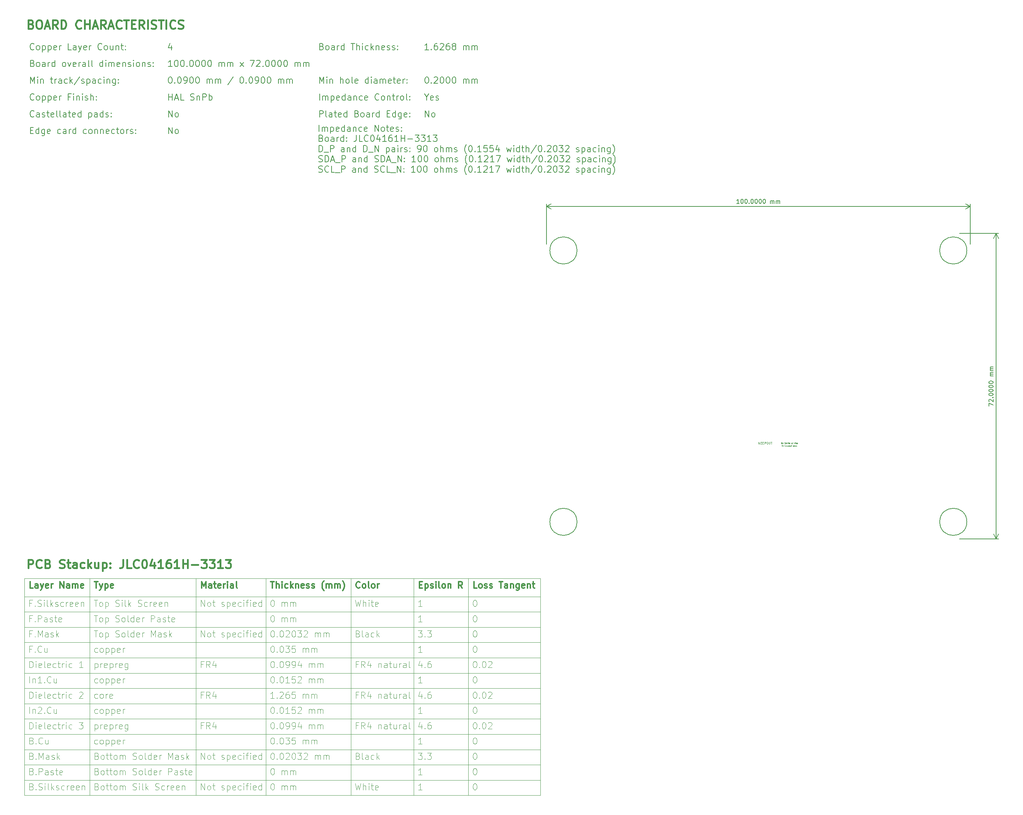
<source format=gbr>
%TF.GenerationSoftware,KiCad,Pcbnew,8.0.0*%
%TF.CreationDate,2024-03-12T18:48:30-04:00*%
%TF.ProjectId,stm32-snake-controller,73746d33-322d-4736-9e61-6b652d636f6e,C*%
%TF.SameCoordinates,Original*%
%TF.FileFunction,Other,Comment*%
%FSLAX46Y46*%
G04 Gerber Fmt 4.6, Leading zero omitted, Abs format (unit mm)*
G04 Created by KiCad (PCBNEW 8.0.0) date 2024-03-12 18:48:30*
%MOMM*%
%LPD*%
G01*
G04 APERTURE LIST*
%ADD10C,0.100000*%
%ADD11C,0.300000*%
%ADD12C,0.200000*%
%ADD13C,0.400000*%
%ADD14C,0.153000*%
%ADD15C,0.150000*%
%ADD16C,0.080000*%
%ADD17C,0.050000*%
G04 APERTURE END LIST*
D10*
X-31347143Y-9271000D02*
X-31347143Y-60457000D01*
X-123190000Y-9271000D02*
X-1504284Y-9271000D01*
X-123190000Y-17185000D02*
X-1504284Y-17185000D01*
X-66232857Y-9271000D02*
X-66232857Y-60457000D01*
X-1504284Y-9271000D02*
X-1504284Y-60457000D01*
X-123190000Y-49639000D02*
X-1504284Y-49639000D01*
X-46204285Y-9271000D02*
X-46204285Y-60457000D01*
X-123190000Y-38821000D02*
X-1504284Y-38821000D01*
X-123190000Y-56851000D02*
X-1504284Y-56851000D01*
X-123190000Y-31609000D02*
X-1504284Y-31609000D01*
X-123190000Y-42427000D02*
X-1504284Y-42427000D01*
X-123190000Y-24397000D02*
X-1504284Y-24397000D01*
X-123190000Y-9271000D02*
X-123190000Y-60457000D01*
X-18461428Y-9271000D02*
X-18461428Y-60457000D01*
X-123190000Y-35215000D02*
X-1504284Y-35215000D01*
X-123190000Y-28003000D02*
X-1504284Y-28003000D01*
X-82732858Y-9271000D02*
X-82732858Y-60457000D01*
X-123190000Y-53245000D02*
X-1504284Y-53245000D01*
X-123190000Y-46033000D02*
X-1504284Y-46033000D01*
X-123190000Y-60457000D02*
X-1504284Y-60457000D01*
X-123190000Y-20791000D02*
X-1504284Y-20791000D01*
X-123190000Y-13579000D02*
X-1504284Y-13579000D01*
X-107804286Y-9271000D02*
X-107804286Y-60457000D01*
X-29388497Y-15895228D02*
X-30245640Y-15895228D01*
X-29817069Y-15895228D02*
X-29817069Y-14395228D01*
X-29817069Y-14395228D02*
X-29959926Y-14609514D01*
X-29959926Y-14609514D02*
X-30102783Y-14752371D01*
X-30102783Y-14752371D02*
X-30245640Y-14823800D01*
D11*
X-65142632Y-10076828D02*
X-64285489Y-10076828D01*
X-64714061Y-11576828D02*
X-64714061Y-10076828D01*
X-63785490Y-11576828D02*
X-63785490Y-10076828D01*
X-63142632Y-11576828D02*
X-63142632Y-10791114D01*
X-63142632Y-10791114D02*
X-63214061Y-10648257D01*
X-63214061Y-10648257D02*
X-63356918Y-10576828D01*
X-63356918Y-10576828D02*
X-63571204Y-10576828D01*
X-63571204Y-10576828D02*
X-63714061Y-10648257D01*
X-63714061Y-10648257D02*
X-63785490Y-10719685D01*
X-62428347Y-11576828D02*
X-62428347Y-10576828D01*
X-62428347Y-10076828D02*
X-62499775Y-10148257D01*
X-62499775Y-10148257D02*
X-62428347Y-10219685D01*
X-62428347Y-10219685D02*
X-62356918Y-10148257D01*
X-62356918Y-10148257D02*
X-62428347Y-10076828D01*
X-62428347Y-10076828D02*
X-62428347Y-10219685D01*
X-61071203Y-11505400D02*
X-61214061Y-11576828D01*
X-61214061Y-11576828D02*
X-61499775Y-11576828D01*
X-61499775Y-11576828D02*
X-61642632Y-11505400D01*
X-61642632Y-11505400D02*
X-61714061Y-11433971D01*
X-61714061Y-11433971D02*
X-61785489Y-11291114D01*
X-61785489Y-11291114D02*
X-61785489Y-10862542D01*
X-61785489Y-10862542D02*
X-61714061Y-10719685D01*
X-61714061Y-10719685D02*
X-61642632Y-10648257D01*
X-61642632Y-10648257D02*
X-61499775Y-10576828D01*
X-61499775Y-10576828D02*
X-61214061Y-10576828D01*
X-61214061Y-10576828D02*
X-61071203Y-10648257D01*
X-60428347Y-11576828D02*
X-60428347Y-10076828D01*
X-60285489Y-11005400D02*
X-59856918Y-11576828D01*
X-59856918Y-10576828D02*
X-60428347Y-11148257D01*
X-59214061Y-10576828D02*
X-59214061Y-11576828D01*
X-59214061Y-10719685D02*
X-59142632Y-10648257D01*
X-59142632Y-10648257D02*
X-58999775Y-10576828D01*
X-58999775Y-10576828D02*
X-58785489Y-10576828D01*
X-58785489Y-10576828D02*
X-58642632Y-10648257D01*
X-58642632Y-10648257D02*
X-58571203Y-10791114D01*
X-58571203Y-10791114D02*
X-58571203Y-11576828D01*
X-57285489Y-11505400D02*
X-57428346Y-11576828D01*
X-57428346Y-11576828D02*
X-57714060Y-11576828D01*
X-57714060Y-11576828D02*
X-57856918Y-11505400D01*
X-57856918Y-11505400D02*
X-57928346Y-11362542D01*
X-57928346Y-11362542D02*
X-57928346Y-10791114D01*
X-57928346Y-10791114D02*
X-57856918Y-10648257D01*
X-57856918Y-10648257D02*
X-57714060Y-10576828D01*
X-57714060Y-10576828D02*
X-57428346Y-10576828D01*
X-57428346Y-10576828D02*
X-57285489Y-10648257D01*
X-57285489Y-10648257D02*
X-57214060Y-10791114D01*
X-57214060Y-10791114D02*
X-57214060Y-10933971D01*
X-57214060Y-10933971D02*
X-57928346Y-11076828D01*
X-56642632Y-11505400D02*
X-56499775Y-11576828D01*
X-56499775Y-11576828D02*
X-56214061Y-11576828D01*
X-56214061Y-11576828D02*
X-56071204Y-11505400D01*
X-56071204Y-11505400D02*
X-55999775Y-11362542D01*
X-55999775Y-11362542D02*
X-55999775Y-11291114D01*
X-55999775Y-11291114D02*
X-56071204Y-11148257D01*
X-56071204Y-11148257D02*
X-56214061Y-11076828D01*
X-56214061Y-11076828D02*
X-56428346Y-11076828D01*
X-56428346Y-11076828D02*
X-56571204Y-11005400D01*
X-56571204Y-11005400D02*
X-56642632Y-10862542D01*
X-56642632Y-10862542D02*
X-56642632Y-10791114D01*
X-56642632Y-10791114D02*
X-56571204Y-10648257D01*
X-56571204Y-10648257D02*
X-56428346Y-10576828D01*
X-56428346Y-10576828D02*
X-56214061Y-10576828D01*
X-56214061Y-10576828D02*
X-56071204Y-10648257D01*
X-55428346Y-11505400D02*
X-55285489Y-11576828D01*
X-55285489Y-11576828D02*
X-54999775Y-11576828D01*
X-54999775Y-11576828D02*
X-54856918Y-11505400D01*
X-54856918Y-11505400D02*
X-54785489Y-11362542D01*
X-54785489Y-11362542D02*
X-54785489Y-11291114D01*
X-54785489Y-11291114D02*
X-54856918Y-11148257D01*
X-54856918Y-11148257D02*
X-54999775Y-11076828D01*
X-54999775Y-11076828D02*
X-55214060Y-11076828D01*
X-55214060Y-11076828D02*
X-55356918Y-11005400D01*
X-55356918Y-11005400D02*
X-55428346Y-10862542D01*
X-55428346Y-10862542D02*
X-55428346Y-10791114D01*
X-55428346Y-10791114D02*
X-55356918Y-10648257D01*
X-55356918Y-10648257D02*
X-55214060Y-10576828D01*
X-55214060Y-10576828D02*
X-54999775Y-10576828D01*
X-54999775Y-10576828D02*
X-54856918Y-10648257D01*
X-52571203Y-12148257D02*
X-52642632Y-12076828D01*
X-52642632Y-12076828D02*
X-52785489Y-11862542D01*
X-52785489Y-11862542D02*
X-52856917Y-11719685D01*
X-52856917Y-11719685D02*
X-52928346Y-11505400D01*
X-52928346Y-11505400D02*
X-52999775Y-11148257D01*
X-52999775Y-11148257D02*
X-52999775Y-10862542D01*
X-52999775Y-10862542D02*
X-52928346Y-10505400D01*
X-52928346Y-10505400D02*
X-52856917Y-10291114D01*
X-52856917Y-10291114D02*
X-52785489Y-10148257D01*
X-52785489Y-10148257D02*
X-52642632Y-9933971D01*
X-52642632Y-9933971D02*
X-52571203Y-9862542D01*
X-51999775Y-11576828D02*
X-51999775Y-10576828D01*
X-51999775Y-10719685D02*
X-51928346Y-10648257D01*
X-51928346Y-10648257D02*
X-51785489Y-10576828D01*
X-51785489Y-10576828D02*
X-51571203Y-10576828D01*
X-51571203Y-10576828D02*
X-51428346Y-10648257D01*
X-51428346Y-10648257D02*
X-51356917Y-10791114D01*
X-51356917Y-10791114D02*
X-51356917Y-11576828D01*
X-51356917Y-10791114D02*
X-51285489Y-10648257D01*
X-51285489Y-10648257D02*
X-51142632Y-10576828D01*
X-51142632Y-10576828D02*
X-50928346Y-10576828D01*
X-50928346Y-10576828D02*
X-50785489Y-10648257D01*
X-50785489Y-10648257D02*
X-50714060Y-10791114D01*
X-50714060Y-10791114D02*
X-50714060Y-11576828D01*
X-49999775Y-11576828D02*
X-49999775Y-10576828D01*
X-49999775Y-10719685D02*
X-49928346Y-10648257D01*
X-49928346Y-10648257D02*
X-49785489Y-10576828D01*
X-49785489Y-10576828D02*
X-49571203Y-10576828D01*
X-49571203Y-10576828D02*
X-49428346Y-10648257D01*
X-49428346Y-10648257D02*
X-49356917Y-10791114D01*
X-49356917Y-10791114D02*
X-49356917Y-11576828D01*
X-49356917Y-10791114D02*
X-49285489Y-10648257D01*
X-49285489Y-10648257D02*
X-49142632Y-10576828D01*
X-49142632Y-10576828D02*
X-48928346Y-10576828D01*
X-48928346Y-10576828D02*
X-48785489Y-10648257D01*
X-48785489Y-10648257D02*
X-48714060Y-10791114D01*
X-48714060Y-10791114D02*
X-48714060Y-11576828D01*
X-48142632Y-12148257D02*
X-48071203Y-12076828D01*
X-48071203Y-12076828D02*
X-47928346Y-11862542D01*
X-47928346Y-11862542D02*
X-47856917Y-11719685D01*
X-47856917Y-11719685D02*
X-47785489Y-11505400D01*
X-47785489Y-11505400D02*
X-47714060Y-11148257D01*
X-47714060Y-11148257D02*
X-47714060Y-10862542D01*
X-47714060Y-10862542D02*
X-47785489Y-10505400D01*
X-47785489Y-10505400D02*
X-47856917Y-10291114D01*
X-47856917Y-10291114D02*
X-47928346Y-10148257D01*
X-47928346Y-10148257D02*
X-48071203Y-9933971D01*
X-48071203Y-9933971D02*
X-48142632Y-9862542D01*
D12*
X-121324280Y112201686D02*
X-121109994Y112130258D01*
X-121109994Y112130258D02*
X-121038565Y112058829D01*
X-121038565Y112058829D02*
X-120967137Y111915972D01*
X-120967137Y111915972D02*
X-120967137Y111701686D01*
X-120967137Y111701686D02*
X-121038565Y111558829D01*
X-121038565Y111558829D02*
X-121109994Y111487400D01*
X-121109994Y111487400D02*
X-121252851Y111415972D01*
X-121252851Y111415972D02*
X-121824280Y111415972D01*
X-121824280Y111415972D02*
X-121824280Y112915972D01*
X-121824280Y112915972D02*
X-121324280Y112915972D01*
X-121324280Y112915972D02*
X-121181422Y112844543D01*
X-121181422Y112844543D02*
X-121109994Y112773115D01*
X-121109994Y112773115D02*
X-121038565Y112630258D01*
X-121038565Y112630258D02*
X-121038565Y112487400D01*
X-121038565Y112487400D02*
X-121109994Y112344543D01*
X-121109994Y112344543D02*
X-121181422Y112273115D01*
X-121181422Y112273115D02*
X-121324280Y112201686D01*
X-121324280Y112201686D02*
X-121824280Y112201686D01*
X-120109994Y111415972D02*
X-120252851Y111487400D01*
X-120252851Y111487400D02*
X-120324280Y111558829D01*
X-120324280Y111558829D02*
X-120395708Y111701686D01*
X-120395708Y111701686D02*
X-120395708Y112130258D01*
X-120395708Y112130258D02*
X-120324280Y112273115D01*
X-120324280Y112273115D02*
X-120252851Y112344543D01*
X-120252851Y112344543D02*
X-120109994Y112415972D01*
X-120109994Y112415972D02*
X-119895708Y112415972D01*
X-119895708Y112415972D02*
X-119752851Y112344543D01*
X-119752851Y112344543D02*
X-119681422Y112273115D01*
X-119681422Y112273115D02*
X-119609994Y112130258D01*
X-119609994Y112130258D02*
X-119609994Y111701686D01*
X-119609994Y111701686D02*
X-119681422Y111558829D01*
X-119681422Y111558829D02*
X-119752851Y111487400D01*
X-119752851Y111487400D02*
X-119895708Y111415972D01*
X-119895708Y111415972D02*
X-120109994Y111415972D01*
X-118324279Y111415972D02*
X-118324279Y112201686D01*
X-118324279Y112201686D02*
X-118395708Y112344543D01*
X-118395708Y112344543D02*
X-118538565Y112415972D01*
X-118538565Y112415972D02*
X-118824279Y112415972D01*
X-118824279Y112415972D02*
X-118967137Y112344543D01*
X-118324279Y111487400D02*
X-118467137Y111415972D01*
X-118467137Y111415972D02*
X-118824279Y111415972D01*
X-118824279Y111415972D02*
X-118967137Y111487400D01*
X-118967137Y111487400D02*
X-119038565Y111630258D01*
X-119038565Y111630258D02*
X-119038565Y111773115D01*
X-119038565Y111773115D02*
X-118967137Y111915972D01*
X-118967137Y111915972D02*
X-118824279Y111987400D01*
X-118824279Y111987400D02*
X-118467137Y111987400D01*
X-118467137Y111987400D02*
X-118324279Y112058829D01*
X-117609994Y111415972D02*
X-117609994Y112415972D01*
X-117609994Y112130258D02*
X-117538565Y112273115D01*
X-117538565Y112273115D02*
X-117467136Y112344543D01*
X-117467136Y112344543D02*
X-117324279Y112415972D01*
X-117324279Y112415972D02*
X-117181422Y112415972D01*
X-116038565Y111415972D02*
X-116038565Y112915972D01*
X-116038565Y111487400D02*
X-116181423Y111415972D01*
X-116181423Y111415972D02*
X-116467137Y111415972D01*
X-116467137Y111415972D02*
X-116609994Y111487400D01*
X-116609994Y111487400D02*
X-116681423Y111558829D01*
X-116681423Y111558829D02*
X-116752851Y111701686D01*
X-116752851Y111701686D02*
X-116752851Y112130258D01*
X-116752851Y112130258D02*
X-116681423Y112273115D01*
X-116681423Y112273115D02*
X-116609994Y112344543D01*
X-116609994Y112344543D02*
X-116467137Y112415972D01*
X-116467137Y112415972D02*
X-116181423Y112415972D01*
X-116181423Y112415972D02*
X-116038565Y112344543D01*
X-113967137Y111415972D02*
X-114109994Y111487400D01*
X-114109994Y111487400D02*
X-114181423Y111558829D01*
X-114181423Y111558829D02*
X-114252851Y111701686D01*
X-114252851Y111701686D02*
X-114252851Y112130258D01*
X-114252851Y112130258D02*
X-114181423Y112273115D01*
X-114181423Y112273115D02*
X-114109994Y112344543D01*
X-114109994Y112344543D02*
X-113967137Y112415972D01*
X-113967137Y112415972D02*
X-113752851Y112415972D01*
X-113752851Y112415972D02*
X-113609994Y112344543D01*
X-113609994Y112344543D02*
X-113538565Y112273115D01*
X-113538565Y112273115D02*
X-113467137Y112130258D01*
X-113467137Y112130258D02*
X-113467137Y111701686D01*
X-113467137Y111701686D02*
X-113538565Y111558829D01*
X-113538565Y111558829D02*
X-113609994Y111487400D01*
X-113609994Y111487400D02*
X-113752851Y111415972D01*
X-113752851Y111415972D02*
X-113967137Y111415972D01*
X-112967137Y112415972D02*
X-112609994Y111415972D01*
X-112609994Y111415972D02*
X-112252851Y112415972D01*
X-111109994Y111487400D02*
X-111252851Y111415972D01*
X-111252851Y111415972D02*
X-111538565Y111415972D01*
X-111538565Y111415972D02*
X-111681423Y111487400D01*
X-111681423Y111487400D02*
X-111752851Y111630258D01*
X-111752851Y111630258D02*
X-111752851Y112201686D01*
X-111752851Y112201686D02*
X-111681423Y112344543D01*
X-111681423Y112344543D02*
X-111538565Y112415972D01*
X-111538565Y112415972D02*
X-111252851Y112415972D01*
X-111252851Y112415972D02*
X-111109994Y112344543D01*
X-111109994Y112344543D02*
X-111038565Y112201686D01*
X-111038565Y112201686D02*
X-111038565Y112058829D01*
X-111038565Y112058829D02*
X-111752851Y111915972D01*
X-110395709Y111415972D02*
X-110395709Y112415972D01*
X-110395709Y112130258D02*
X-110324280Y112273115D01*
X-110324280Y112273115D02*
X-110252851Y112344543D01*
X-110252851Y112344543D02*
X-110109994Y112415972D01*
X-110109994Y112415972D02*
X-109967137Y112415972D01*
X-108824280Y111415972D02*
X-108824280Y112201686D01*
X-108824280Y112201686D02*
X-108895709Y112344543D01*
X-108895709Y112344543D02*
X-109038566Y112415972D01*
X-109038566Y112415972D02*
X-109324280Y112415972D01*
X-109324280Y112415972D02*
X-109467138Y112344543D01*
X-108824280Y111487400D02*
X-108967138Y111415972D01*
X-108967138Y111415972D02*
X-109324280Y111415972D01*
X-109324280Y111415972D02*
X-109467138Y111487400D01*
X-109467138Y111487400D02*
X-109538566Y111630258D01*
X-109538566Y111630258D02*
X-109538566Y111773115D01*
X-109538566Y111773115D02*
X-109467138Y111915972D01*
X-109467138Y111915972D02*
X-109324280Y111987400D01*
X-109324280Y111987400D02*
X-108967138Y111987400D01*
X-108967138Y111987400D02*
X-108824280Y112058829D01*
X-107895709Y111415972D02*
X-108038566Y111487400D01*
X-108038566Y111487400D02*
X-108109995Y111630258D01*
X-108109995Y111630258D02*
X-108109995Y112915972D01*
X-107109995Y111415972D02*
X-107252852Y111487400D01*
X-107252852Y111487400D02*
X-107324281Y111630258D01*
X-107324281Y111630258D02*
X-107324281Y112915972D01*
X-104752852Y111415972D02*
X-104752852Y112915972D01*
X-104752852Y111487400D02*
X-104895710Y111415972D01*
X-104895710Y111415972D02*
X-105181424Y111415972D01*
X-105181424Y111415972D02*
X-105324281Y111487400D01*
X-105324281Y111487400D02*
X-105395710Y111558829D01*
X-105395710Y111558829D02*
X-105467138Y111701686D01*
X-105467138Y111701686D02*
X-105467138Y112130258D01*
X-105467138Y112130258D02*
X-105395710Y112273115D01*
X-105395710Y112273115D02*
X-105324281Y112344543D01*
X-105324281Y112344543D02*
X-105181424Y112415972D01*
X-105181424Y112415972D02*
X-104895710Y112415972D01*
X-104895710Y112415972D02*
X-104752852Y112344543D01*
X-104038567Y111415972D02*
X-104038567Y112415972D01*
X-104038567Y112915972D02*
X-104109995Y112844543D01*
X-104109995Y112844543D02*
X-104038567Y112773115D01*
X-104038567Y112773115D02*
X-103967138Y112844543D01*
X-103967138Y112844543D02*
X-104038567Y112915972D01*
X-104038567Y112915972D02*
X-104038567Y112773115D01*
X-103324281Y111415972D02*
X-103324281Y112415972D01*
X-103324281Y112273115D02*
X-103252852Y112344543D01*
X-103252852Y112344543D02*
X-103109995Y112415972D01*
X-103109995Y112415972D02*
X-102895709Y112415972D01*
X-102895709Y112415972D02*
X-102752852Y112344543D01*
X-102752852Y112344543D02*
X-102681423Y112201686D01*
X-102681423Y112201686D02*
X-102681423Y111415972D01*
X-102681423Y112201686D02*
X-102609995Y112344543D01*
X-102609995Y112344543D02*
X-102467138Y112415972D01*
X-102467138Y112415972D02*
X-102252852Y112415972D01*
X-102252852Y112415972D02*
X-102109995Y112344543D01*
X-102109995Y112344543D02*
X-102038566Y112201686D01*
X-102038566Y112201686D02*
X-102038566Y111415972D01*
X-100752852Y111487400D02*
X-100895709Y111415972D01*
X-100895709Y111415972D02*
X-101181423Y111415972D01*
X-101181423Y111415972D02*
X-101324281Y111487400D01*
X-101324281Y111487400D02*
X-101395709Y111630258D01*
X-101395709Y111630258D02*
X-101395709Y112201686D01*
X-101395709Y112201686D02*
X-101324281Y112344543D01*
X-101324281Y112344543D02*
X-101181423Y112415972D01*
X-101181423Y112415972D02*
X-100895709Y112415972D01*
X-100895709Y112415972D02*
X-100752852Y112344543D01*
X-100752852Y112344543D02*
X-100681423Y112201686D01*
X-100681423Y112201686D02*
X-100681423Y112058829D01*
X-100681423Y112058829D02*
X-101395709Y111915972D01*
X-100038567Y112415972D02*
X-100038567Y111415972D01*
X-100038567Y112273115D02*
X-99967138Y112344543D01*
X-99967138Y112344543D02*
X-99824281Y112415972D01*
X-99824281Y112415972D02*
X-99609995Y112415972D01*
X-99609995Y112415972D02*
X-99467138Y112344543D01*
X-99467138Y112344543D02*
X-99395709Y112201686D01*
X-99395709Y112201686D02*
X-99395709Y111415972D01*
X-98752852Y111487400D02*
X-98609995Y111415972D01*
X-98609995Y111415972D02*
X-98324281Y111415972D01*
X-98324281Y111415972D02*
X-98181424Y111487400D01*
X-98181424Y111487400D02*
X-98109995Y111630258D01*
X-98109995Y111630258D02*
X-98109995Y111701686D01*
X-98109995Y111701686D02*
X-98181424Y111844543D01*
X-98181424Y111844543D02*
X-98324281Y111915972D01*
X-98324281Y111915972D02*
X-98538566Y111915972D01*
X-98538566Y111915972D02*
X-98681424Y111987400D01*
X-98681424Y111987400D02*
X-98752852Y112130258D01*
X-98752852Y112130258D02*
X-98752852Y112201686D01*
X-98752852Y112201686D02*
X-98681424Y112344543D01*
X-98681424Y112344543D02*
X-98538566Y112415972D01*
X-98538566Y112415972D02*
X-98324281Y112415972D01*
X-98324281Y112415972D02*
X-98181424Y112344543D01*
X-97467138Y111415972D02*
X-97467138Y112415972D01*
X-97467138Y112915972D02*
X-97538566Y112844543D01*
X-97538566Y112844543D02*
X-97467138Y112773115D01*
X-97467138Y112773115D02*
X-97395709Y112844543D01*
X-97395709Y112844543D02*
X-97467138Y112915972D01*
X-97467138Y112915972D02*
X-97467138Y112773115D01*
X-96538566Y111415972D02*
X-96681423Y111487400D01*
X-96681423Y111487400D02*
X-96752852Y111558829D01*
X-96752852Y111558829D02*
X-96824280Y111701686D01*
X-96824280Y111701686D02*
X-96824280Y112130258D01*
X-96824280Y112130258D02*
X-96752852Y112273115D01*
X-96752852Y112273115D02*
X-96681423Y112344543D01*
X-96681423Y112344543D02*
X-96538566Y112415972D01*
X-96538566Y112415972D02*
X-96324280Y112415972D01*
X-96324280Y112415972D02*
X-96181423Y112344543D01*
X-96181423Y112344543D02*
X-96109994Y112273115D01*
X-96109994Y112273115D02*
X-96038566Y112130258D01*
X-96038566Y112130258D02*
X-96038566Y111701686D01*
X-96038566Y111701686D02*
X-96109994Y111558829D01*
X-96109994Y111558829D02*
X-96181423Y111487400D01*
X-96181423Y111487400D02*
X-96324280Y111415972D01*
X-96324280Y111415972D02*
X-96538566Y111415972D01*
X-95395709Y112415972D02*
X-95395709Y111415972D01*
X-95395709Y112273115D02*
X-95324280Y112344543D01*
X-95324280Y112344543D02*
X-95181423Y112415972D01*
X-95181423Y112415972D02*
X-94967137Y112415972D01*
X-94967137Y112415972D02*
X-94824280Y112344543D01*
X-94824280Y112344543D02*
X-94752851Y112201686D01*
X-94752851Y112201686D02*
X-94752851Y111415972D01*
X-94109994Y111487400D02*
X-93967137Y111415972D01*
X-93967137Y111415972D02*
X-93681423Y111415972D01*
X-93681423Y111415972D02*
X-93538566Y111487400D01*
X-93538566Y111487400D02*
X-93467137Y111630258D01*
X-93467137Y111630258D02*
X-93467137Y111701686D01*
X-93467137Y111701686D02*
X-93538566Y111844543D01*
X-93538566Y111844543D02*
X-93681423Y111915972D01*
X-93681423Y111915972D02*
X-93895708Y111915972D01*
X-93895708Y111915972D02*
X-94038566Y111987400D01*
X-94038566Y111987400D02*
X-94109994Y112130258D01*
X-94109994Y112130258D02*
X-94109994Y112201686D01*
X-94109994Y112201686D02*
X-94038566Y112344543D01*
X-94038566Y112344543D02*
X-93895708Y112415972D01*
X-93895708Y112415972D02*
X-93681423Y112415972D01*
X-93681423Y112415972D02*
X-93538566Y112344543D01*
X-92824280Y111558829D02*
X-92752851Y111487400D01*
X-92752851Y111487400D02*
X-92824280Y111415972D01*
X-92824280Y111415972D02*
X-92895708Y111487400D01*
X-92895708Y111487400D02*
X-92824280Y111558829D01*
X-92824280Y111558829D02*
X-92824280Y111415972D01*
X-92824280Y112344543D02*
X-92752851Y112273115D01*
X-92752851Y112273115D02*
X-92824280Y112201686D01*
X-92824280Y112201686D02*
X-92895708Y112273115D01*
X-92895708Y112273115D02*
X-92824280Y112344543D01*
X-92824280Y112344543D02*
X-92824280Y112201686D01*
D10*
X-29388497Y-48349228D02*
X-30245640Y-48349228D01*
X-29817069Y-48349228D02*
X-29817069Y-46849228D01*
X-29817069Y-46849228D02*
X-29959926Y-47063514D01*
X-29959926Y-47063514D02*
X-30102783Y-47206371D01*
X-30102783Y-47206371D02*
X-30245640Y-47277800D01*
X-64774211Y-14395228D02*
X-64631354Y-14395228D01*
X-64631354Y-14395228D02*
X-64488497Y-14466657D01*
X-64488497Y-14466657D02*
X-64417068Y-14538085D01*
X-64417068Y-14538085D02*
X-64345640Y-14680942D01*
X-64345640Y-14680942D02*
X-64274211Y-14966657D01*
X-64274211Y-14966657D02*
X-64274211Y-15323800D01*
X-64274211Y-15323800D02*
X-64345640Y-15609514D01*
X-64345640Y-15609514D02*
X-64417068Y-15752371D01*
X-64417068Y-15752371D02*
X-64488497Y-15823800D01*
X-64488497Y-15823800D02*
X-64631354Y-15895228D01*
X-64631354Y-15895228D02*
X-64774211Y-15895228D01*
X-64774211Y-15895228D02*
X-64917068Y-15823800D01*
X-64917068Y-15823800D02*
X-64988497Y-15752371D01*
X-64988497Y-15752371D02*
X-65059926Y-15609514D01*
X-65059926Y-15609514D02*
X-65131354Y-15323800D01*
X-65131354Y-15323800D02*
X-65131354Y-14966657D01*
X-65131354Y-14966657D02*
X-65059926Y-14680942D01*
X-65059926Y-14680942D02*
X-64988497Y-14538085D01*
X-64988497Y-14538085D02*
X-64917068Y-14466657D01*
X-64917068Y-14466657D02*
X-64774211Y-14395228D01*
X-62488498Y-15895228D02*
X-62488498Y-14895228D01*
X-62488498Y-15038085D02*
X-62417069Y-14966657D01*
X-62417069Y-14966657D02*
X-62274212Y-14895228D01*
X-62274212Y-14895228D02*
X-62059926Y-14895228D01*
X-62059926Y-14895228D02*
X-61917069Y-14966657D01*
X-61917069Y-14966657D02*
X-61845640Y-15109514D01*
X-61845640Y-15109514D02*
X-61845640Y-15895228D01*
X-61845640Y-15109514D02*
X-61774212Y-14966657D01*
X-61774212Y-14966657D02*
X-61631355Y-14895228D01*
X-61631355Y-14895228D02*
X-61417069Y-14895228D01*
X-61417069Y-14895228D02*
X-61274212Y-14966657D01*
X-61274212Y-14966657D02*
X-61202783Y-15109514D01*
X-61202783Y-15109514D02*
X-61202783Y-15895228D01*
X-60488498Y-15895228D02*
X-60488498Y-14895228D01*
X-60488498Y-15038085D02*
X-60417069Y-14966657D01*
X-60417069Y-14966657D02*
X-60274212Y-14895228D01*
X-60274212Y-14895228D02*
X-60059926Y-14895228D01*
X-60059926Y-14895228D02*
X-59917069Y-14966657D01*
X-59917069Y-14966657D02*
X-59845640Y-15109514D01*
X-59845640Y-15109514D02*
X-59845640Y-15895228D01*
X-59845640Y-15109514D02*
X-59774212Y-14966657D01*
X-59774212Y-14966657D02*
X-59631355Y-14895228D01*
X-59631355Y-14895228D02*
X-59417069Y-14895228D01*
X-59417069Y-14895228D02*
X-59274212Y-14966657D01*
X-59274212Y-14966657D02*
X-59202783Y-15109514D01*
X-59202783Y-15109514D02*
X-59202783Y-15895228D01*
X-29388497Y-59167228D02*
X-30245640Y-59167228D01*
X-29817069Y-59167228D02*
X-29817069Y-57667228D01*
X-29817069Y-57667228D02*
X-29959926Y-57881514D01*
X-29959926Y-57881514D02*
X-30102783Y-58024371D01*
X-30102783Y-58024371D02*
X-30245640Y-58095800D01*
X-29388497Y-33925228D02*
X-30245640Y-33925228D01*
X-29817069Y-33925228D02*
X-29817069Y-32425228D01*
X-29817069Y-32425228D02*
X-29959926Y-32639514D01*
X-29959926Y-32639514D02*
X-30102783Y-32782371D01*
X-30102783Y-32782371D02*
X-30245640Y-32853800D01*
X-45174211Y-14395228D02*
X-44817068Y-15895228D01*
X-44817068Y-15895228D02*
X-44531354Y-14823800D01*
X-44531354Y-14823800D02*
X-44245639Y-15895228D01*
X-44245639Y-15895228D02*
X-43888496Y-14395228D01*
X-43317068Y-15895228D02*
X-43317068Y-14395228D01*
X-42674210Y-15895228D02*
X-42674210Y-15109514D01*
X-42674210Y-15109514D02*
X-42745639Y-14966657D01*
X-42745639Y-14966657D02*
X-42888496Y-14895228D01*
X-42888496Y-14895228D02*
X-43102782Y-14895228D01*
X-43102782Y-14895228D02*
X-43245639Y-14966657D01*
X-43245639Y-14966657D02*
X-43317068Y-15038085D01*
X-41959925Y-15895228D02*
X-41959925Y-14895228D01*
X-41959925Y-14395228D02*
X-42031353Y-14466657D01*
X-42031353Y-14466657D02*
X-41959925Y-14538085D01*
X-41959925Y-14538085D02*
X-41888496Y-14466657D01*
X-41888496Y-14466657D02*
X-41959925Y-14395228D01*
X-41959925Y-14395228D02*
X-41959925Y-14538085D01*
X-41459924Y-14895228D02*
X-40888496Y-14895228D01*
X-41245639Y-14395228D02*
X-41245639Y-15680942D01*
X-41245639Y-15680942D02*
X-41174210Y-15823800D01*
X-41174210Y-15823800D02*
X-41031353Y-15895228D01*
X-41031353Y-15895228D02*
X-40888496Y-15895228D01*
X-39817067Y-15823800D02*
X-39959924Y-15895228D01*
X-39959924Y-15895228D02*
X-40245638Y-15895228D01*
X-40245638Y-15895228D02*
X-40388496Y-15823800D01*
X-40388496Y-15823800D02*
X-40459924Y-15680942D01*
X-40459924Y-15680942D02*
X-40459924Y-15109514D01*
X-40459924Y-15109514D02*
X-40388496Y-14966657D01*
X-40388496Y-14966657D02*
X-40245638Y-14895228D01*
X-40245638Y-14895228D02*
X-39959924Y-14895228D01*
X-39959924Y-14895228D02*
X-39817067Y-14966657D01*
X-39817067Y-14966657D02*
X-39745638Y-15109514D01*
X-39745638Y-15109514D02*
X-39745638Y-15252371D01*
X-39745638Y-15252371D02*
X-40459924Y-15395228D01*
X-29531354Y-36531228D02*
X-29531354Y-37531228D01*
X-29888497Y-35959800D02*
X-30245640Y-37031228D01*
X-30245640Y-37031228D02*
X-29317069Y-37031228D01*
X-28745641Y-37388371D02*
X-28674212Y-37459800D01*
X-28674212Y-37459800D02*
X-28745641Y-37531228D01*
X-28745641Y-37531228D02*
X-28817069Y-37459800D01*
X-28817069Y-37459800D02*
X-28745641Y-37388371D01*
X-28745641Y-37388371D02*
X-28745641Y-37531228D01*
X-27388497Y-36031228D02*
X-27674212Y-36031228D01*
X-27674212Y-36031228D02*
X-27817069Y-36102657D01*
X-27817069Y-36102657D02*
X-27888497Y-36174085D01*
X-27888497Y-36174085D02*
X-28031355Y-36388371D01*
X-28031355Y-36388371D02*
X-28102783Y-36674085D01*
X-28102783Y-36674085D02*
X-28102783Y-37245514D01*
X-28102783Y-37245514D02*
X-28031355Y-37388371D01*
X-28031355Y-37388371D02*
X-27959926Y-37459800D01*
X-27959926Y-37459800D02*
X-27817069Y-37531228D01*
X-27817069Y-37531228D02*
X-27531355Y-37531228D01*
X-27531355Y-37531228D02*
X-27388497Y-37459800D01*
X-27388497Y-37459800D02*
X-27317069Y-37388371D01*
X-27317069Y-37388371D02*
X-27245640Y-37245514D01*
X-27245640Y-37245514D02*
X-27245640Y-36888371D01*
X-27245640Y-36888371D02*
X-27317069Y-36745514D01*
X-27317069Y-36745514D02*
X-27388497Y-36674085D01*
X-27388497Y-36674085D02*
X-27531355Y-36602657D01*
X-27531355Y-36602657D02*
X-27817069Y-36602657D01*
X-27817069Y-36602657D02*
X-27959926Y-36674085D01*
X-27959926Y-36674085D02*
X-28031355Y-36745514D01*
X-28031355Y-36745514D02*
X-28102783Y-36888371D01*
X-64774211Y-54061228D02*
X-64631354Y-54061228D01*
X-64631354Y-54061228D02*
X-64488497Y-54132657D01*
X-64488497Y-54132657D02*
X-64417068Y-54204085D01*
X-64417068Y-54204085D02*
X-64345640Y-54346942D01*
X-64345640Y-54346942D02*
X-64274211Y-54632657D01*
X-64274211Y-54632657D02*
X-64274211Y-54989800D01*
X-64274211Y-54989800D02*
X-64345640Y-55275514D01*
X-64345640Y-55275514D02*
X-64417068Y-55418371D01*
X-64417068Y-55418371D02*
X-64488497Y-55489800D01*
X-64488497Y-55489800D02*
X-64631354Y-55561228D01*
X-64631354Y-55561228D02*
X-64774211Y-55561228D01*
X-64774211Y-55561228D02*
X-64917068Y-55489800D01*
X-64917068Y-55489800D02*
X-64988497Y-55418371D01*
X-64988497Y-55418371D02*
X-65059926Y-55275514D01*
X-65059926Y-55275514D02*
X-65131354Y-54989800D01*
X-65131354Y-54989800D02*
X-65131354Y-54632657D01*
X-65131354Y-54632657D02*
X-65059926Y-54346942D01*
X-65059926Y-54346942D02*
X-64988497Y-54204085D01*
X-64988497Y-54204085D02*
X-64917068Y-54132657D01*
X-64917068Y-54132657D02*
X-64774211Y-54061228D01*
X-62488498Y-55561228D02*
X-62488498Y-54561228D01*
X-62488498Y-54704085D02*
X-62417069Y-54632657D01*
X-62417069Y-54632657D02*
X-62274212Y-54561228D01*
X-62274212Y-54561228D02*
X-62059926Y-54561228D01*
X-62059926Y-54561228D02*
X-61917069Y-54632657D01*
X-61917069Y-54632657D02*
X-61845640Y-54775514D01*
X-61845640Y-54775514D02*
X-61845640Y-55561228D01*
X-61845640Y-54775514D02*
X-61774212Y-54632657D01*
X-61774212Y-54632657D02*
X-61631355Y-54561228D01*
X-61631355Y-54561228D02*
X-61417069Y-54561228D01*
X-61417069Y-54561228D02*
X-61274212Y-54632657D01*
X-61274212Y-54632657D02*
X-61202783Y-54775514D01*
X-61202783Y-54775514D02*
X-61202783Y-55561228D01*
X-60488498Y-55561228D02*
X-60488498Y-54561228D01*
X-60488498Y-54704085D02*
X-60417069Y-54632657D01*
X-60417069Y-54632657D02*
X-60274212Y-54561228D01*
X-60274212Y-54561228D02*
X-60059926Y-54561228D01*
X-60059926Y-54561228D02*
X-59917069Y-54632657D01*
X-59917069Y-54632657D02*
X-59845640Y-54775514D01*
X-59845640Y-54775514D02*
X-59845640Y-55561228D01*
X-59845640Y-54775514D02*
X-59774212Y-54632657D01*
X-59774212Y-54632657D02*
X-59631355Y-54561228D01*
X-59631355Y-54561228D02*
X-59417069Y-54561228D01*
X-59417069Y-54561228D02*
X-59274212Y-54632657D01*
X-59274212Y-54632657D02*
X-59202783Y-54775514D01*
X-59202783Y-54775514D02*
X-59202783Y-55561228D01*
X-81559927Y-23107228D02*
X-81559927Y-21607228D01*
X-81559927Y-21607228D02*
X-80702784Y-23107228D01*
X-80702784Y-23107228D02*
X-80702784Y-21607228D01*
X-79774212Y-23107228D02*
X-79917069Y-23035800D01*
X-79917069Y-23035800D02*
X-79988498Y-22964371D01*
X-79988498Y-22964371D02*
X-80059926Y-22821514D01*
X-80059926Y-22821514D02*
X-80059926Y-22392942D01*
X-80059926Y-22392942D02*
X-79988498Y-22250085D01*
X-79988498Y-22250085D02*
X-79917069Y-22178657D01*
X-79917069Y-22178657D02*
X-79774212Y-22107228D01*
X-79774212Y-22107228D02*
X-79559926Y-22107228D01*
X-79559926Y-22107228D02*
X-79417069Y-22178657D01*
X-79417069Y-22178657D02*
X-79345640Y-22250085D01*
X-79345640Y-22250085D02*
X-79274212Y-22392942D01*
X-79274212Y-22392942D02*
X-79274212Y-22821514D01*
X-79274212Y-22821514D02*
X-79345640Y-22964371D01*
X-79345640Y-22964371D02*
X-79417069Y-23035800D01*
X-79417069Y-23035800D02*
X-79559926Y-23107228D01*
X-79559926Y-23107228D02*
X-79774212Y-23107228D01*
X-78845640Y-22107228D02*
X-78274212Y-22107228D01*
X-78631355Y-21607228D02*
X-78631355Y-22892942D01*
X-78631355Y-22892942D02*
X-78559926Y-23035800D01*
X-78559926Y-23035800D02*
X-78417069Y-23107228D01*
X-78417069Y-23107228D02*
X-78274212Y-23107228D01*
X-76702783Y-23035800D02*
X-76559926Y-23107228D01*
X-76559926Y-23107228D02*
X-76274212Y-23107228D01*
X-76274212Y-23107228D02*
X-76131355Y-23035800D01*
X-76131355Y-23035800D02*
X-76059926Y-22892942D01*
X-76059926Y-22892942D02*
X-76059926Y-22821514D01*
X-76059926Y-22821514D02*
X-76131355Y-22678657D01*
X-76131355Y-22678657D02*
X-76274212Y-22607228D01*
X-76274212Y-22607228D02*
X-76488497Y-22607228D01*
X-76488497Y-22607228D02*
X-76631355Y-22535800D01*
X-76631355Y-22535800D02*
X-76702783Y-22392942D01*
X-76702783Y-22392942D02*
X-76702783Y-22321514D01*
X-76702783Y-22321514D02*
X-76631355Y-22178657D01*
X-76631355Y-22178657D02*
X-76488497Y-22107228D01*
X-76488497Y-22107228D02*
X-76274212Y-22107228D01*
X-76274212Y-22107228D02*
X-76131355Y-22178657D01*
X-75417069Y-22107228D02*
X-75417069Y-23607228D01*
X-75417069Y-22178657D02*
X-75274211Y-22107228D01*
X-75274211Y-22107228D02*
X-74988497Y-22107228D01*
X-74988497Y-22107228D02*
X-74845640Y-22178657D01*
X-74845640Y-22178657D02*
X-74774211Y-22250085D01*
X-74774211Y-22250085D02*
X-74702783Y-22392942D01*
X-74702783Y-22392942D02*
X-74702783Y-22821514D01*
X-74702783Y-22821514D02*
X-74774211Y-22964371D01*
X-74774211Y-22964371D02*
X-74845640Y-23035800D01*
X-74845640Y-23035800D02*
X-74988497Y-23107228D01*
X-74988497Y-23107228D02*
X-75274211Y-23107228D01*
X-75274211Y-23107228D02*
X-75417069Y-23035800D01*
X-73488497Y-23035800D02*
X-73631354Y-23107228D01*
X-73631354Y-23107228D02*
X-73917068Y-23107228D01*
X-73917068Y-23107228D02*
X-74059926Y-23035800D01*
X-74059926Y-23035800D02*
X-74131354Y-22892942D01*
X-74131354Y-22892942D02*
X-74131354Y-22321514D01*
X-74131354Y-22321514D02*
X-74059926Y-22178657D01*
X-74059926Y-22178657D02*
X-73917068Y-22107228D01*
X-73917068Y-22107228D02*
X-73631354Y-22107228D01*
X-73631354Y-22107228D02*
X-73488497Y-22178657D01*
X-73488497Y-22178657D02*
X-73417068Y-22321514D01*
X-73417068Y-22321514D02*
X-73417068Y-22464371D01*
X-73417068Y-22464371D02*
X-74131354Y-22607228D01*
X-72131354Y-23035800D02*
X-72274212Y-23107228D01*
X-72274212Y-23107228D02*
X-72559926Y-23107228D01*
X-72559926Y-23107228D02*
X-72702783Y-23035800D01*
X-72702783Y-23035800D02*
X-72774212Y-22964371D01*
X-72774212Y-22964371D02*
X-72845640Y-22821514D01*
X-72845640Y-22821514D02*
X-72845640Y-22392942D01*
X-72845640Y-22392942D02*
X-72774212Y-22250085D01*
X-72774212Y-22250085D02*
X-72702783Y-22178657D01*
X-72702783Y-22178657D02*
X-72559926Y-22107228D01*
X-72559926Y-22107228D02*
X-72274212Y-22107228D01*
X-72274212Y-22107228D02*
X-72131354Y-22178657D01*
X-71488498Y-23107228D02*
X-71488498Y-22107228D01*
X-71488498Y-21607228D02*
X-71559926Y-21678657D01*
X-71559926Y-21678657D02*
X-71488498Y-21750085D01*
X-71488498Y-21750085D02*
X-71417069Y-21678657D01*
X-71417069Y-21678657D02*
X-71488498Y-21607228D01*
X-71488498Y-21607228D02*
X-71488498Y-21750085D01*
X-70988497Y-22107228D02*
X-70417069Y-22107228D01*
X-70774212Y-23107228D02*
X-70774212Y-21821514D01*
X-70774212Y-21821514D02*
X-70702783Y-21678657D01*
X-70702783Y-21678657D02*
X-70559926Y-21607228D01*
X-70559926Y-21607228D02*
X-70417069Y-21607228D01*
X-69917069Y-23107228D02*
X-69917069Y-22107228D01*
X-69917069Y-21607228D02*
X-69988497Y-21678657D01*
X-69988497Y-21678657D02*
X-69917069Y-21750085D01*
X-69917069Y-21750085D02*
X-69845640Y-21678657D01*
X-69845640Y-21678657D02*
X-69917069Y-21607228D01*
X-69917069Y-21607228D02*
X-69917069Y-21750085D01*
X-68631354Y-23035800D02*
X-68774211Y-23107228D01*
X-68774211Y-23107228D02*
X-69059925Y-23107228D01*
X-69059925Y-23107228D02*
X-69202783Y-23035800D01*
X-69202783Y-23035800D02*
X-69274211Y-22892942D01*
X-69274211Y-22892942D02*
X-69274211Y-22321514D01*
X-69274211Y-22321514D02*
X-69202783Y-22178657D01*
X-69202783Y-22178657D02*
X-69059925Y-22107228D01*
X-69059925Y-22107228D02*
X-68774211Y-22107228D01*
X-68774211Y-22107228D02*
X-68631354Y-22178657D01*
X-68631354Y-22178657D02*
X-68559925Y-22321514D01*
X-68559925Y-22321514D02*
X-68559925Y-22464371D01*
X-68559925Y-22464371D02*
X-69274211Y-22607228D01*
X-67274211Y-23107228D02*
X-67274211Y-21607228D01*
X-67274211Y-23035800D02*
X-67417069Y-23107228D01*
X-67417069Y-23107228D02*
X-67702783Y-23107228D01*
X-67702783Y-23107228D02*
X-67845640Y-23035800D01*
X-67845640Y-23035800D02*
X-67917069Y-22964371D01*
X-67917069Y-22964371D02*
X-67988497Y-22821514D01*
X-67988497Y-22821514D02*
X-67988497Y-22392942D01*
X-67988497Y-22392942D02*
X-67917069Y-22250085D01*
X-67917069Y-22250085D02*
X-67845640Y-22178657D01*
X-67845640Y-22178657D02*
X-67702783Y-22107228D01*
X-67702783Y-22107228D02*
X-67417069Y-22107228D01*
X-67417069Y-22107228D02*
X-67274211Y-22178657D01*
D12*
X-53581428Y107458972D02*
X-53581428Y108958972D01*
X-53581428Y108958972D02*
X-53081428Y107887543D01*
X-53081428Y107887543D02*
X-52581428Y108958972D01*
X-52581428Y108958972D02*
X-52581428Y107458972D01*
X-51867142Y107458972D02*
X-51867142Y108458972D01*
X-51867142Y108958972D02*
X-51938570Y108887543D01*
X-51938570Y108887543D02*
X-51867142Y108816115D01*
X-51867142Y108816115D02*
X-51795713Y108887543D01*
X-51795713Y108887543D02*
X-51867142Y108958972D01*
X-51867142Y108958972D02*
X-51867142Y108816115D01*
X-51152856Y108458972D02*
X-51152856Y107458972D01*
X-51152856Y108316115D02*
X-51081427Y108387543D01*
X-51081427Y108387543D02*
X-50938570Y108458972D01*
X-50938570Y108458972D02*
X-50724284Y108458972D01*
X-50724284Y108458972D02*
X-50581427Y108387543D01*
X-50581427Y108387543D02*
X-50509998Y108244686D01*
X-50509998Y108244686D02*
X-50509998Y107458972D01*
X-48652856Y107458972D02*
X-48652856Y108958972D01*
X-48009998Y107458972D02*
X-48009998Y108244686D01*
X-48009998Y108244686D02*
X-48081427Y108387543D01*
X-48081427Y108387543D02*
X-48224284Y108458972D01*
X-48224284Y108458972D02*
X-48438570Y108458972D01*
X-48438570Y108458972D02*
X-48581427Y108387543D01*
X-48581427Y108387543D02*
X-48652856Y108316115D01*
X-47081427Y107458972D02*
X-47224284Y107530400D01*
X-47224284Y107530400D02*
X-47295713Y107601829D01*
X-47295713Y107601829D02*
X-47367141Y107744686D01*
X-47367141Y107744686D02*
X-47367141Y108173258D01*
X-47367141Y108173258D02*
X-47295713Y108316115D01*
X-47295713Y108316115D02*
X-47224284Y108387543D01*
X-47224284Y108387543D02*
X-47081427Y108458972D01*
X-47081427Y108458972D02*
X-46867141Y108458972D01*
X-46867141Y108458972D02*
X-46724284Y108387543D01*
X-46724284Y108387543D02*
X-46652855Y108316115D01*
X-46652855Y108316115D02*
X-46581427Y108173258D01*
X-46581427Y108173258D02*
X-46581427Y107744686D01*
X-46581427Y107744686D02*
X-46652855Y107601829D01*
X-46652855Y107601829D02*
X-46724284Y107530400D01*
X-46724284Y107530400D02*
X-46867141Y107458972D01*
X-46867141Y107458972D02*
X-47081427Y107458972D01*
X-45724284Y107458972D02*
X-45867141Y107530400D01*
X-45867141Y107530400D02*
X-45938570Y107673258D01*
X-45938570Y107673258D02*
X-45938570Y108958972D01*
X-44581427Y107530400D02*
X-44724284Y107458972D01*
X-44724284Y107458972D02*
X-45009998Y107458972D01*
X-45009998Y107458972D02*
X-45152856Y107530400D01*
X-45152856Y107530400D02*
X-45224284Y107673258D01*
X-45224284Y107673258D02*
X-45224284Y108244686D01*
X-45224284Y108244686D02*
X-45152856Y108387543D01*
X-45152856Y108387543D02*
X-45009998Y108458972D01*
X-45009998Y108458972D02*
X-44724284Y108458972D01*
X-44724284Y108458972D02*
X-44581427Y108387543D01*
X-44581427Y108387543D02*
X-44509998Y108244686D01*
X-44509998Y108244686D02*
X-44509998Y108101829D01*
X-44509998Y108101829D02*
X-45224284Y107958972D01*
X-42081427Y107458972D02*
X-42081427Y108958972D01*
X-42081427Y107530400D02*
X-42224285Y107458972D01*
X-42224285Y107458972D02*
X-42509999Y107458972D01*
X-42509999Y107458972D02*
X-42652856Y107530400D01*
X-42652856Y107530400D02*
X-42724285Y107601829D01*
X-42724285Y107601829D02*
X-42795713Y107744686D01*
X-42795713Y107744686D02*
X-42795713Y108173258D01*
X-42795713Y108173258D02*
X-42724285Y108316115D01*
X-42724285Y108316115D02*
X-42652856Y108387543D01*
X-42652856Y108387543D02*
X-42509999Y108458972D01*
X-42509999Y108458972D02*
X-42224285Y108458972D01*
X-42224285Y108458972D02*
X-42081427Y108387543D01*
X-41367142Y107458972D02*
X-41367142Y108458972D01*
X-41367142Y108958972D02*
X-41438570Y108887543D01*
X-41438570Y108887543D02*
X-41367142Y108816115D01*
X-41367142Y108816115D02*
X-41295713Y108887543D01*
X-41295713Y108887543D02*
X-41367142Y108958972D01*
X-41367142Y108958972D02*
X-41367142Y108816115D01*
X-40009998Y107458972D02*
X-40009998Y108244686D01*
X-40009998Y108244686D02*
X-40081427Y108387543D01*
X-40081427Y108387543D02*
X-40224284Y108458972D01*
X-40224284Y108458972D02*
X-40509998Y108458972D01*
X-40509998Y108458972D02*
X-40652856Y108387543D01*
X-40009998Y107530400D02*
X-40152856Y107458972D01*
X-40152856Y107458972D02*
X-40509998Y107458972D01*
X-40509998Y107458972D02*
X-40652856Y107530400D01*
X-40652856Y107530400D02*
X-40724284Y107673258D01*
X-40724284Y107673258D02*
X-40724284Y107816115D01*
X-40724284Y107816115D02*
X-40652856Y107958972D01*
X-40652856Y107958972D02*
X-40509998Y108030400D01*
X-40509998Y108030400D02*
X-40152856Y108030400D01*
X-40152856Y108030400D02*
X-40009998Y108101829D01*
X-39295713Y107458972D02*
X-39295713Y108458972D01*
X-39295713Y108316115D02*
X-39224284Y108387543D01*
X-39224284Y108387543D02*
X-39081427Y108458972D01*
X-39081427Y108458972D02*
X-38867141Y108458972D01*
X-38867141Y108458972D02*
X-38724284Y108387543D01*
X-38724284Y108387543D02*
X-38652855Y108244686D01*
X-38652855Y108244686D02*
X-38652855Y107458972D01*
X-38652855Y108244686D02*
X-38581427Y108387543D01*
X-38581427Y108387543D02*
X-38438570Y108458972D01*
X-38438570Y108458972D02*
X-38224284Y108458972D01*
X-38224284Y108458972D02*
X-38081427Y108387543D01*
X-38081427Y108387543D02*
X-38009998Y108244686D01*
X-38009998Y108244686D02*
X-38009998Y107458972D01*
X-36724284Y107530400D02*
X-36867141Y107458972D01*
X-36867141Y107458972D02*
X-37152855Y107458972D01*
X-37152855Y107458972D02*
X-37295713Y107530400D01*
X-37295713Y107530400D02*
X-37367141Y107673258D01*
X-37367141Y107673258D02*
X-37367141Y108244686D01*
X-37367141Y108244686D02*
X-37295713Y108387543D01*
X-37295713Y108387543D02*
X-37152855Y108458972D01*
X-37152855Y108458972D02*
X-36867141Y108458972D01*
X-36867141Y108458972D02*
X-36724284Y108387543D01*
X-36724284Y108387543D02*
X-36652855Y108244686D01*
X-36652855Y108244686D02*
X-36652855Y108101829D01*
X-36652855Y108101829D02*
X-37367141Y107958972D01*
X-36224284Y108458972D02*
X-35652856Y108458972D01*
X-36009999Y108958972D02*
X-36009999Y107673258D01*
X-36009999Y107673258D02*
X-35938570Y107530400D01*
X-35938570Y107530400D02*
X-35795713Y107458972D01*
X-35795713Y107458972D02*
X-35652856Y107458972D01*
X-34581427Y107530400D02*
X-34724284Y107458972D01*
X-34724284Y107458972D02*
X-35009998Y107458972D01*
X-35009998Y107458972D02*
X-35152856Y107530400D01*
X-35152856Y107530400D02*
X-35224284Y107673258D01*
X-35224284Y107673258D02*
X-35224284Y108244686D01*
X-35224284Y108244686D02*
X-35152856Y108387543D01*
X-35152856Y108387543D02*
X-35009998Y108458972D01*
X-35009998Y108458972D02*
X-34724284Y108458972D01*
X-34724284Y108458972D02*
X-34581427Y108387543D01*
X-34581427Y108387543D02*
X-34509998Y108244686D01*
X-34509998Y108244686D02*
X-34509998Y108101829D01*
X-34509998Y108101829D02*
X-35224284Y107958972D01*
X-33867142Y107458972D02*
X-33867142Y108458972D01*
X-33867142Y108173258D02*
X-33795713Y108316115D01*
X-33795713Y108316115D02*
X-33724284Y108387543D01*
X-33724284Y108387543D02*
X-33581427Y108458972D01*
X-33581427Y108458972D02*
X-33438570Y108458972D01*
X-32938571Y107601829D02*
X-32867142Y107530400D01*
X-32867142Y107530400D02*
X-32938571Y107458972D01*
X-32938571Y107458972D02*
X-33009999Y107530400D01*
X-33009999Y107530400D02*
X-32938571Y107601829D01*
X-32938571Y107601829D02*
X-32938571Y107458972D01*
X-32938571Y108387543D02*
X-32867142Y108316115D01*
X-32867142Y108316115D02*
X-32938571Y108244686D01*
X-32938571Y108244686D02*
X-33009999Y108316115D01*
X-33009999Y108316115D02*
X-32938571Y108387543D01*
X-32938571Y108387543D02*
X-32938571Y108244686D01*
D10*
X-105988497Y-26641800D02*
X-106131355Y-26713228D01*
X-106131355Y-26713228D02*
X-106417069Y-26713228D01*
X-106417069Y-26713228D02*
X-106559926Y-26641800D01*
X-106559926Y-26641800D02*
X-106631355Y-26570371D01*
X-106631355Y-26570371D02*
X-106702783Y-26427514D01*
X-106702783Y-26427514D02*
X-106702783Y-25998942D01*
X-106702783Y-25998942D02*
X-106631355Y-25856085D01*
X-106631355Y-25856085D02*
X-106559926Y-25784657D01*
X-106559926Y-25784657D02*
X-106417069Y-25713228D01*
X-106417069Y-25713228D02*
X-106131355Y-25713228D01*
X-106131355Y-25713228D02*
X-105988497Y-25784657D01*
X-105131355Y-26713228D02*
X-105274212Y-26641800D01*
X-105274212Y-26641800D02*
X-105345641Y-26570371D01*
X-105345641Y-26570371D02*
X-105417069Y-26427514D01*
X-105417069Y-26427514D02*
X-105417069Y-25998942D01*
X-105417069Y-25998942D02*
X-105345641Y-25856085D01*
X-105345641Y-25856085D02*
X-105274212Y-25784657D01*
X-105274212Y-25784657D02*
X-105131355Y-25713228D01*
X-105131355Y-25713228D02*
X-104917069Y-25713228D01*
X-104917069Y-25713228D02*
X-104774212Y-25784657D01*
X-104774212Y-25784657D02*
X-104702783Y-25856085D01*
X-104702783Y-25856085D02*
X-104631355Y-25998942D01*
X-104631355Y-25998942D02*
X-104631355Y-26427514D01*
X-104631355Y-26427514D02*
X-104702783Y-26570371D01*
X-104702783Y-26570371D02*
X-104774212Y-26641800D01*
X-104774212Y-26641800D02*
X-104917069Y-26713228D01*
X-104917069Y-26713228D02*
X-105131355Y-26713228D01*
X-103988498Y-25713228D02*
X-103988498Y-27213228D01*
X-103988498Y-25784657D02*
X-103845640Y-25713228D01*
X-103845640Y-25713228D02*
X-103559926Y-25713228D01*
X-103559926Y-25713228D02*
X-103417069Y-25784657D01*
X-103417069Y-25784657D02*
X-103345640Y-25856085D01*
X-103345640Y-25856085D02*
X-103274212Y-25998942D01*
X-103274212Y-25998942D02*
X-103274212Y-26427514D01*
X-103274212Y-26427514D02*
X-103345640Y-26570371D01*
X-103345640Y-26570371D02*
X-103417069Y-26641800D01*
X-103417069Y-26641800D02*
X-103559926Y-26713228D01*
X-103559926Y-26713228D02*
X-103845640Y-26713228D01*
X-103845640Y-26713228D02*
X-103988498Y-26641800D01*
X-102631355Y-25713228D02*
X-102631355Y-27213228D01*
X-102631355Y-25784657D02*
X-102488497Y-25713228D01*
X-102488497Y-25713228D02*
X-102202783Y-25713228D01*
X-102202783Y-25713228D02*
X-102059926Y-25784657D01*
X-102059926Y-25784657D02*
X-101988497Y-25856085D01*
X-101988497Y-25856085D02*
X-101917069Y-25998942D01*
X-101917069Y-25998942D02*
X-101917069Y-26427514D01*
X-101917069Y-26427514D02*
X-101988497Y-26570371D01*
X-101988497Y-26570371D02*
X-102059926Y-26641800D01*
X-102059926Y-26641800D02*
X-102202783Y-26713228D01*
X-102202783Y-26713228D02*
X-102488497Y-26713228D01*
X-102488497Y-26713228D02*
X-102631355Y-26641800D01*
X-100702783Y-26641800D02*
X-100845640Y-26713228D01*
X-100845640Y-26713228D02*
X-101131354Y-26713228D01*
X-101131354Y-26713228D02*
X-101274212Y-26641800D01*
X-101274212Y-26641800D02*
X-101345640Y-26498942D01*
X-101345640Y-26498942D02*
X-101345640Y-25927514D01*
X-101345640Y-25927514D02*
X-101274212Y-25784657D01*
X-101274212Y-25784657D02*
X-101131354Y-25713228D01*
X-101131354Y-25713228D02*
X-100845640Y-25713228D01*
X-100845640Y-25713228D02*
X-100702783Y-25784657D01*
X-100702783Y-25784657D02*
X-100631354Y-25927514D01*
X-100631354Y-25927514D02*
X-100631354Y-26070371D01*
X-100631354Y-26070371D02*
X-101345640Y-26213228D01*
X-99988498Y-26713228D02*
X-99988498Y-25713228D01*
X-99988498Y-25998942D02*
X-99917069Y-25856085D01*
X-99917069Y-25856085D02*
X-99845640Y-25784657D01*
X-99845640Y-25784657D02*
X-99702783Y-25713228D01*
X-99702783Y-25713228D02*
X-99559926Y-25713228D01*
X-122017069Y-41137228D02*
X-122017069Y-39637228D01*
X-121302783Y-40137228D02*
X-121302783Y-41137228D01*
X-121302783Y-40280085D02*
X-121231354Y-40208657D01*
X-121231354Y-40208657D02*
X-121088497Y-40137228D01*
X-121088497Y-40137228D02*
X-120874211Y-40137228D01*
X-120874211Y-40137228D02*
X-120731354Y-40208657D01*
X-120731354Y-40208657D02*
X-120659925Y-40351514D01*
X-120659925Y-40351514D02*
X-120659925Y-41137228D01*
X-120017068Y-39780085D02*
X-119945640Y-39708657D01*
X-119945640Y-39708657D02*
X-119802782Y-39637228D01*
X-119802782Y-39637228D02*
X-119445640Y-39637228D01*
X-119445640Y-39637228D02*
X-119302782Y-39708657D01*
X-119302782Y-39708657D02*
X-119231354Y-39780085D01*
X-119231354Y-39780085D02*
X-119159925Y-39922942D01*
X-119159925Y-39922942D02*
X-119159925Y-40065800D01*
X-119159925Y-40065800D02*
X-119231354Y-40280085D01*
X-119231354Y-40280085D02*
X-120088497Y-41137228D01*
X-120088497Y-41137228D02*
X-119159925Y-41137228D01*
X-118517069Y-40994371D02*
X-118445640Y-41065800D01*
X-118445640Y-41065800D02*
X-118517069Y-41137228D01*
X-118517069Y-41137228D02*
X-118588497Y-41065800D01*
X-118588497Y-41065800D02*
X-118517069Y-40994371D01*
X-118517069Y-40994371D02*
X-118517069Y-41137228D01*
X-116945640Y-40994371D02*
X-117017068Y-41065800D01*
X-117017068Y-41065800D02*
X-117231354Y-41137228D01*
X-117231354Y-41137228D02*
X-117374211Y-41137228D01*
X-117374211Y-41137228D02*
X-117588497Y-41065800D01*
X-117588497Y-41065800D02*
X-117731354Y-40922942D01*
X-117731354Y-40922942D02*
X-117802783Y-40780085D01*
X-117802783Y-40780085D02*
X-117874211Y-40494371D01*
X-117874211Y-40494371D02*
X-117874211Y-40280085D01*
X-117874211Y-40280085D02*
X-117802783Y-39994371D01*
X-117802783Y-39994371D02*
X-117731354Y-39851514D01*
X-117731354Y-39851514D02*
X-117588497Y-39708657D01*
X-117588497Y-39708657D02*
X-117374211Y-39637228D01*
X-117374211Y-39637228D02*
X-117231354Y-39637228D01*
X-117231354Y-39637228D02*
X-117017068Y-39708657D01*
X-117017068Y-39708657D02*
X-116945640Y-39780085D01*
X-115659925Y-40137228D02*
X-115659925Y-41137228D01*
X-116302783Y-40137228D02*
X-116302783Y-40922942D01*
X-116302783Y-40922942D02*
X-116231354Y-41065800D01*
X-116231354Y-41065800D02*
X-116088497Y-41137228D01*
X-116088497Y-41137228D02*
X-115874211Y-41137228D01*
X-115874211Y-41137228D02*
X-115731354Y-41065800D01*
X-115731354Y-41065800D02*
X-115659925Y-40994371D01*
D13*
X-122323653Y-6873438D02*
X-122323653Y-4873438D01*
X-122323653Y-4873438D02*
X-121561748Y-4873438D01*
X-121561748Y-4873438D02*
X-121371272Y-4968676D01*
X-121371272Y-4968676D02*
X-121276034Y-5063914D01*
X-121276034Y-5063914D02*
X-121180796Y-5254390D01*
X-121180796Y-5254390D02*
X-121180796Y-5540104D01*
X-121180796Y-5540104D02*
X-121276034Y-5730580D01*
X-121276034Y-5730580D02*
X-121371272Y-5825819D01*
X-121371272Y-5825819D02*
X-121561748Y-5921057D01*
X-121561748Y-5921057D02*
X-122323653Y-5921057D01*
X-119180796Y-6682961D02*
X-119276034Y-6778200D01*
X-119276034Y-6778200D02*
X-119561748Y-6873438D01*
X-119561748Y-6873438D02*
X-119752224Y-6873438D01*
X-119752224Y-6873438D02*
X-120037939Y-6778200D01*
X-120037939Y-6778200D02*
X-120228415Y-6587723D01*
X-120228415Y-6587723D02*
X-120323653Y-6397247D01*
X-120323653Y-6397247D02*
X-120418891Y-6016295D01*
X-120418891Y-6016295D02*
X-120418891Y-5730580D01*
X-120418891Y-5730580D02*
X-120323653Y-5349628D01*
X-120323653Y-5349628D02*
X-120228415Y-5159152D01*
X-120228415Y-5159152D02*
X-120037939Y-4968676D01*
X-120037939Y-4968676D02*
X-119752224Y-4873438D01*
X-119752224Y-4873438D02*
X-119561748Y-4873438D01*
X-119561748Y-4873438D02*
X-119276034Y-4968676D01*
X-119276034Y-4968676D02*
X-119180796Y-5063914D01*
X-117656986Y-5825819D02*
X-117371272Y-5921057D01*
X-117371272Y-5921057D02*
X-117276034Y-6016295D01*
X-117276034Y-6016295D02*
X-117180796Y-6206771D01*
X-117180796Y-6206771D02*
X-117180796Y-6492485D01*
X-117180796Y-6492485D02*
X-117276034Y-6682961D01*
X-117276034Y-6682961D02*
X-117371272Y-6778200D01*
X-117371272Y-6778200D02*
X-117561748Y-6873438D01*
X-117561748Y-6873438D02*
X-118323653Y-6873438D01*
X-118323653Y-6873438D02*
X-118323653Y-4873438D01*
X-118323653Y-4873438D02*
X-117656986Y-4873438D01*
X-117656986Y-4873438D02*
X-117466510Y-4968676D01*
X-117466510Y-4968676D02*
X-117371272Y-5063914D01*
X-117371272Y-5063914D02*
X-117276034Y-5254390D01*
X-117276034Y-5254390D02*
X-117276034Y-5444866D01*
X-117276034Y-5444866D02*
X-117371272Y-5635342D01*
X-117371272Y-5635342D02*
X-117466510Y-5730580D01*
X-117466510Y-5730580D02*
X-117656986Y-5825819D01*
X-117656986Y-5825819D02*
X-118323653Y-5825819D01*
X-114895081Y-6778200D02*
X-114609367Y-6873438D01*
X-114609367Y-6873438D02*
X-114133176Y-6873438D01*
X-114133176Y-6873438D02*
X-113942700Y-6778200D01*
X-113942700Y-6778200D02*
X-113847462Y-6682961D01*
X-113847462Y-6682961D02*
X-113752224Y-6492485D01*
X-113752224Y-6492485D02*
X-113752224Y-6302009D01*
X-113752224Y-6302009D02*
X-113847462Y-6111533D01*
X-113847462Y-6111533D02*
X-113942700Y-6016295D01*
X-113942700Y-6016295D02*
X-114133176Y-5921057D01*
X-114133176Y-5921057D02*
X-114514129Y-5825819D01*
X-114514129Y-5825819D02*
X-114704605Y-5730580D01*
X-114704605Y-5730580D02*
X-114799843Y-5635342D01*
X-114799843Y-5635342D02*
X-114895081Y-5444866D01*
X-114895081Y-5444866D02*
X-114895081Y-5254390D01*
X-114895081Y-5254390D02*
X-114799843Y-5063914D01*
X-114799843Y-5063914D02*
X-114704605Y-4968676D01*
X-114704605Y-4968676D02*
X-114514129Y-4873438D01*
X-114514129Y-4873438D02*
X-114037938Y-4873438D01*
X-114037938Y-4873438D02*
X-113752224Y-4968676D01*
X-113180795Y-5540104D02*
X-112418891Y-5540104D01*
X-112895081Y-4873438D02*
X-112895081Y-6587723D01*
X-112895081Y-6587723D02*
X-112799843Y-6778200D01*
X-112799843Y-6778200D02*
X-112609367Y-6873438D01*
X-112609367Y-6873438D02*
X-112418891Y-6873438D01*
X-110895081Y-6873438D02*
X-110895081Y-5825819D01*
X-110895081Y-5825819D02*
X-110990319Y-5635342D01*
X-110990319Y-5635342D02*
X-111180795Y-5540104D01*
X-111180795Y-5540104D02*
X-111561748Y-5540104D01*
X-111561748Y-5540104D02*
X-111752224Y-5635342D01*
X-110895081Y-6778200D02*
X-111085557Y-6873438D01*
X-111085557Y-6873438D02*
X-111561748Y-6873438D01*
X-111561748Y-6873438D02*
X-111752224Y-6778200D01*
X-111752224Y-6778200D02*
X-111847462Y-6587723D01*
X-111847462Y-6587723D02*
X-111847462Y-6397247D01*
X-111847462Y-6397247D02*
X-111752224Y-6206771D01*
X-111752224Y-6206771D02*
X-111561748Y-6111533D01*
X-111561748Y-6111533D02*
X-111085557Y-6111533D01*
X-111085557Y-6111533D02*
X-110895081Y-6016295D01*
X-109085557Y-6778200D02*
X-109276033Y-6873438D01*
X-109276033Y-6873438D02*
X-109656986Y-6873438D01*
X-109656986Y-6873438D02*
X-109847462Y-6778200D01*
X-109847462Y-6778200D02*
X-109942700Y-6682961D01*
X-109942700Y-6682961D02*
X-110037938Y-6492485D01*
X-110037938Y-6492485D02*
X-110037938Y-5921057D01*
X-110037938Y-5921057D02*
X-109942700Y-5730580D01*
X-109942700Y-5730580D02*
X-109847462Y-5635342D01*
X-109847462Y-5635342D02*
X-109656986Y-5540104D01*
X-109656986Y-5540104D02*
X-109276033Y-5540104D01*
X-109276033Y-5540104D02*
X-109085557Y-5635342D01*
X-108228414Y-6873438D02*
X-108228414Y-4873438D01*
X-108037938Y-6111533D02*
X-107466509Y-6873438D01*
X-107466509Y-5540104D02*
X-108228414Y-6302009D01*
X-105752223Y-5540104D02*
X-105752223Y-6873438D01*
X-106609366Y-5540104D02*
X-106609366Y-6587723D01*
X-106609366Y-6587723D02*
X-106514128Y-6778200D01*
X-106514128Y-6778200D02*
X-106323652Y-6873438D01*
X-106323652Y-6873438D02*
X-106037937Y-6873438D01*
X-106037937Y-6873438D02*
X-105847461Y-6778200D01*
X-105847461Y-6778200D02*
X-105752223Y-6682961D01*
X-104799842Y-5540104D02*
X-104799842Y-7540104D01*
X-104799842Y-5635342D02*
X-104609366Y-5540104D01*
X-104609366Y-5540104D02*
X-104228413Y-5540104D01*
X-104228413Y-5540104D02*
X-104037937Y-5635342D01*
X-104037937Y-5635342D02*
X-103942699Y-5730580D01*
X-103942699Y-5730580D02*
X-103847461Y-5921057D01*
X-103847461Y-5921057D02*
X-103847461Y-6492485D01*
X-103847461Y-6492485D02*
X-103942699Y-6682961D01*
X-103942699Y-6682961D02*
X-104037937Y-6778200D01*
X-104037937Y-6778200D02*
X-104228413Y-6873438D01*
X-104228413Y-6873438D02*
X-104609366Y-6873438D01*
X-104609366Y-6873438D02*
X-104799842Y-6778200D01*
X-102990318Y-6682961D02*
X-102895080Y-6778200D01*
X-102895080Y-6778200D02*
X-102990318Y-6873438D01*
X-102990318Y-6873438D02*
X-103085556Y-6778200D01*
X-103085556Y-6778200D02*
X-102990318Y-6682961D01*
X-102990318Y-6682961D02*
X-102990318Y-6873438D01*
X-102990318Y-5635342D02*
X-102895080Y-5730580D01*
X-102895080Y-5730580D02*
X-102990318Y-5825819D01*
X-102990318Y-5825819D02*
X-103085556Y-5730580D01*
X-103085556Y-5730580D02*
X-102990318Y-5635342D01*
X-102990318Y-5635342D02*
X-102990318Y-5825819D01*
X-99942698Y-4873438D02*
X-99942698Y-6302009D01*
X-99942698Y-6302009D02*
X-100037937Y-6587723D01*
X-100037937Y-6587723D02*
X-100228413Y-6778200D01*
X-100228413Y-6778200D02*
X-100514127Y-6873438D01*
X-100514127Y-6873438D02*
X-100704603Y-6873438D01*
X-98037936Y-6873438D02*
X-98990317Y-6873438D01*
X-98990317Y-6873438D02*
X-98990317Y-4873438D01*
X-96228412Y-6682961D02*
X-96323650Y-6778200D01*
X-96323650Y-6778200D02*
X-96609364Y-6873438D01*
X-96609364Y-6873438D02*
X-96799840Y-6873438D01*
X-96799840Y-6873438D02*
X-97085555Y-6778200D01*
X-97085555Y-6778200D02*
X-97276031Y-6587723D01*
X-97276031Y-6587723D02*
X-97371269Y-6397247D01*
X-97371269Y-6397247D02*
X-97466507Y-6016295D01*
X-97466507Y-6016295D02*
X-97466507Y-5730580D01*
X-97466507Y-5730580D02*
X-97371269Y-5349628D01*
X-97371269Y-5349628D02*
X-97276031Y-5159152D01*
X-97276031Y-5159152D02*
X-97085555Y-4968676D01*
X-97085555Y-4968676D02*
X-96799840Y-4873438D01*
X-96799840Y-4873438D02*
X-96609364Y-4873438D01*
X-96609364Y-4873438D02*
X-96323650Y-4968676D01*
X-96323650Y-4968676D02*
X-96228412Y-5063914D01*
X-94990317Y-4873438D02*
X-94799840Y-4873438D01*
X-94799840Y-4873438D02*
X-94609364Y-4968676D01*
X-94609364Y-4968676D02*
X-94514126Y-5063914D01*
X-94514126Y-5063914D02*
X-94418888Y-5254390D01*
X-94418888Y-5254390D02*
X-94323650Y-5635342D01*
X-94323650Y-5635342D02*
X-94323650Y-6111533D01*
X-94323650Y-6111533D02*
X-94418888Y-6492485D01*
X-94418888Y-6492485D02*
X-94514126Y-6682961D01*
X-94514126Y-6682961D02*
X-94609364Y-6778200D01*
X-94609364Y-6778200D02*
X-94799840Y-6873438D01*
X-94799840Y-6873438D02*
X-94990317Y-6873438D01*
X-94990317Y-6873438D02*
X-95180793Y-6778200D01*
X-95180793Y-6778200D02*
X-95276031Y-6682961D01*
X-95276031Y-6682961D02*
X-95371269Y-6492485D01*
X-95371269Y-6492485D02*
X-95466507Y-6111533D01*
X-95466507Y-6111533D02*
X-95466507Y-5635342D01*
X-95466507Y-5635342D02*
X-95371269Y-5254390D01*
X-95371269Y-5254390D02*
X-95276031Y-5063914D01*
X-95276031Y-5063914D02*
X-95180793Y-4968676D01*
X-95180793Y-4968676D02*
X-94990317Y-4873438D01*
X-92609364Y-5540104D02*
X-92609364Y-6873438D01*
X-93085555Y-4778200D02*
X-93561745Y-6206771D01*
X-93561745Y-6206771D02*
X-92323650Y-6206771D01*
X-90514126Y-6873438D02*
X-91656983Y-6873438D01*
X-91085555Y-6873438D02*
X-91085555Y-4873438D01*
X-91085555Y-4873438D02*
X-91276031Y-5159152D01*
X-91276031Y-5159152D02*
X-91466507Y-5349628D01*
X-91466507Y-5349628D02*
X-91656983Y-5444866D01*
X-88799840Y-4873438D02*
X-89180793Y-4873438D01*
X-89180793Y-4873438D02*
X-89371269Y-4968676D01*
X-89371269Y-4968676D02*
X-89466507Y-5063914D01*
X-89466507Y-5063914D02*
X-89656983Y-5349628D01*
X-89656983Y-5349628D02*
X-89752221Y-5730580D01*
X-89752221Y-5730580D02*
X-89752221Y-6492485D01*
X-89752221Y-6492485D02*
X-89656983Y-6682961D01*
X-89656983Y-6682961D02*
X-89561745Y-6778200D01*
X-89561745Y-6778200D02*
X-89371269Y-6873438D01*
X-89371269Y-6873438D02*
X-88990316Y-6873438D01*
X-88990316Y-6873438D02*
X-88799840Y-6778200D01*
X-88799840Y-6778200D02*
X-88704602Y-6682961D01*
X-88704602Y-6682961D02*
X-88609364Y-6492485D01*
X-88609364Y-6492485D02*
X-88609364Y-6016295D01*
X-88609364Y-6016295D02*
X-88704602Y-5825819D01*
X-88704602Y-5825819D02*
X-88799840Y-5730580D01*
X-88799840Y-5730580D02*
X-88990316Y-5635342D01*
X-88990316Y-5635342D02*
X-89371269Y-5635342D01*
X-89371269Y-5635342D02*
X-89561745Y-5730580D01*
X-89561745Y-5730580D02*
X-89656983Y-5825819D01*
X-89656983Y-5825819D02*
X-89752221Y-6016295D01*
X-86704602Y-6873438D02*
X-87847459Y-6873438D01*
X-87276031Y-6873438D02*
X-87276031Y-4873438D01*
X-87276031Y-4873438D02*
X-87466507Y-5159152D01*
X-87466507Y-5159152D02*
X-87656983Y-5349628D01*
X-87656983Y-5349628D02*
X-87847459Y-5444866D01*
X-85847459Y-6873438D02*
X-85847459Y-4873438D01*
X-85847459Y-5825819D02*
X-84704602Y-5825819D01*
X-84704602Y-6873438D02*
X-84704602Y-4873438D01*
X-83752221Y-6111533D02*
X-82228411Y-6111533D01*
X-81466507Y-4873438D02*
X-80228412Y-4873438D01*
X-80228412Y-4873438D02*
X-80895079Y-5635342D01*
X-80895079Y-5635342D02*
X-80609364Y-5635342D01*
X-80609364Y-5635342D02*
X-80418888Y-5730580D01*
X-80418888Y-5730580D02*
X-80323650Y-5825819D01*
X-80323650Y-5825819D02*
X-80228412Y-6016295D01*
X-80228412Y-6016295D02*
X-80228412Y-6492485D01*
X-80228412Y-6492485D02*
X-80323650Y-6682961D01*
X-80323650Y-6682961D02*
X-80418888Y-6778200D01*
X-80418888Y-6778200D02*
X-80609364Y-6873438D01*
X-80609364Y-6873438D02*
X-81180793Y-6873438D01*
X-81180793Y-6873438D02*
X-81371269Y-6778200D01*
X-81371269Y-6778200D02*
X-81466507Y-6682961D01*
X-79561745Y-4873438D02*
X-78323650Y-4873438D01*
X-78323650Y-4873438D02*
X-78990317Y-5635342D01*
X-78990317Y-5635342D02*
X-78704602Y-5635342D01*
X-78704602Y-5635342D02*
X-78514126Y-5730580D01*
X-78514126Y-5730580D02*
X-78418888Y-5825819D01*
X-78418888Y-5825819D02*
X-78323650Y-6016295D01*
X-78323650Y-6016295D02*
X-78323650Y-6492485D01*
X-78323650Y-6492485D02*
X-78418888Y-6682961D01*
X-78418888Y-6682961D02*
X-78514126Y-6778200D01*
X-78514126Y-6778200D02*
X-78704602Y-6873438D01*
X-78704602Y-6873438D02*
X-79276031Y-6873438D01*
X-79276031Y-6873438D02*
X-79466507Y-6778200D01*
X-79466507Y-6778200D02*
X-79561745Y-6682961D01*
X-76418888Y-6873438D02*
X-77561745Y-6873438D01*
X-76990317Y-6873438D02*
X-76990317Y-4873438D01*
X-76990317Y-4873438D02*
X-77180793Y-5159152D01*
X-77180793Y-5159152D02*
X-77371269Y-5349628D01*
X-77371269Y-5349628D02*
X-77561745Y-5444866D01*
X-75752221Y-4873438D02*
X-74514126Y-4873438D01*
X-74514126Y-4873438D02*
X-75180793Y-5635342D01*
X-75180793Y-5635342D02*
X-74895078Y-5635342D01*
X-74895078Y-5635342D02*
X-74704602Y-5730580D01*
X-74704602Y-5730580D02*
X-74609364Y-5825819D01*
X-74609364Y-5825819D02*
X-74514126Y-6016295D01*
X-74514126Y-6016295D02*
X-74514126Y-6492485D01*
X-74514126Y-6492485D02*
X-74609364Y-6682961D01*
X-74609364Y-6682961D02*
X-74704602Y-6778200D01*
X-74704602Y-6778200D02*
X-74895078Y-6873438D01*
X-74895078Y-6873438D02*
X-75466507Y-6873438D01*
X-75466507Y-6873438D02*
X-75656983Y-6778200D01*
X-75656983Y-6778200D02*
X-75752221Y-6682961D01*
D10*
X-44531354Y-22321514D02*
X-44317068Y-22392942D01*
X-44317068Y-22392942D02*
X-44245639Y-22464371D01*
X-44245639Y-22464371D02*
X-44174211Y-22607228D01*
X-44174211Y-22607228D02*
X-44174211Y-22821514D01*
X-44174211Y-22821514D02*
X-44245639Y-22964371D01*
X-44245639Y-22964371D02*
X-44317068Y-23035800D01*
X-44317068Y-23035800D02*
X-44459925Y-23107228D01*
X-44459925Y-23107228D02*
X-45031354Y-23107228D01*
X-45031354Y-23107228D02*
X-45031354Y-21607228D01*
X-45031354Y-21607228D02*
X-44531354Y-21607228D01*
X-44531354Y-21607228D02*
X-44388496Y-21678657D01*
X-44388496Y-21678657D02*
X-44317068Y-21750085D01*
X-44317068Y-21750085D02*
X-44245639Y-21892942D01*
X-44245639Y-21892942D02*
X-44245639Y-22035800D01*
X-44245639Y-22035800D02*
X-44317068Y-22178657D01*
X-44317068Y-22178657D02*
X-44388496Y-22250085D01*
X-44388496Y-22250085D02*
X-44531354Y-22321514D01*
X-44531354Y-22321514D02*
X-45031354Y-22321514D01*
X-43317068Y-23107228D02*
X-43459925Y-23035800D01*
X-43459925Y-23035800D02*
X-43531354Y-22892942D01*
X-43531354Y-22892942D02*
X-43531354Y-21607228D01*
X-42102782Y-23107228D02*
X-42102782Y-22321514D01*
X-42102782Y-22321514D02*
X-42174211Y-22178657D01*
X-42174211Y-22178657D02*
X-42317068Y-22107228D01*
X-42317068Y-22107228D02*
X-42602782Y-22107228D01*
X-42602782Y-22107228D02*
X-42745640Y-22178657D01*
X-42102782Y-23035800D02*
X-42245640Y-23107228D01*
X-42245640Y-23107228D02*
X-42602782Y-23107228D01*
X-42602782Y-23107228D02*
X-42745640Y-23035800D01*
X-42745640Y-23035800D02*
X-42817068Y-22892942D01*
X-42817068Y-22892942D02*
X-42817068Y-22750085D01*
X-42817068Y-22750085D02*
X-42745640Y-22607228D01*
X-42745640Y-22607228D02*
X-42602782Y-22535800D01*
X-42602782Y-22535800D02*
X-42245640Y-22535800D01*
X-42245640Y-22535800D02*
X-42102782Y-22464371D01*
X-40745639Y-23035800D02*
X-40888497Y-23107228D01*
X-40888497Y-23107228D02*
X-41174211Y-23107228D01*
X-41174211Y-23107228D02*
X-41317068Y-23035800D01*
X-41317068Y-23035800D02*
X-41388497Y-22964371D01*
X-41388497Y-22964371D02*
X-41459925Y-22821514D01*
X-41459925Y-22821514D02*
X-41459925Y-22392942D01*
X-41459925Y-22392942D02*
X-41388497Y-22250085D01*
X-41388497Y-22250085D02*
X-41317068Y-22178657D01*
X-41317068Y-22178657D02*
X-41174211Y-22107228D01*
X-41174211Y-22107228D02*
X-40888497Y-22107228D01*
X-40888497Y-22107228D02*
X-40745639Y-22178657D01*
X-40102783Y-23107228D02*
X-40102783Y-21607228D01*
X-39959925Y-22535800D02*
X-39531354Y-23107228D01*
X-39531354Y-22107228D02*
X-40102783Y-22678657D01*
D12*
X-88524279Y116372972D02*
X-88524279Y115372972D01*
X-88881422Y116944400D02*
X-89238565Y115872972D01*
X-89238565Y115872972D02*
X-88309994Y115872972D01*
D10*
X-122017069Y-44743228D02*
X-122017069Y-43243228D01*
X-122017069Y-43243228D02*
X-121659926Y-43243228D01*
X-121659926Y-43243228D02*
X-121445640Y-43314657D01*
X-121445640Y-43314657D02*
X-121302783Y-43457514D01*
X-121302783Y-43457514D02*
X-121231354Y-43600371D01*
X-121231354Y-43600371D02*
X-121159926Y-43886085D01*
X-121159926Y-43886085D02*
X-121159926Y-44100371D01*
X-121159926Y-44100371D02*
X-121231354Y-44386085D01*
X-121231354Y-44386085D02*
X-121302783Y-44528942D01*
X-121302783Y-44528942D02*
X-121445640Y-44671800D01*
X-121445640Y-44671800D02*
X-121659926Y-44743228D01*
X-121659926Y-44743228D02*
X-122017069Y-44743228D01*
X-120517069Y-44743228D02*
X-120517069Y-43743228D01*
X-120517069Y-43243228D02*
X-120588497Y-43314657D01*
X-120588497Y-43314657D02*
X-120517069Y-43386085D01*
X-120517069Y-43386085D02*
X-120445640Y-43314657D01*
X-120445640Y-43314657D02*
X-120517069Y-43243228D01*
X-120517069Y-43243228D02*
X-120517069Y-43386085D01*
X-119231354Y-44671800D02*
X-119374211Y-44743228D01*
X-119374211Y-44743228D02*
X-119659925Y-44743228D01*
X-119659925Y-44743228D02*
X-119802783Y-44671800D01*
X-119802783Y-44671800D02*
X-119874211Y-44528942D01*
X-119874211Y-44528942D02*
X-119874211Y-43957514D01*
X-119874211Y-43957514D02*
X-119802783Y-43814657D01*
X-119802783Y-43814657D02*
X-119659925Y-43743228D01*
X-119659925Y-43743228D02*
X-119374211Y-43743228D01*
X-119374211Y-43743228D02*
X-119231354Y-43814657D01*
X-119231354Y-43814657D02*
X-119159925Y-43957514D01*
X-119159925Y-43957514D02*
X-119159925Y-44100371D01*
X-119159925Y-44100371D02*
X-119874211Y-44243228D01*
X-118302783Y-44743228D02*
X-118445640Y-44671800D01*
X-118445640Y-44671800D02*
X-118517069Y-44528942D01*
X-118517069Y-44528942D02*
X-118517069Y-43243228D01*
X-117159926Y-44671800D02*
X-117302783Y-44743228D01*
X-117302783Y-44743228D02*
X-117588497Y-44743228D01*
X-117588497Y-44743228D02*
X-117731355Y-44671800D01*
X-117731355Y-44671800D02*
X-117802783Y-44528942D01*
X-117802783Y-44528942D02*
X-117802783Y-43957514D01*
X-117802783Y-43957514D02*
X-117731355Y-43814657D01*
X-117731355Y-43814657D02*
X-117588497Y-43743228D01*
X-117588497Y-43743228D02*
X-117302783Y-43743228D01*
X-117302783Y-43743228D02*
X-117159926Y-43814657D01*
X-117159926Y-43814657D02*
X-117088497Y-43957514D01*
X-117088497Y-43957514D02*
X-117088497Y-44100371D01*
X-117088497Y-44100371D02*
X-117802783Y-44243228D01*
X-115802783Y-44671800D02*
X-115945641Y-44743228D01*
X-115945641Y-44743228D02*
X-116231355Y-44743228D01*
X-116231355Y-44743228D02*
X-116374212Y-44671800D01*
X-116374212Y-44671800D02*
X-116445641Y-44600371D01*
X-116445641Y-44600371D02*
X-116517069Y-44457514D01*
X-116517069Y-44457514D02*
X-116517069Y-44028942D01*
X-116517069Y-44028942D02*
X-116445641Y-43886085D01*
X-116445641Y-43886085D02*
X-116374212Y-43814657D01*
X-116374212Y-43814657D02*
X-116231355Y-43743228D01*
X-116231355Y-43743228D02*
X-115945641Y-43743228D01*
X-115945641Y-43743228D02*
X-115802783Y-43814657D01*
X-115374212Y-43743228D02*
X-114802784Y-43743228D01*
X-115159927Y-43243228D02*
X-115159927Y-44528942D01*
X-115159927Y-44528942D02*
X-115088498Y-44671800D01*
X-115088498Y-44671800D02*
X-114945641Y-44743228D01*
X-114945641Y-44743228D02*
X-114802784Y-44743228D01*
X-114302784Y-44743228D02*
X-114302784Y-43743228D01*
X-114302784Y-44028942D02*
X-114231355Y-43886085D01*
X-114231355Y-43886085D02*
X-114159926Y-43814657D01*
X-114159926Y-43814657D02*
X-114017069Y-43743228D01*
X-114017069Y-43743228D02*
X-113874212Y-43743228D01*
X-113374213Y-44743228D02*
X-113374213Y-43743228D01*
X-113374213Y-43243228D02*
X-113445641Y-43314657D01*
X-113445641Y-43314657D02*
X-113374213Y-43386085D01*
X-113374213Y-43386085D02*
X-113302784Y-43314657D01*
X-113302784Y-43314657D02*
X-113374213Y-43243228D01*
X-113374213Y-43243228D02*
X-113374213Y-43386085D01*
X-112017069Y-44671800D02*
X-112159927Y-44743228D01*
X-112159927Y-44743228D02*
X-112445641Y-44743228D01*
X-112445641Y-44743228D02*
X-112588498Y-44671800D01*
X-112588498Y-44671800D02*
X-112659927Y-44600371D01*
X-112659927Y-44600371D02*
X-112731355Y-44457514D01*
X-112731355Y-44457514D02*
X-112731355Y-44028942D01*
X-112731355Y-44028942D02*
X-112659927Y-43886085D01*
X-112659927Y-43886085D02*
X-112588498Y-43814657D01*
X-112588498Y-43814657D02*
X-112445641Y-43743228D01*
X-112445641Y-43743228D02*
X-112159927Y-43743228D01*
X-112159927Y-43743228D02*
X-112017069Y-43814657D01*
X-110374213Y-43243228D02*
X-109445641Y-43243228D01*
X-109445641Y-43243228D02*
X-109945641Y-43814657D01*
X-109945641Y-43814657D02*
X-109731356Y-43814657D01*
X-109731356Y-43814657D02*
X-109588498Y-43886085D01*
X-109588498Y-43886085D02*
X-109517070Y-43957514D01*
X-109517070Y-43957514D02*
X-109445641Y-44100371D01*
X-109445641Y-44100371D02*
X-109445641Y-44457514D01*
X-109445641Y-44457514D02*
X-109517070Y-44600371D01*
X-109517070Y-44600371D02*
X-109588498Y-44671800D01*
X-109588498Y-44671800D02*
X-109731356Y-44743228D01*
X-109731356Y-44743228D02*
X-110159927Y-44743228D01*
X-110159927Y-44743228D02*
X-110302784Y-44671800D01*
X-110302784Y-44671800D02*
X-110374213Y-44600371D01*
X-29388497Y-41137228D02*
X-30245640Y-41137228D01*
X-29817069Y-41137228D02*
X-29817069Y-39637228D01*
X-29817069Y-39637228D02*
X-29959926Y-39851514D01*
X-29959926Y-39851514D02*
X-30102783Y-39994371D01*
X-30102783Y-39994371D02*
X-30245640Y-40065800D01*
X-64774211Y-25213228D02*
X-64631354Y-25213228D01*
X-64631354Y-25213228D02*
X-64488497Y-25284657D01*
X-64488497Y-25284657D02*
X-64417068Y-25356085D01*
X-64417068Y-25356085D02*
X-64345640Y-25498942D01*
X-64345640Y-25498942D02*
X-64274211Y-25784657D01*
X-64274211Y-25784657D02*
X-64274211Y-26141800D01*
X-64274211Y-26141800D02*
X-64345640Y-26427514D01*
X-64345640Y-26427514D02*
X-64417068Y-26570371D01*
X-64417068Y-26570371D02*
X-64488497Y-26641800D01*
X-64488497Y-26641800D02*
X-64631354Y-26713228D01*
X-64631354Y-26713228D02*
X-64774211Y-26713228D01*
X-64774211Y-26713228D02*
X-64917068Y-26641800D01*
X-64917068Y-26641800D02*
X-64988497Y-26570371D01*
X-64988497Y-26570371D02*
X-65059926Y-26427514D01*
X-65059926Y-26427514D02*
X-65131354Y-26141800D01*
X-65131354Y-26141800D02*
X-65131354Y-25784657D01*
X-65131354Y-25784657D02*
X-65059926Y-25498942D01*
X-65059926Y-25498942D02*
X-64988497Y-25356085D01*
X-64988497Y-25356085D02*
X-64917068Y-25284657D01*
X-64917068Y-25284657D02*
X-64774211Y-25213228D01*
X-63631355Y-26570371D02*
X-63559926Y-26641800D01*
X-63559926Y-26641800D02*
X-63631355Y-26713228D01*
X-63631355Y-26713228D02*
X-63702783Y-26641800D01*
X-63702783Y-26641800D02*
X-63631355Y-26570371D01*
X-63631355Y-26570371D02*
X-63631355Y-26713228D01*
X-62631354Y-25213228D02*
X-62488497Y-25213228D01*
X-62488497Y-25213228D02*
X-62345640Y-25284657D01*
X-62345640Y-25284657D02*
X-62274211Y-25356085D01*
X-62274211Y-25356085D02*
X-62202783Y-25498942D01*
X-62202783Y-25498942D02*
X-62131354Y-25784657D01*
X-62131354Y-25784657D02*
X-62131354Y-26141800D01*
X-62131354Y-26141800D02*
X-62202783Y-26427514D01*
X-62202783Y-26427514D02*
X-62274211Y-26570371D01*
X-62274211Y-26570371D02*
X-62345640Y-26641800D01*
X-62345640Y-26641800D02*
X-62488497Y-26713228D01*
X-62488497Y-26713228D02*
X-62631354Y-26713228D01*
X-62631354Y-26713228D02*
X-62774211Y-26641800D01*
X-62774211Y-26641800D02*
X-62845640Y-26570371D01*
X-62845640Y-26570371D02*
X-62917069Y-26427514D01*
X-62917069Y-26427514D02*
X-62988497Y-26141800D01*
X-62988497Y-26141800D02*
X-62988497Y-25784657D01*
X-62988497Y-25784657D02*
X-62917069Y-25498942D01*
X-62917069Y-25498942D02*
X-62845640Y-25356085D01*
X-62845640Y-25356085D02*
X-62774211Y-25284657D01*
X-62774211Y-25284657D02*
X-62631354Y-25213228D01*
X-61631355Y-25213228D02*
X-60702783Y-25213228D01*
X-60702783Y-25213228D02*
X-61202783Y-25784657D01*
X-61202783Y-25784657D02*
X-60988498Y-25784657D01*
X-60988498Y-25784657D02*
X-60845640Y-25856085D01*
X-60845640Y-25856085D02*
X-60774212Y-25927514D01*
X-60774212Y-25927514D02*
X-60702783Y-26070371D01*
X-60702783Y-26070371D02*
X-60702783Y-26427514D01*
X-60702783Y-26427514D02*
X-60774212Y-26570371D01*
X-60774212Y-26570371D02*
X-60845640Y-26641800D01*
X-60845640Y-26641800D02*
X-60988498Y-26713228D01*
X-60988498Y-26713228D02*
X-61417069Y-26713228D01*
X-61417069Y-26713228D02*
X-61559926Y-26641800D01*
X-61559926Y-26641800D02*
X-61631355Y-26570371D01*
X-59345641Y-25213228D02*
X-60059927Y-25213228D01*
X-60059927Y-25213228D02*
X-60131355Y-25927514D01*
X-60131355Y-25927514D02*
X-60059927Y-25856085D01*
X-60059927Y-25856085D02*
X-59917069Y-25784657D01*
X-59917069Y-25784657D02*
X-59559927Y-25784657D01*
X-59559927Y-25784657D02*
X-59417069Y-25856085D01*
X-59417069Y-25856085D02*
X-59345641Y-25927514D01*
X-59345641Y-25927514D02*
X-59274212Y-26070371D01*
X-59274212Y-26070371D02*
X-59274212Y-26427514D01*
X-59274212Y-26427514D02*
X-59345641Y-26570371D01*
X-59345641Y-26570371D02*
X-59417069Y-26641800D01*
X-59417069Y-26641800D02*
X-59559927Y-26713228D01*
X-59559927Y-26713228D02*
X-59917069Y-26713228D01*
X-59917069Y-26713228D02*
X-60059927Y-26641800D01*
X-60059927Y-26641800D02*
X-60131355Y-26570371D01*
X-57488499Y-26713228D02*
X-57488499Y-25713228D01*
X-57488499Y-25856085D02*
X-57417070Y-25784657D01*
X-57417070Y-25784657D02*
X-57274213Y-25713228D01*
X-57274213Y-25713228D02*
X-57059927Y-25713228D01*
X-57059927Y-25713228D02*
X-56917070Y-25784657D01*
X-56917070Y-25784657D02*
X-56845641Y-25927514D01*
X-56845641Y-25927514D02*
X-56845641Y-26713228D01*
X-56845641Y-25927514D02*
X-56774213Y-25784657D01*
X-56774213Y-25784657D02*
X-56631356Y-25713228D01*
X-56631356Y-25713228D02*
X-56417070Y-25713228D01*
X-56417070Y-25713228D02*
X-56274213Y-25784657D01*
X-56274213Y-25784657D02*
X-56202784Y-25927514D01*
X-56202784Y-25927514D02*
X-56202784Y-26713228D01*
X-55488499Y-26713228D02*
X-55488499Y-25713228D01*
X-55488499Y-25856085D02*
X-55417070Y-25784657D01*
X-55417070Y-25784657D02*
X-55274213Y-25713228D01*
X-55274213Y-25713228D02*
X-55059927Y-25713228D01*
X-55059927Y-25713228D02*
X-54917070Y-25784657D01*
X-54917070Y-25784657D02*
X-54845641Y-25927514D01*
X-54845641Y-25927514D02*
X-54845641Y-26713228D01*
X-54845641Y-25927514D02*
X-54774213Y-25784657D01*
X-54774213Y-25784657D02*
X-54631356Y-25713228D01*
X-54631356Y-25713228D02*
X-54417070Y-25713228D01*
X-54417070Y-25713228D02*
X-54274213Y-25784657D01*
X-54274213Y-25784657D02*
X-54202784Y-25927514D01*
X-54202784Y-25927514D02*
X-54202784Y-26713228D01*
D11*
X-106714061Y-10076828D02*
X-105856918Y-10076828D01*
X-106285490Y-11576828D02*
X-106285490Y-10076828D01*
X-105499776Y-10576828D02*
X-105142633Y-11576828D01*
X-104785490Y-10576828D02*
X-105142633Y-11576828D01*
X-105142633Y-11576828D02*
X-105285490Y-11933971D01*
X-105285490Y-11933971D02*
X-105356919Y-12005400D01*
X-105356919Y-12005400D02*
X-105499776Y-12076828D01*
X-104214062Y-10576828D02*
X-104214062Y-12076828D01*
X-104214062Y-10648257D02*
X-104071204Y-10576828D01*
X-104071204Y-10576828D02*
X-103785490Y-10576828D01*
X-103785490Y-10576828D02*
X-103642633Y-10648257D01*
X-103642633Y-10648257D02*
X-103571204Y-10719685D01*
X-103571204Y-10719685D02*
X-103499776Y-10862542D01*
X-103499776Y-10862542D02*
X-103499776Y-11291114D01*
X-103499776Y-11291114D02*
X-103571204Y-11433971D01*
X-103571204Y-11433971D02*
X-103642633Y-11505400D01*
X-103642633Y-11505400D02*
X-103785490Y-11576828D01*
X-103785490Y-11576828D02*
X-104071204Y-11576828D01*
X-104071204Y-11576828D02*
X-104214062Y-11505400D01*
X-102285490Y-11505400D02*
X-102428347Y-11576828D01*
X-102428347Y-11576828D02*
X-102714061Y-11576828D01*
X-102714061Y-11576828D02*
X-102856919Y-11505400D01*
X-102856919Y-11505400D02*
X-102928347Y-11362542D01*
X-102928347Y-11362542D02*
X-102928347Y-10791114D01*
X-102928347Y-10791114D02*
X-102856919Y-10648257D01*
X-102856919Y-10648257D02*
X-102714061Y-10576828D01*
X-102714061Y-10576828D02*
X-102428347Y-10576828D01*
X-102428347Y-10576828D02*
X-102285490Y-10648257D01*
X-102285490Y-10648257D02*
X-102214061Y-10791114D01*
X-102214061Y-10791114D02*
X-102214061Y-10933971D01*
X-102214061Y-10933971D02*
X-102928347Y-11076828D01*
D10*
X-44531354Y-29533514D02*
X-45031354Y-29533514D01*
X-45031354Y-30319228D02*
X-45031354Y-28819228D01*
X-45031354Y-28819228D02*
X-44317068Y-28819228D01*
X-42888497Y-30319228D02*
X-43388497Y-29604942D01*
X-43745640Y-30319228D02*
X-43745640Y-28819228D01*
X-43745640Y-28819228D02*
X-43174211Y-28819228D01*
X-43174211Y-28819228D02*
X-43031354Y-28890657D01*
X-43031354Y-28890657D02*
X-42959925Y-28962085D01*
X-42959925Y-28962085D02*
X-42888497Y-29104942D01*
X-42888497Y-29104942D02*
X-42888497Y-29319228D01*
X-42888497Y-29319228D02*
X-42959925Y-29462085D01*
X-42959925Y-29462085D02*
X-43031354Y-29533514D01*
X-43031354Y-29533514D02*
X-43174211Y-29604942D01*
X-43174211Y-29604942D02*
X-43745640Y-29604942D01*
X-41602782Y-29319228D02*
X-41602782Y-30319228D01*
X-41959925Y-28747800D02*
X-42317068Y-29819228D01*
X-42317068Y-29819228D02*
X-41388497Y-29819228D01*
X-39674212Y-29319228D02*
X-39674212Y-30319228D01*
X-39674212Y-29462085D02*
X-39602783Y-29390657D01*
X-39602783Y-29390657D02*
X-39459926Y-29319228D01*
X-39459926Y-29319228D02*
X-39245640Y-29319228D01*
X-39245640Y-29319228D02*
X-39102783Y-29390657D01*
X-39102783Y-29390657D02*
X-39031354Y-29533514D01*
X-39031354Y-29533514D02*
X-39031354Y-30319228D01*
X-37674211Y-30319228D02*
X-37674211Y-29533514D01*
X-37674211Y-29533514D02*
X-37745640Y-29390657D01*
X-37745640Y-29390657D02*
X-37888497Y-29319228D01*
X-37888497Y-29319228D02*
X-38174211Y-29319228D01*
X-38174211Y-29319228D02*
X-38317069Y-29390657D01*
X-37674211Y-30247800D02*
X-37817069Y-30319228D01*
X-37817069Y-30319228D02*
X-38174211Y-30319228D01*
X-38174211Y-30319228D02*
X-38317069Y-30247800D01*
X-38317069Y-30247800D02*
X-38388497Y-30104942D01*
X-38388497Y-30104942D02*
X-38388497Y-29962085D01*
X-38388497Y-29962085D02*
X-38317069Y-29819228D01*
X-38317069Y-29819228D02*
X-38174211Y-29747800D01*
X-38174211Y-29747800D02*
X-37817069Y-29747800D01*
X-37817069Y-29747800D02*
X-37674211Y-29676371D01*
X-37174211Y-29319228D02*
X-36602783Y-29319228D01*
X-36959926Y-28819228D02*
X-36959926Y-30104942D01*
X-36959926Y-30104942D02*
X-36888497Y-30247800D01*
X-36888497Y-30247800D02*
X-36745640Y-30319228D01*
X-36745640Y-30319228D02*
X-36602783Y-30319228D01*
X-35459925Y-29319228D02*
X-35459925Y-30319228D01*
X-36102783Y-29319228D02*
X-36102783Y-30104942D01*
X-36102783Y-30104942D02*
X-36031354Y-30247800D01*
X-36031354Y-30247800D02*
X-35888497Y-30319228D01*
X-35888497Y-30319228D02*
X-35674211Y-30319228D01*
X-35674211Y-30319228D02*
X-35531354Y-30247800D01*
X-35531354Y-30247800D02*
X-35459925Y-30176371D01*
X-34745640Y-30319228D02*
X-34745640Y-29319228D01*
X-34745640Y-29604942D02*
X-34674211Y-29462085D01*
X-34674211Y-29462085D02*
X-34602782Y-29390657D01*
X-34602782Y-29390657D02*
X-34459925Y-29319228D01*
X-34459925Y-29319228D02*
X-34317068Y-29319228D01*
X-33174211Y-30319228D02*
X-33174211Y-29533514D01*
X-33174211Y-29533514D02*
X-33245640Y-29390657D01*
X-33245640Y-29390657D02*
X-33388497Y-29319228D01*
X-33388497Y-29319228D02*
X-33674211Y-29319228D01*
X-33674211Y-29319228D02*
X-33817069Y-29390657D01*
X-33174211Y-30247800D02*
X-33317069Y-30319228D01*
X-33317069Y-30319228D02*
X-33674211Y-30319228D01*
X-33674211Y-30319228D02*
X-33817069Y-30247800D01*
X-33817069Y-30247800D02*
X-33888497Y-30104942D01*
X-33888497Y-30104942D02*
X-33888497Y-29962085D01*
X-33888497Y-29962085D02*
X-33817069Y-29819228D01*
X-33817069Y-29819228D02*
X-33674211Y-29747800D01*
X-33674211Y-29747800D02*
X-33317069Y-29747800D01*
X-33317069Y-29747800D02*
X-33174211Y-29676371D01*
X-32245640Y-30319228D02*
X-32388497Y-30247800D01*
X-32388497Y-30247800D02*
X-32459926Y-30104942D01*
X-32459926Y-30104942D02*
X-32459926Y-28819228D01*
D12*
X-53581428Y103501972D02*
X-53581428Y105001972D01*
X-52867142Y103501972D02*
X-52867142Y104501972D01*
X-52867142Y104359115D02*
X-52795713Y104430543D01*
X-52795713Y104430543D02*
X-52652856Y104501972D01*
X-52652856Y104501972D02*
X-52438570Y104501972D01*
X-52438570Y104501972D02*
X-52295713Y104430543D01*
X-52295713Y104430543D02*
X-52224284Y104287686D01*
X-52224284Y104287686D02*
X-52224284Y103501972D01*
X-52224284Y104287686D02*
X-52152856Y104430543D01*
X-52152856Y104430543D02*
X-52009999Y104501972D01*
X-52009999Y104501972D02*
X-51795713Y104501972D01*
X-51795713Y104501972D02*
X-51652856Y104430543D01*
X-51652856Y104430543D02*
X-51581427Y104287686D01*
X-51581427Y104287686D02*
X-51581427Y103501972D01*
X-50867142Y104501972D02*
X-50867142Y103001972D01*
X-50867142Y104430543D02*
X-50724284Y104501972D01*
X-50724284Y104501972D02*
X-50438570Y104501972D01*
X-50438570Y104501972D02*
X-50295713Y104430543D01*
X-50295713Y104430543D02*
X-50224284Y104359115D01*
X-50224284Y104359115D02*
X-50152856Y104216258D01*
X-50152856Y104216258D02*
X-50152856Y103787686D01*
X-50152856Y103787686D02*
X-50224284Y103644829D01*
X-50224284Y103644829D02*
X-50295713Y103573400D01*
X-50295713Y103573400D02*
X-50438570Y103501972D01*
X-50438570Y103501972D02*
X-50724284Y103501972D01*
X-50724284Y103501972D02*
X-50867142Y103573400D01*
X-48938570Y103573400D02*
X-49081427Y103501972D01*
X-49081427Y103501972D02*
X-49367141Y103501972D01*
X-49367141Y103501972D02*
X-49509999Y103573400D01*
X-49509999Y103573400D02*
X-49581427Y103716258D01*
X-49581427Y103716258D02*
X-49581427Y104287686D01*
X-49581427Y104287686D02*
X-49509999Y104430543D01*
X-49509999Y104430543D02*
X-49367141Y104501972D01*
X-49367141Y104501972D02*
X-49081427Y104501972D01*
X-49081427Y104501972D02*
X-48938570Y104430543D01*
X-48938570Y104430543D02*
X-48867141Y104287686D01*
X-48867141Y104287686D02*
X-48867141Y104144829D01*
X-48867141Y104144829D02*
X-49581427Y104001972D01*
X-47581427Y103501972D02*
X-47581427Y105001972D01*
X-47581427Y103573400D02*
X-47724285Y103501972D01*
X-47724285Y103501972D02*
X-48009999Y103501972D01*
X-48009999Y103501972D02*
X-48152856Y103573400D01*
X-48152856Y103573400D02*
X-48224285Y103644829D01*
X-48224285Y103644829D02*
X-48295713Y103787686D01*
X-48295713Y103787686D02*
X-48295713Y104216258D01*
X-48295713Y104216258D02*
X-48224285Y104359115D01*
X-48224285Y104359115D02*
X-48152856Y104430543D01*
X-48152856Y104430543D02*
X-48009999Y104501972D01*
X-48009999Y104501972D02*
X-47724285Y104501972D01*
X-47724285Y104501972D02*
X-47581427Y104430543D01*
X-46224284Y103501972D02*
X-46224284Y104287686D01*
X-46224284Y104287686D02*
X-46295713Y104430543D01*
X-46295713Y104430543D02*
X-46438570Y104501972D01*
X-46438570Y104501972D02*
X-46724284Y104501972D01*
X-46724284Y104501972D02*
X-46867142Y104430543D01*
X-46224284Y103573400D02*
X-46367142Y103501972D01*
X-46367142Y103501972D02*
X-46724284Y103501972D01*
X-46724284Y103501972D02*
X-46867142Y103573400D01*
X-46867142Y103573400D02*
X-46938570Y103716258D01*
X-46938570Y103716258D02*
X-46938570Y103859115D01*
X-46938570Y103859115D02*
X-46867142Y104001972D01*
X-46867142Y104001972D02*
X-46724284Y104073400D01*
X-46724284Y104073400D02*
X-46367142Y104073400D01*
X-46367142Y104073400D02*
X-46224284Y104144829D01*
X-45509999Y104501972D02*
X-45509999Y103501972D01*
X-45509999Y104359115D02*
X-45438570Y104430543D01*
X-45438570Y104430543D02*
X-45295713Y104501972D01*
X-45295713Y104501972D02*
X-45081427Y104501972D01*
X-45081427Y104501972D02*
X-44938570Y104430543D01*
X-44938570Y104430543D02*
X-44867141Y104287686D01*
X-44867141Y104287686D02*
X-44867141Y103501972D01*
X-43509998Y103573400D02*
X-43652856Y103501972D01*
X-43652856Y103501972D02*
X-43938570Y103501972D01*
X-43938570Y103501972D02*
X-44081427Y103573400D01*
X-44081427Y103573400D02*
X-44152856Y103644829D01*
X-44152856Y103644829D02*
X-44224284Y103787686D01*
X-44224284Y103787686D02*
X-44224284Y104216258D01*
X-44224284Y104216258D02*
X-44152856Y104359115D01*
X-44152856Y104359115D02*
X-44081427Y104430543D01*
X-44081427Y104430543D02*
X-43938570Y104501972D01*
X-43938570Y104501972D02*
X-43652856Y104501972D01*
X-43652856Y104501972D02*
X-43509998Y104430543D01*
X-42295713Y103573400D02*
X-42438570Y103501972D01*
X-42438570Y103501972D02*
X-42724284Y103501972D01*
X-42724284Y103501972D02*
X-42867142Y103573400D01*
X-42867142Y103573400D02*
X-42938570Y103716258D01*
X-42938570Y103716258D02*
X-42938570Y104287686D01*
X-42938570Y104287686D02*
X-42867142Y104430543D01*
X-42867142Y104430543D02*
X-42724284Y104501972D01*
X-42724284Y104501972D02*
X-42438570Y104501972D01*
X-42438570Y104501972D02*
X-42295713Y104430543D01*
X-42295713Y104430543D02*
X-42224284Y104287686D01*
X-42224284Y104287686D02*
X-42224284Y104144829D01*
X-42224284Y104144829D02*
X-42938570Y104001972D01*
X-39581428Y103644829D02*
X-39652856Y103573400D01*
X-39652856Y103573400D02*
X-39867142Y103501972D01*
X-39867142Y103501972D02*
X-40009999Y103501972D01*
X-40009999Y103501972D02*
X-40224285Y103573400D01*
X-40224285Y103573400D02*
X-40367142Y103716258D01*
X-40367142Y103716258D02*
X-40438571Y103859115D01*
X-40438571Y103859115D02*
X-40509999Y104144829D01*
X-40509999Y104144829D02*
X-40509999Y104359115D01*
X-40509999Y104359115D02*
X-40438571Y104644829D01*
X-40438571Y104644829D02*
X-40367142Y104787686D01*
X-40367142Y104787686D02*
X-40224285Y104930543D01*
X-40224285Y104930543D02*
X-40009999Y105001972D01*
X-40009999Y105001972D02*
X-39867142Y105001972D01*
X-39867142Y105001972D02*
X-39652856Y104930543D01*
X-39652856Y104930543D02*
X-39581428Y104859115D01*
X-38724285Y103501972D02*
X-38867142Y103573400D01*
X-38867142Y103573400D02*
X-38938571Y103644829D01*
X-38938571Y103644829D02*
X-39009999Y103787686D01*
X-39009999Y103787686D02*
X-39009999Y104216258D01*
X-39009999Y104216258D02*
X-38938571Y104359115D01*
X-38938571Y104359115D02*
X-38867142Y104430543D01*
X-38867142Y104430543D02*
X-38724285Y104501972D01*
X-38724285Y104501972D02*
X-38509999Y104501972D01*
X-38509999Y104501972D02*
X-38367142Y104430543D01*
X-38367142Y104430543D02*
X-38295713Y104359115D01*
X-38295713Y104359115D02*
X-38224285Y104216258D01*
X-38224285Y104216258D02*
X-38224285Y103787686D01*
X-38224285Y103787686D02*
X-38295713Y103644829D01*
X-38295713Y103644829D02*
X-38367142Y103573400D01*
X-38367142Y103573400D02*
X-38509999Y103501972D01*
X-38509999Y103501972D02*
X-38724285Y103501972D01*
X-37581428Y104501972D02*
X-37581428Y103501972D01*
X-37581428Y104359115D02*
X-37509999Y104430543D01*
X-37509999Y104430543D02*
X-37367142Y104501972D01*
X-37367142Y104501972D02*
X-37152856Y104501972D01*
X-37152856Y104501972D02*
X-37009999Y104430543D01*
X-37009999Y104430543D02*
X-36938570Y104287686D01*
X-36938570Y104287686D02*
X-36938570Y103501972D01*
X-36438570Y104501972D02*
X-35867142Y104501972D01*
X-36224285Y105001972D02*
X-36224285Y103716258D01*
X-36224285Y103716258D02*
X-36152856Y103573400D01*
X-36152856Y103573400D02*
X-36009999Y103501972D01*
X-36009999Y103501972D02*
X-35867142Y103501972D01*
X-35367142Y103501972D02*
X-35367142Y104501972D01*
X-35367142Y104216258D02*
X-35295713Y104359115D01*
X-35295713Y104359115D02*
X-35224284Y104430543D01*
X-35224284Y104430543D02*
X-35081427Y104501972D01*
X-35081427Y104501972D02*
X-34938570Y104501972D01*
X-34224285Y103501972D02*
X-34367142Y103573400D01*
X-34367142Y103573400D02*
X-34438571Y103644829D01*
X-34438571Y103644829D02*
X-34509999Y103787686D01*
X-34509999Y103787686D02*
X-34509999Y104216258D01*
X-34509999Y104216258D02*
X-34438571Y104359115D01*
X-34438571Y104359115D02*
X-34367142Y104430543D01*
X-34367142Y104430543D02*
X-34224285Y104501972D01*
X-34224285Y104501972D02*
X-34009999Y104501972D01*
X-34009999Y104501972D02*
X-33867142Y104430543D01*
X-33867142Y104430543D02*
X-33795713Y104359115D01*
X-33795713Y104359115D02*
X-33724285Y104216258D01*
X-33724285Y104216258D02*
X-33724285Y103787686D01*
X-33724285Y103787686D02*
X-33795713Y103644829D01*
X-33795713Y103644829D02*
X-33867142Y103573400D01*
X-33867142Y103573400D02*
X-34009999Y103501972D01*
X-34009999Y103501972D02*
X-34224285Y103501972D01*
X-32867142Y103501972D02*
X-33009999Y103573400D01*
X-33009999Y103573400D02*
X-33081428Y103716258D01*
X-33081428Y103716258D02*
X-33081428Y105001972D01*
X-32295714Y103644829D02*
X-32224285Y103573400D01*
X-32224285Y103573400D02*
X-32295714Y103501972D01*
X-32295714Y103501972D02*
X-32367142Y103573400D01*
X-32367142Y103573400D02*
X-32295714Y103644829D01*
X-32295714Y103644829D02*
X-32295714Y103501972D01*
X-32295714Y104430543D02*
X-32224285Y104359115D01*
X-32224285Y104359115D02*
X-32295714Y104287686D01*
X-32295714Y104287686D02*
X-32367142Y104359115D01*
X-32367142Y104359115D02*
X-32295714Y104430543D01*
X-32295714Y104430543D02*
X-32295714Y104287686D01*
X-121824280Y107458972D02*
X-121824280Y108958972D01*
X-121824280Y108958972D02*
X-121324280Y107887543D01*
X-121324280Y107887543D02*
X-120824280Y108958972D01*
X-120824280Y108958972D02*
X-120824280Y107458972D01*
X-120109994Y107458972D02*
X-120109994Y108458972D01*
X-120109994Y108958972D02*
X-120181422Y108887543D01*
X-120181422Y108887543D02*
X-120109994Y108816115D01*
X-120109994Y108816115D02*
X-120038565Y108887543D01*
X-120038565Y108887543D02*
X-120109994Y108958972D01*
X-120109994Y108958972D02*
X-120109994Y108816115D01*
X-119395708Y108458972D02*
X-119395708Y107458972D01*
X-119395708Y108316115D02*
X-119324279Y108387543D01*
X-119324279Y108387543D02*
X-119181422Y108458972D01*
X-119181422Y108458972D02*
X-118967136Y108458972D01*
X-118967136Y108458972D02*
X-118824279Y108387543D01*
X-118824279Y108387543D02*
X-118752850Y108244686D01*
X-118752850Y108244686D02*
X-118752850Y107458972D01*
X-117109993Y108458972D02*
X-116538565Y108458972D01*
X-116895708Y108958972D02*
X-116895708Y107673258D01*
X-116895708Y107673258D02*
X-116824279Y107530400D01*
X-116824279Y107530400D02*
X-116681422Y107458972D01*
X-116681422Y107458972D02*
X-116538565Y107458972D01*
X-116038565Y107458972D02*
X-116038565Y108458972D01*
X-116038565Y108173258D02*
X-115967136Y108316115D01*
X-115967136Y108316115D02*
X-115895707Y108387543D01*
X-115895707Y108387543D02*
X-115752850Y108458972D01*
X-115752850Y108458972D02*
X-115609993Y108458972D01*
X-114467136Y107458972D02*
X-114467136Y108244686D01*
X-114467136Y108244686D02*
X-114538565Y108387543D01*
X-114538565Y108387543D02*
X-114681422Y108458972D01*
X-114681422Y108458972D02*
X-114967136Y108458972D01*
X-114967136Y108458972D02*
X-115109994Y108387543D01*
X-114467136Y107530400D02*
X-114609994Y107458972D01*
X-114609994Y107458972D02*
X-114967136Y107458972D01*
X-114967136Y107458972D02*
X-115109994Y107530400D01*
X-115109994Y107530400D02*
X-115181422Y107673258D01*
X-115181422Y107673258D02*
X-115181422Y107816115D01*
X-115181422Y107816115D02*
X-115109994Y107958972D01*
X-115109994Y107958972D02*
X-114967136Y108030400D01*
X-114967136Y108030400D02*
X-114609994Y108030400D01*
X-114609994Y108030400D02*
X-114467136Y108101829D01*
X-113109993Y107530400D02*
X-113252851Y107458972D01*
X-113252851Y107458972D02*
X-113538565Y107458972D01*
X-113538565Y107458972D02*
X-113681422Y107530400D01*
X-113681422Y107530400D02*
X-113752851Y107601829D01*
X-113752851Y107601829D02*
X-113824279Y107744686D01*
X-113824279Y107744686D02*
X-113824279Y108173258D01*
X-113824279Y108173258D02*
X-113752851Y108316115D01*
X-113752851Y108316115D02*
X-113681422Y108387543D01*
X-113681422Y108387543D02*
X-113538565Y108458972D01*
X-113538565Y108458972D02*
X-113252851Y108458972D01*
X-113252851Y108458972D02*
X-113109993Y108387543D01*
X-112467137Y107458972D02*
X-112467137Y108958972D01*
X-112324279Y108030400D02*
X-111895708Y107458972D01*
X-111895708Y108458972D02*
X-112467137Y107887543D01*
X-110181422Y109030400D02*
X-111467136Y107101829D01*
X-109752850Y107530400D02*
X-109609993Y107458972D01*
X-109609993Y107458972D02*
X-109324279Y107458972D01*
X-109324279Y107458972D02*
X-109181422Y107530400D01*
X-109181422Y107530400D02*
X-109109993Y107673258D01*
X-109109993Y107673258D02*
X-109109993Y107744686D01*
X-109109993Y107744686D02*
X-109181422Y107887543D01*
X-109181422Y107887543D02*
X-109324279Y107958972D01*
X-109324279Y107958972D02*
X-109538564Y107958972D01*
X-109538564Y107958972D02*
X-109681422Y108030400D01*
X-109681422Y108030400D02*
X-109752850Y108173258D01*
X-109752850Y108173258D02*
X-109752850Y108244686D01*
X-109752850Y108244686D02*
X-109681422Y108387543D01*
X-109681422Y108387543D02*
X-109538564Y108458972D01*
X-109538564Y108458972D02*
X-109324279Y108458972D01*
X-109324279Y108458972D02*
X-109181422Y108387543D01*
X-108467136Y108458972D02*
X-108467136Y106958972D01*
X-108467136Y108387543D02*
X-108324278Y108458972D01*
X-108324278Y108458972D02*
X-108038564Y108458972D01*
X-108038564Y108458972D02*
X-107895707Y108387543D01*
X-107895707Y108387543D02*
X-107824278Y108316115D01*
X-107824278Y108316115D02*
X-107752850Y108173258D01*
X-107752850Y108173258D02*
X-107752850Y107744686D01*
X-107752850Y107744686D02*
X-107824278Y107601829D01*
X-107824278Y107601829D02*
X-107895707Y107530400D01*
X-107895707Y107530400D02*
X-108038564Y107458972D01*
X-108038564Y107458972D02*
X-108324278Y107458972D01*
X-108324278Y107458972D02*
X-108467136Y107530400D01*
X-106467135Y107458972D02*
X-106467135Y108244686D01*
X-106467135Y108244686D02*
X-106538564Y108387543D01*
X-106538564Y108387543D02*
X-106681421Y108458972D01*
X-106681421Y108458972D02*
X-106967135Y108458972D01*
X-106967135Y108458972D02*
X-107109993Y108387543D01*
X-106467135Y107530400D02*
X-106609993Y107458972D01*
X-106609993Y107458972D02*
X-106967135Y107458972D01*
X-106967135Y107458972D02*
X-107109993Y107530400D01*
X-107109993Y107530400D02*
X-107181421Y107673258D01*
X-107181421Y107673258D02*
X-107181421Y107816115D01*
X-107181421Y107816115D02*
X-107109993Y107958972D01*
X-107109993Y107958972D02*
X-106967135Y108030400D01*
X-106967135Y108030400D02*
X-106609993Y108030400D01*
X-106609993Y108030400D02*
X-106467135Y108101829D01*
X-105109992Y107530400D02*
X-105252850Y107458972D01*
X-105252850Y107458972D02*
X-105538564Y107458972D01*
X-105538564Y107458972D02*
X-105681421Y107530400D01*
X-105681421Y107530400D02*
X-105752850Y107601829D01*
X-105752850Y107601829D02*
X-105824278Y107744686D01*
X-105824278Y107744686D02*
X-105824278Y108173258D01*
X-105824278Y108173258D02*
X-105752850Y108316115D01*
X-105752850Y108316115D02*
X-105681421Y108387543D01*
X-105681421Y108387543D02*
X-105538564Y108458972D01*
X-105538564Y108458972D02*
X-105252850Y108458972D01*
X-105252850Y108458972D02*
X-105109992Y108387543D01*
X-104467136Y107458972D02*
X-104467136Y108458972D01*
X-104467136Y108958972D02*
X-104538564Y108887543D01*
X-104538564Y108887543D02*
X-104467136Y108816115D01*
X-104467136Y108816115D02*
X-104395707Y108887543D01*
X-104395707Y108887543D02*
X-104467136Y108958972D01*
X-104467136Y108958972D02*
X-104467136Y108816115D01*
X-103752850Y108458972D02*
X-103752850Y107458972D01*
X-103752850Y108316115D02*
X-103681421Y108387543D01*
X-103681421Y108387543D02*
X-103538564Y108458972D01*
X-103538564Y108458972D02*
X-103324278Y108458972D01*
X-103324278Y108458972D02*
X-103181421Y108387543D01*
X-103181421Y108387543D02*
X-103109992Y108244686D01*
X-103109992Y108244686D02*
X-103109992Y107458972D01*
X-101752849Y108458972D02*
X-101752849Y107244686D01*
X-101752849Y107244686D02*
X-101824278Y107101829D01*
X-101824278Y107101829D02*
X-101895707Y107030400D01*
X-101895707Y107030400D02*
X-102038564Y106958972D01*
X-102038564Y106958972D02*
X-102252849Y106958972D01*
X-102252849Y106958972D02*
X-102395707Y107030400D01*
X-101752849Y107530400D02*
X-101895707Y107458972D01*
X-101895707Y107458972D02*
X-102181421Y107458972D01*
X-102181421Y107458972D02*
X-102324278Y107530400D01*
X-102324278Y107530400D02*
X-102395707Y107601829D01*
X-102395707Y107601829D02*
X-102467135Y107744686D01*
X-102467135Y107744686D02*
X-102467135Y108173258D01*
X-102467135Y108173258D02*
X-102395707Y108316115D01*
X-102395707Y108316115D02*
X-102324278Y108387543D01*
X-102324278Y108387543D02*
X-102181421Y108458972D01*
X-102181421Y108458972D02*
X-101895707Y108458972D01*
X-101895707Y108458972D02*
X-101752849Y108387543D01*
X-101038564Y107601829D02*
X-100967135Y107530400D01*
X-100967135Y107530400D02*
X-101038564Y107458972D01*
X-101038564Y107458972D02*
X-101109992Y107530400D01*
X-101109992Y107530400D02*
X-101038564Y107601829D01*
X-101038564Y107601829D02*
X-101038564Y107458972D01*
X-101038564Y108387543D02*
X-100967135Y108316115D01*
X-100967135Y108316115D02*
X-101038564Y108244686D01*
X-101038564Y108244686D02*
X-101109992Y108316115D01*
X-101109992Y108316115D02*
X-101038564Y108387543D01*
X-101038564Y108387543D02*
X-101038564Y108244686D01*
D10*
X-64774211Y-28819228D02*
X-64631354Y-28819228D01*
X-64631354Y-28819228D02*
X-64488497Y-28890657D01*
X-64488497Y-28890657D02*
X-64417068Y-28962085D01*
X-64417068Y-28962085D02*
X-64345640Y-29104942D01*
X-64345640Y-29104942D02*
X-64274211Y-29390657D01*
X-64274211Y-29390657D02*
X-64274211Y-29747800D01*
X-64274211Y-29747800D02*
X-64345640Y-30033514D01*
X-64345640Y-30033514D02*
X-64417068Y-30176371D01*
X-64417068Y-30176371D02*
X-64488497Y-30247800D01*
X-64488497Y-30247800D02*
X-64631354Y-30319228D01*
X-64631354Y-30319228D02*
X-64774211Y-30319228D01*
X-64774211Y-30319228D02*
X-64917068Y-30247800D01*
X-64917068Y-30247800D02*
X-64988497Y-30176371D01*
X-64988497Y-30176371D02*
X-65059926Y-30033514D01*
X-65059926Y-30033514D02*
X-65131354Y-29747800D01*
X-65131354Y-29747800D02*
X-65131354Y-29390657D01*
X-65131354Y-29390657D02*
X-65059926Y-29104942D01*
X-65059926Y-29104942D02*
X-64988497Y-28962085D01*
X-64988497Y-28962085D02*
X-64917068Y-28890657D01*
X-64917068Y-28890657D02*
X-64774211Y-28819228D01*
X-63631355Y-30176371D02*
X-63559926Y-30247800D01*
X-63559926Y-30247800D02*
X-63631355Y-30319228D01*
X-63631355Y-30319228D02*
X-63702783Y-30247800D01*
X-63702783Y-30247800D02*
X-63631355Y-30176371D01*
X-63631355Y-30176371D02*
X-63631355Y-30319228D01*
X-62631354Y-28819228D02*
X-62488497Y-28819228D01*
X-62488497Y-28819228D02*
X-62345640Y-28890657D01*
X-62345640Y-28890657D02*
X-62274211Y-28962085D01*
X-62274211Y-28962085D02*
X-62202783Y-29104942D01*
X-62202783Y-29104942D02*
X-62131354Y-29390657D01*
X-62131354Y-29390657D02*
X-62131354Y-29747800D01*
X-62131354Y-29747800D02*
X-62202783Y-30033514D01*
X-62202783Y-30033514D02*
X-62274211Y-30176371D01*
X-62274211Y-30176371D02*
X-62345640Y-30247800D01*
X-62345640Y-30247800D02*
X-62488497Y-30319228D01*
X-62488497Y-30319228D02*
X-62631354Y-30319228D01*
X-62631354Y-30319228D02*
X-62774211Y-30247800D01*
X-62774211Y-30247800D02*
X-62845640Y-30176371D01*
X-62845640Y-30176371D02*
X-62917069Y-30033514D01*
X-62917069Y-30033514D02*
X-62988497Y-29747800D01*
X-62988497Y-29747800D02*
X-62988497Y-29390657D01*
X-62988497Y-29390657D02*
X-62917069Y-29104942D01*
X-62917069Y-29104942D02*
X-62845640Y-28962085D01*
X-62845640Y-28962085D02*
X-62774211Y-28890657D01*
X-62774211Y-28890657D02*
X-62631354Y-28819228D01*
X-61417069Y-30319228D02*
X-61131355Y-30319228D01*
X-61131355Y-30319228D02*
X-60988498Y-30247800D01*
X-60988498Y-30247800D02*
X-60917069Y-30176371D01*
X-60917069Y-30176371D02*
X-60774212Y-29962085D01*
X-60774212Y-29962085D02*
X-60702783Y-29676371D01*
X-60702783Y-29676371D02*
X-60702783Y-29104942D01*
X-60702783Y-29104942D02*
X-60774212Y-28962085D01*
X-60774212Y-28962085D02*
X-60845640Y-28890657D01*
X-60845640Y-28890657D02*
X-60988498Y-28819228D01*
X-60988498Y-28819228D02*
X-61274212Y-28819228D01*
X-61274212Y-28819228D02*
X-61417069Y-28890657D01*
X-61417069Y-28890657D02*
X-61488498Y-28962085D01*
X-61488498Y-28962085D02*
X-61559926Y-29104942D01*
X-61559926Y-29104942D02*
X-61559926Y-29462085D01*
X-61559926Y-29462085D02*
X-61488498Y-29604942D01*
X-61488498Y-29604942D02*
X-61417069Y-29676371D01*
X-61417069Y-29676371D02*
X-61274212Y-29747800D01*
X-61274212Y-29747800D02*
X-60988498Y-29747800D01*
X-60988498Y-29747800D02*
X-60845640Y-29676371D01*
X-60845640Y-29676371D02*
X-60774212Y-29604942D01*
X-60774212Y-29604942D02*
X-60702783Y-29462085D01*
X-59988498Y-30319228D02*
X-59702784Y-30319228D01*
X-59702784Y-30319228D02*
X-59559927Y-30247800D01*
X-59559927Y-30247800D02*
X-59488498Y-30176371D01*
X-59488498Y-30176371D02*
X-59345641Y-29962085D01*
X-59345641Y-29962085D02*
X-59274212Y-29676371D01*
X-59274212Y-29676371D02*
X-59274212Y-29104942D01*
X-59274212Y-29104942D02*
X-59345641Y-28962085D01*
X-59345641Y-28962085D02*
X-59417069Y-28890657D01*
X-59417069Y-28890657D02*
X-59559927Y-28819228D01*
X-59559927Y-28819228D02*
X-59845641Y-28819228D01*
X-59845641Y-28819228D02*
X-59988498Y-28890657D01*
X-59988498Y-28890657D02*
X-60059927Y-28962085D01*
X-60059927Y-28962085D02*
X-60131355Y-29104942D01*
X-60131355Y-29104942D02*
X-60131355Y-29462085D01*
X-60131355Y-29462085D02*
X-60059927Y-29604942D01*
X-60059927Y-29604942D02*
X-59988498Y-29676371D01*
X-59988498Y-29676371D02*
X-59845641Y-29747800D01*
X-59845641Y-29747800D02*
X-59559927Y-29747800D01*
X-59559927Y-29747800D02*
X-59417069Y-29676371D01*
X-59417069Y-29676371D02*
X-59345641Y-29604942D01*
X-59345641Y-29604942D02*
X-59274212Y-29462085D01*
X-57988498Y-29319228D02*
X-57988498Y-30319228D01*
X-58345641Y-28747800D02*
X-58702784Y-29819228D01*
X-58702784Y-29819228D02*
X-57774213Y-29819228D01*
X-56059928Y-30319228D02*
X-56059928Y-29319228D01*
X-56059928Y-29462085D02*
X-55988499Y-29390657D01*
X-55988499Y-29390657D02*
X-55845642Y-29319228D01*
X-55845642Y-29319228D02*
X-55631356Y-29319228D01*
X-55631356Y-29319228D02*
X-55488499Y-29390657D01*
X-55488499Y-29390657D02*
X-55417070Y-29533514D01*
X-55417070Y-29533514D02*
X-55417070Y-30319228D01*
X-55417070Y-29533514D02*
X-55345642Y-29390657D01*
X-55345642Y-29390657D02*
X-55202785Y-29319228D01*
X-55202785Y-29319228D02*
X-54988499Y-29319228D01*
X-54988499Y-29319228D02*
X-54845642Y-29390657D01*
X-54845642Y-29390657D02*
X-54774213Y-29533514D01*
X-54774213Y-29533514D02*
X-54774213Y-30319228D01*
X-54059928Y-30319228D02*
X-54059928Y-29319228D01*
X-54059928Y-29462085D02*
X-53988499Y-29390657D01*
X-53988499Y-29390657D02*
X-53845642Y-29319228D01*
X-53845642Y-29319228D02*
X-53631356Y-29319228D01*
X-53631356Y-29319228D02*
X-53488499Y-29390657D01*
X-53488499Y-29390657D02*
X-53417070Y-29533514D01*
X-53417070Y-29533514D02*
X-53417070Y-30319228D01*
X-53417070Y-29533514D02*
X-53345642Y-29390657D01*
X-53345642Y-29390657D02*
X-53202785Y-29319228D01*
X-53202785Y-29319228D02*
X-52988499Y-29319228D01*
X-52988499Y-29319228D02*
X-52845642Y-29390657D01*
X-52845642Y-29390657D02*
X-52774213Y-29533514D01*
X-52774213Y-29533514D02*
X-52774213Y-30319228D01*
X-106631355Y-29319228D02*
X-106631355Y-30819228D01*
X-106631355Y-29390657D02*
X-106488497Y-29319228D01*
X-106488497Y-29319228D02*
X-106202783Y-29319228D01*
X-106202783Y-29319228D02*
X-106059926Y-29390657D01*
X-106059926Y-29390657D02*
X-105988497Y-29462085D01*
X-105988497Y-29462085D02*
X-105917069Y-29604942D01*
X-105917069Y-29604942D02*
X-105917069Y-30033514D01*
X-105917069Y-30033514D02*
X-105988497Y-30176371D01*
X-105988497Y-30176371D02*
X-106059926Y-30247800D01*
X-106059926Y-30247800D02*
X-106202783Y-30319228D01*
X-106202783Y-30319228D02*
X-106488497Y-30319228D01*
X-106488497Y-30319228D02*
X-106631355Y-30247800D01*
X-105274212Y-30319228D02*
X-105274212Y-29319228D01*
X-105274212Y-29604942D02*
X-105202783Y-29462085D01*
X-105202783Y-29462085D02*
X-105131354Y-29390657D01*
X-105131354Y-29390657D02*
X-104988497Y-29319228D01*
X-104988497Y-29319228D02*
X-104845640Y-29319228D01*
X-103774212Y-30247800D02*
X-103917069Y-30319228D01*
X-103917069Y-30319228D02*
X-104202783Y-30319228D01*
X-104202783Y-30319228D02*
X-104345641Y-30247800D01*
X-104345641Y-30247800D02*
X-104417069Y-30104942D01*
X-104417069Y-30104942D02*
X-104417069Y-29533514D01*
X-104417069Y-29533514D02*
X-104345641Y-29390657D01*
X-104345641Y-29390657D02*
X-104202783Y-29319228D01*
X-104202783Y-29319228D02*
X-103917069Y-29319228D01*
X-103917069Y-29319228D02*
X-103774212Y-29390657D01*
X-103774212Y-29390657D02*
X-103702783Y-29533514D01*
X-103702783Y-29533514D02*
X-103702783Y-29676371D01*
X-103702783Y-29676371D02*
X-104417069Y-29819228D01*
X-103059927Y-29319228D02*
X-103059927Y-30819228D01*
X-103059927Y-29390657D02*
X-102917069Y-29319228D01*
X-102917069Y-29319228D02*
X-102631355Y-29319228D01*
X-102631355Y-29319228D02*
X-102488498Y-29390657D01*
X-102488498Y-29390657D02*
X-102417069Y-29462085D01*
X-102417069Y-29462085D02*
X-102345641Y-29604942D01*
X-102345641Y-29604942D02*
X-102345641Y-30033514D01*
X-102345641Y-30033514D02*
X-102417069Y-30176371D01*
X-102417069Y-30176371D02*
X-102488498Y-30247800D01*
X-102488498Y-30247800D02*
X-102631355Y-30319228D01*
X-102631355Y-30319228D02*
X-102917069Y-30319228D01*
X-102917069Y-30319228D02*
X-103059927Y-30247800D01*
X-101702784Y-30319228D02*
X-101702784Y-29319228D01*
X-101702784Y-29604942D02*
X-101631355Y-29462085D01*
X-101631355Y-29462085D02*
X-101559926Y-29390657D01*
X-101559926Y-29390657D02*
X-101417069Y-29319228D01*
X-101417069Y-29319228D02*
X-101274212Y-29319228D01*
X-100202784Y-30247800D02*
X-100345641Y-30319228D01*
X-100345641Y-30319228D02*
X-100631355Y-30319228D01*
X-100631355Y-30319228D02*
X-100774213Y-30247800D01*
X-100774213Y-30247800D02*
X-100845641Y-30104942D01*
X-100845641Y-30104942D02*
X-100845641Y-29533514D01*
X-100845641Y-29533514D02*
X-100774213Y-29390657D01*
X-100774213Y-29390657D02*
X-100631355Y-29319228D01*
X-100631355Y-29319228D02*
X-100345641Y-29319228D01*
X-100345641Y-29319228D02*
X-100202784Y-29390657D01*
X-100202784Y-29390657D02*
X-100131355Y-29533514D01*
X-100131355Y-29533514D02*
X-100131355Y-29676371D01*
X-100131355Y-29676371D02*
X-100845641Y-29819228D01*
X-98845641Y-29319228D02*
X-98845641Y-30533514D01*
X-98845641Y-30533514D02*
X-98917070Y-30676371D01*
X-98917070Y-30676371D02*
X-98988499Y-30747800D01*
X-98988499Y-30747800D02*
X-99131356Y-30819228D01*
X-99131356Y-30819228D02*
X-99345641Y-30819228D01*
X-99345641Y-30819228D02*
X-99488499Y-30747800D01*
X-98845641Y-30247800D02*
X-98988499Y-30319228D01*
X-98988499Y-30319228D02*
X-99274213Y-30319228D01*
X-99274213Y-30319228D02*
X-99417070Y-30247800D01*
X-99417070Y-30247800D02*
X-99488499Y-30176371D01*
X-99488499Y-30176371D02*
X-99559927Y-30033514D01*
X-99559927Y-30033514D02*
X-99559927Y-29604942D01*
X-99559927Y-29604942D02*
X-99488499Y-29462085D01*
X-99488499Y-29462085D02*
X-99417070Y-29390657D01*
X-99417070Y-29390657D02*
X-99274213Y-29319228D01*
X-99274213Y-29319228D02*
X-98988499Y-29319228D01*
X-98988499Y-29319228D02*
X-98845641Y-29390657D01*
X-64774211Y-21607228D02*
X-64631354Y-21607228D01*
X-64631354Y-21607228D02*
X-64488497Y-21678657D01*
X-64488497Y-21678657D02*
X-64417068Y-21750085D01*
X-64417068Y-21750085D02*
X-64345640Y-21892942D01*
X-64345640Y-21892942D02*
X-64274211Y-22178657D01*
X-64274211Y-22178657D02*
X-64274211Y-22535800D01*
X-64274211Y-22535800D02*
X-64345640Y-22821514D01*
X-64345640Y-22821514D02*
X-64417068Y-22964371D01*
X-64417068Y-22964371D02*
X-64488497Y-23035800D01*
X-64488497Y-23035800D02*
X-64631354Y-23107228D01*
X-64631354Y-23107228D02*
X-64774211Y-23107228D01*
X-64774211Y-23107228D02*
X-64917068Y-23035800D01*
X-64917068Y-23035800D02*
X-64988497Y-22964371D01*
X-64988497Y-22964371D02*
X-65059926Y-22821514D01*
X-65059926Y-22821514D02*
X-65131354Y-22535800D01*
X-65131354Y-22535800D02*
X-65131354Y-22178657D01*
X-65131354Y-22178657D02*
X-65059926Y-21892942D01*
X-65059926Y-21892942D02*
X-64988497Y-21750085D01*
X-64988497Y-21750085D02*
X-64917068Y-21678657D01*
X-64917068Y-21678657D02*
X-64774211Y-21607228D01*
X-63631355Y-22964371D02*
X-63559926Y-23035800D01*
X-63559926Y-23035800D02*
X-63631355Y-23107228D01*
X-63631355Y-23107228D02*
X-63702783Y-23035800D01*
X-63702783Y-23035800D02*
X-63631355Y-22964371D01*
X-63631355Y-22964371D02*
X-63631355Y-23107228D01*
X-62631354Y-21607228D02*
X-62488497Y-21607228D01*
X-62488497Y-21607228D02*
X-62345640Y-21678657D01*
X-62345640Y-21678657D02*
X-62274211Y-21750085D01*
X-62274211Y-21750085D02*
X-62202783Y-21892942D01*
X-62202783Y-21892942D02*
X-62131354Y-22178657D01*
X-62131354Y-22178657D02*
X-62131354Y-22535800D01*
X-62131354Y-22535800D02*
X-62202783Y-22821514D01*
X-62202783Y-22821514D02*
X-62274211Y-22964371D01*
X-62274211Y-22964371D02*
X-62345640Y-23035800D01*
X-62345640Y-23035800D02*
X-62488497Y-23107228D01*
X-62488497Y-23107228D02*
X-62631354Y-23107228D01*
X-62631354Y-23107228D02*
X-62774211Y-23035800D01*
X-62774211Y-23035800D02*
X-62845640Y-22964371D01*
X-62845640Y-22964371D02*
X-62917069Y-22821514D01*
X-62917069Y-22821514D02*
X-62988497Y-22535800D01*
X-62988497Y-22535800D02*
X-62988497Y-22178657D01*
X-62988497Y-22178657D02*
X-62917069Y-21892942D01*
X-62917069Y-21892942D02*
X-62845640Y-21750085D01*
X-62845640Y-21750085D02*
X-62774211Y-21678657D01*
X-62774211Y-21678657D02*
X-62631354Y-21607228D01*
X-61559926Y-21750085D02*
X-61488498Y-21678657D01*
X-61488498Y-21678657D02*
X-61345640Y-21607228D01*
X-61345640Y-21607228D02*
X-60988498Y-21607228D01*
X-60988498Y-21607228D02*
X-60845640Y-21678657D01*
X-60845640Y-21678657D02*
X-60774212Y-21750085D01*
X-60774212Y-21750085D02*
X-60702783Y-21892942D01*
X-60702783Y-21892942D02*
X-60702783Y-22035800D01*
X-60702783Y-22035800D02*
X-60774212Y-22250085D01*
X-60774212Y-22250085D02*
X-61631355Y-23107228D01*
X-61631355Y-23107228D02*
X-60702783Y-23107228D01*
X-59774212Y-21607228D02*
X-59631355Y-21607228D01*
X-59631355Y-21607228D02*
X-59488498Y-21678657D01*
X-59488498Y-21678657D02*
X-59417069Y-21750085D01*
X-59417069Y-21750085D02*
X-59345641Y-21892942D01*
X-59345641Y-21892942D02*
X-59274212Y-22178657D01*
X-59274212Y-22178657D02*
X-59274212Y-22535800D01*
X-59274212Y-22535800D02*
X-59345641Y-22821514D01*
X-59345641Y-22821514D02*
X-59417069Y-22964371D01*
X-59417069Y-22964371D02*
X-59488498Y-23035800D01*
X-59488498Y-23035800D02*
X-59631355Y-23107228D01*
X-59631355Y-23107228D02*
X-59774212Y-23107228D01*
X-59774212Y-23107228D02*
X-59917069Y-23035800D01*
X-59917069Y-23035800D02*
X-59988498Y-22964371D01*
X-59988498Y-22964371D02*
X-60059927Y-22821514D01*
X-60059927Y-22821514D02*
X-60131355Y-22535800D01*
X-60131355Y-22535800D02*
X-60131355Y-22178657D01*
X-60131355Y-22178657D02*
X-60059927Y-21892942D01*
X-60059927Y-21892942D02*
X-59988498Y-21750085D01*
X-59988498Y-21750085D02*
X-59917069Y-21678657D01*
X-59917069Y-21678657D02*
X-59774212Y-21607228D01*
X-58774213Y-21607228D02*
X-57845641Y-21607228D01*
X-57845641Y-21607228D02*
X-58345641Y-22178657D01*
X-58345641Y-22178657D02*
X-58131356Y-22178657D01*
X-58131356Y-22178657D02*
X-57988498Y-22250085D01*
X-57988498Y-22250085D02*
X-57917070Y-22321514D01*
X-57917070Y-22321514D02*
X-57845641Y-22464371D01*
X-57845641Y-22464371D02*
X-57845641Y-22821514D01*
X-57845641Y-22821514D02*
X-57917070Y-22964371D01*
X-57917070Y-22964371D02*
X-57988498Y-23035800D01*
X-57988498Y-23035800D02*
X-58131356Y-23107228D01*
X-58131356Y-23107228D02*
X-58559927Y-23107228D01*
X-58559927Y-23107228D02*
X-58702784Y-23035800D01*
X-58702784Y-23035800D02*
X-58774213Y-22964371D01*
X-57274213Y-21750085D02*
X-57202785Y-21678657D01*
X-57202785Y-21678657D02*
X-57059927Y-21607228D01*
X-57059927Y-21607228D02*
X-56702785Y-21607228D01*
X-56702785Y-21607228D02*
X-56559927Y-21678657D01*
X-56559927Y-21678657D02*
X-56488499Y-21750085D01*
X-56488499Y-21750085D02*
X-56417070Y-21892942D01*
X-56417070Y-21892942D02*
X-56417070Y-22035800D01*
X-56417070Y-22035800D02*
X-56488499Y-22250085D01*
X-56488499Y-22250085D02*
X-57345642Y-23107228D01*
X-57345642Y-23107228D02*
X-56417070Y-23107228D01*
X-54631357Y-23107228D02*
X-54631357Y-22107228D01*
X-54631357Y-22250085D02*
X-54559928Y-22178657D01*
X-54559928Y-22178657D02*
X-54417071Y-22107228D01*
X-54417071Y-22107228D02*
X-54202785Y-22107228D01*
X-54202785Y-22107228D02*
X-54059928Y-22178657D01*
X-54059928Y-22178657D02*
X-53988499Y-22321514D01*
X-53988499Y-22321514D02*
X-53988499Y-23107228D01*
X-53988499Y-22321514D02*
X-53917071Y-22178657D01*
X-53917071Y-22178657D02*
X-53774214Y-22107228D01*
X-53774214Y-22107228D02*
X-53559928Y-22107228D01*
X-53559928Y-22107228D02*
X-53417071Y-22178657D01*
X-53417071Y-22178657D02*
X-53345642Y-22321514D01*
X-53345642Y-22321514D02*
X-53345642Y-23107228D01*
X-52631357Y-23107228D02*
X-52631357Y-22107228D01*
X-52631357Y-22250085D02*
X-52559928Y-22178657D01*
X-52559928Y-22178657D02*
X-52417071Y-22107228D01*
X-52417071Y-22107228D02*
X-52202785Y-22107228D01*
X-52202785Y-22107228D02*
X-52059928Y-22178657D01*
X-52059928Y-22178657D02*
X-51988499Y-22321514D01*
X-51988499Y-22321514D02*
X-51988499Y-23107228D01*
X-51988499Y-22321514D02*
X-51917071Y-22178657D01*
X-51917071Y-22178657D02*
X-51774214Y-22107228D01*
X-51774214Y-22107228D02*
X-51559928Y-22107228D01*
X-51559928Y-22107228D02*
X-51417071Y-22178657D01*
X-51417071Y-22178657D02*
X-51345642Y-22321514D01*
X-51345642Y-22321514D02*
X-51345642Y-23107228D01*
D12*
X-89167137Y103501972D02*
X-89167137Y105001972D01*
X-89167137Y104287686D02*
X-88309994Y104287686D01*
X-88309994Y103501972D02*
X-88309994Y105001972D01*
X-87667136Y103930543D02*
X-86952850Y103930543D01*
X-87809993Y103501972D02*
X-87309993Y105001972D01*
X-87309993Y105001972D02*
X-86809993Y103501972D01*
X-85595708Y103501972D02*
X-86309994Y103501972D01*
X-86309994Y103501972D02*
X-86309994Y105001972D01*
X-84024279Y103573400D02*
X-83809993Y103501972D01*
X-83809993Y103501972D02*
X-83452851Y103501972D01*
X-83452851Y103501972D02*
X-83309993Y103573400D01*
X-83309993Y103573400D02*
X-83238565Y103644829D01*
X-83238565Y103644829D02*
X-83167136Y103787686D01*
X-83167136Y103787686D02*
X-83167136Y103930543D01*
X-83167136Y103930543D02*
X-83238565Y104073400D01*
X-83238565Y104073400D02*
X-83309993Y104144829D01*
X-83309993Y104144829D02*
X-83452851Y104216258D01*
X-83452851Y104216258D02*
X-83738565Y104287686D01*
X-83738565Y104287686D02*
X-83881422Y104359115D01*
X-83881422Y104359115D02*
X-83952851Y104430543D01*
X-83952851Y104430543D02*
X-84024279Y104573400D01*
X-84024279Y104573400D02*
X-84024279Y104716258D01*
X-84024279Y104716258D02*
X-83952851Y104859115D01*
X-83952851Y104859115D02*
X-83881422Y104930543D01*
X-83881422Y104930543D02*
X-83738565Y105001972D01*
X-83738565Y105001972D02*
X-83381422Y105001972D01*
X-83381422Y105001972D02*
X-83167136Y104930543D01*
X-82524280Y104501972D02*
X-82524280Y103501972D01*
X-82524280Y104359115D02*
X-82452851Y104430543D01*
X-82452851Y104430543D02*
X-82309994Y104501972D01*
X-82309994Y104501972D02*
X-82095708Y104501972D01*
X-82095708Y104501972D02*
X-81952851Y104430543D01*
X-81952851Y104430543D02*
X-81881422Y104287686D01*
X-81881422Y104287686D02*
X-81881422Y103501972D01*
X-81167137Y103501972D02*
X-81167137Y105001972D01*
X-81167137Y105001972D02*
X-80595708Y105001972D01*
X-80595708Y105001972D02*
X-80452851Y104930543D01*
X-80452851Y104930543D02*
X-80381422Y104859115D01*
X-80381422Y104859115D02*
X-80309994Y104716258D01*
X-80309994Y104716258D02*
X-80309994Y104501972D01*
X-80309994Y104501972D02*
X-80381422Y104359115D01*
X-80381422Y104359115D02*
X-80452851Y104287686D01*
X-80452851Y104287686D02*
X-80595708Y104216258D01*
X-80595708Y104216258D02*
X-81167137Y104216258D01*
X-79667137Y103501972D02*
X-79667137Y105001972D01*
X-79667137Y104430543D02*
X-79524279Y104501972D01*
X-79524279Y104501972D02*
X-79238565Y104501972D01*
X-79238565Y104501972D02*
X-79095708Y104430543D01*
X-79095708Y104430543D02*
X-79024279Y104359115D01*
X-79024279Y104359115D02*
X-78952851Y104216258D01*
X-78952851Y104216258D02*
X-78952851Y103787686D01*
X-78952851Y103787686D02*
X-79024279Y103644829D01*
X-79024279Y103644829D02*
X-79095708Y103573400D01*
X-79095708Y103573400D02*
X-79238565Y103501972D01*
X-79238565Y103501972D02*
X-79524279Y103501972D01*
X-79524279Y103501972D02*
X-79667137Y103573400D01*
D10*
X-64774211Y-43243228D02*
X-64631354Y-43243228D01*
X-64631354Y-43243228D02*
X-64488497Y-43314657D01*
X-64488497Y-43314657D02*
X-64417068Y-43386085D01*
X-64417068Y-43386085D02*
X-64345640Y-43528942D01*
X-64345640Y-43528942D02*
X-64274211Y-43814657D01*
X-64274211Y-43814657D02*
X-64274211Y-44171800D01*
X-64274211Y-44171800D02*
X-64345640Y-44457514D01*
X-64345640Y-44457514D02*
X-64417068Y-44600371D01*
X-64417068Y-44600371D02*
X-64488497Y-44671800D01*
X-64488497Y-44671800D02*
X-64631354Y-44743228D01*
X-64631354Y-44743228D02*
X-64774211Y-44743228D01*
X-64774211Y-44743228D02*
X-64917068Y-44671800D01*
X-64917068Y-44671800D02*
X-64988497Y-44600371D01*
X-64988497Y-44600371D02*
X-65059926Y-44457514D01*
X-65059926Y-44457514D02*
X-65131354Y-44171800D01*
X-65131354Y-44171800D02*
X-65131354Y-43814657D01*
X-65131354Y-43814657D02*
X-65059926Y-43528942D01*
X-65059926Y-43528942D02*
X-64988497Y-43386085D01*
X-64988497Y-43386085D02*
X-64917068Y-43314657D01*
X-64917068Y-43314657D02*
X-64774211Y-43243228D01*
X-63631355Y-44600371D02*
X-63559926Y-44671800D01*
X-63559926Y-44671800D02*
X-63631355Y-44743228D01*
X-63631355Y-44743228D02*
X-63702783Y-44671800D01*
X-63702783Y-44671800D02*
X-63631355Y-44600371D01*
X-63631355Y-44600371D02*
X-63631355Y-44743228D01*
X-62631354Y-43243228D02*
X-62488497Y-43243228D01*
X-62488497Y-43243228D02*
X-62345640Y-43314657D01*
X-62345640Y-43314657D02*
X-62274211Y-43386085D01*
X-62274211Y-43386085D02*
X-62202783Y-43528942D01*
X-62202783Y-43528942D02*
X-62131354Y-43814657D01*
X-62131354Y-43814657D02*
X-62131354Y-44171800D01*
X-62131354Y-44171800D02*
X-62202783Y-44457514D01*
X-62202783Y-44457514D02*
X-62274211Y-44600371D01*
X-62274211Y-44600371D02*
X-62345640Y-44671800D01*
X-62345640Y-44671800D02*
X-62488497Y-44743228D01*
X-62488497Y-44743228D02*
X-62631354Y-44743228D01*
X-62631354Y-44743228D02*
X-62774211Y-44671800D01*
X-62774211Y-44671800D02*
X-62845640Y-44600371D01*
X-62845640Y-44600371D02*
X-62917069Y-44457514D01*
X-62917069Y-44457514D02*
X-62988497Y-44171800D01*
X-62988497Y-44171800D02*
X-62988497Y-43814657D01*
X-62988497Y-43814657D02*
X-62917069Y-43528942D01*
X-62917069Y-43528942D02*
X-62845640Y-43386085D01*
X-62845640Y-43386085D02*
X-62774211Y-43314657D01*
X-62774211Y-43314657D02*
X-62631354Y-43243228D01*
X-61417069Y-44743228D02*
X-61131355Y-44743228D01*
X-61131355Y-44743228D02*
X-60988498Y-44671800D01*
X-60988498Y-44671800D02*
X-60917069Y-44600371D01*
X-60917069Y-44600371D02*
X-60774212Y-44386085D01*
X-60774212Y-44386085D02*
X-60702783Y-44100371D01*
X-60702783Y-44100371D02*
X-60702783Y-43528942D01*
X-60702783Y-43528942D02*
X-60774212Y-43386085D01*
X-60774212Y-43386085D02*
X-60845640Y-43314657D01*
X-60845640Y-43314657D02*
X-60988498Y-43243228D01*
X-60988498Y-43243228D02*
X-61274212Y-43243228D01*
X-61274212Y-43243228D02*
X-61417069Y-43314657D01*
X-61417069Y-43314657D02*
X-61488498Y-43386085D01*
X-61488498Y-43386085D02*
X-61559926Y-43528942D01*
X-61559926Y-43528942D02*
X-61559926Y-43886085D01*
X-61559926Y-43886085D02*
X-61488498Y-44028942D01*
X-61488498Y-44028942D02*
X-61417069Y-44100371D01*
X-61417069Y-44100371D02*
X-61274212Y-44171800D01*
X-61274212Y-44171800D02*
X-60988498Y-44171800D01*
X-60988498Y-44171800D02*
X-60845640Y-44100371D01*
X-60845640Y-44100371D02*
X-60774212Y-44028942D01*
X-60774212Y-44028942D02*
X-60702783Y-43886085D01*
X-59988498Y-44743228D02*
X-59702784Y-44743228D01*
X-59702784Y-44743228D02*
X-59559927Y-44671800D01*
X-59559927Y-44671800D02*
X-59488498Y-44600371D01*
X-59488498Y-44600371D02*
X-59345641Y-44386085D01*
X-59345641Y-44386085D02*
X-59274212Y-44100371D01*
X-59274212Y-44100371D02*
X-59274212Y-43528942D01*
X-59274212Y-43528942D02*
X-59345641Y-43386085D01*
X-59345641Y-43386085D02*
X-59417069Y-43314657D01*
X-59417069Y-43314657D02*
X-59559927Y-43243228D01*
X-59559927Y-43243228D02*
X-59845641Y-43243228D01*
X-59845641Y-43243228D02*
X-59988498Y-43314657D01*
X-59988498Y-43314657D02*
X-60059927Y-43386085D01*
X-60059927Y-43386085D02*
X-60131355Y-43528942D01*
X-60131355Y-43528942D02*
X-60131355Y-43886085D01*
X-60131355Y-43886085D02*
X-60059927Y-44028942D01*
X-60059927Y-44028942D02*
X-59988498Y-44100371D01*
X-59988498Y-44100371D02*
X-59845641Y-44171800D01*
X-59845641Y-44171800D02*
X-59559927Y-44171800D01*
X-59559927Y-44171800D02*
X-59417069Y-44100371D01*
X-59417069Y-44100371D02*
X-59345641Y-44028942D01*
X-59345641Y-44028942D02*
X-59274212Y-43886085D01*
X-57988498Y-43743228D02*
X-57988498Y-44743228D01*
X-58345641Y-43171800D02*
X-58702784Y-44243228D01*
X-58702784Y-44243228D02*
X-57774213Y-44243228D01*
X-56059928Y-44743228D02*
X-56059928Y-43743228D01*
X-56059928Y-43886085D02*
X-55988499Y-43814657D01*
X-55988499Y-43814657D02*
X-55845642Y-43743228D01*
X-55845642Y-43743228D02*
X-55631356Y-43743228D01*
X-55631356Y-43743228D02*
X-55488499Y-43814657D01*
X-55488499Y-43814657D02*
X-55417070Y-43957514D01*
X-55417070Y-43957514D02*
X-55417070Y-44743228D01*
X-55417070Y-43957514D02*
X-55345642Y-43814657D01*
X-55345642Y-43814657D02*
X-55202785Y-43743228D01*
X-55202785Y-43743228D02*
X-54988499Y-43743228D01*
X-54988499Y-43743228D02*
X-54845642Y-43814657D01*
X-54845642Y-43814657D02*
X-54774213Y-43957514D01*
X-54774213Y-43957514D02*
X-54774213Y-44743228D01*
X-54059928Y-44743228D02*
X-54059928Y-43743228D01*
X-54059928Y-43886085D02*
X-53988499Y-43814657D01*
X-53988499Y-43814657D02*
X-53845642Y-43743228D01*
X-53845642Y-43743228D02*
X-53631356Y-43743228D01*
X-53631356Y-43743228D02*
X-53488499Y-43814657D01*
X-53488499Y-43814657D02*
X-53417070Y-43957514D01*
X-53417070Y-43957514D02*
X-53417070Y-44743228D01*
X-53417070Y-43957514D02*
X-53345642Y-43814657D01*
X-53345642Y-43814657D02*
X-53202785Y-43743228D01*
X-53202785Y-43743228D02*
X-52988499Y-43743228D01*
X-52988499Y-43743228D02*
X-52845642Y-43814657D01*
X-52845642Y-43814657D02*
X-52774213Y-43957514D01*
X-52774213Y-43957514D02*
X-52774213Y-44743228D01*
X-17002782Y-14395228D02*
X-16859925Y-14395228D01*
X-16859925Y-14395228D02*
X-16717068Y-14466657D01*
X-16717068Y-14466657D02*
X-16645639Y-14538085D01*
X-16645639Y-14538085D02*
X-16574211Y-14680942D01*
X-16574211Y-14680942D02*
X-16502782Y-14966657D01*
X-16502782Y-14966657D02*
X-16502782Y-15323800D01*
X-16502782Y-15323800D02*
X-16574211Y-15609514D01*
X-16574211Y-15609514D02*
X-16645639Y-15752371D01*
X-16645639Y-15752371D02*
X-16717068Y-15823800D01*
X-16717068Y-15823800D02*
X-16859925Y-15895228D01*
X-16859925Y-15895228D02*
X-17002782Y-15895228D01*
X-17002782Y-15895228D02*
X-17145639Y-15823800D01*
X-17145639Y-15823800D02*
X-17217068Y-15752371D01*
X-17217068Y-15752371D02*
X-17288497Y-15609514D01*
X-17288497Y-15609514D02*
X-17359925Y-15323800D01*
X-17359925Y-15323800D02*
X-17359925Y-14966657D01*
X-17359925Y-14966657D02*
X-17288497Y-14680942D01*
X-17288497Y-14680942D02*
X-17217068Y-14538085D01*
X-17217068Y-14538085D02*
X-17145639Y-14466657D01*
X-17145639Y-14466657D02*
X-17002782Y-14395228D01*
X-106845640Y-14395228D02*
X-105988497Y-14395228D01*
X-106417069Y-15895228D02*
X-106417069Y-14395228D01*
X-105274212Y-15895228D02*
X-105417069Y-15823800D01*
X-105417069Y-15823800D02*
X-105488498Y-15752371D01*
X-105488498Y-15752371D02*
X-105559926Y-15609514D01*
X-105559926Y-15609514D02*
X-105559926Y-15180942D01*
X-105559926Y-15180942D02*
X-105488498Y-15038085D01*
X-105488498Y-15038085D02*
X-105417069Y-14966657D01*
X-105417069Y-14966657D02*
X-105274212Y-14895228D01*
X-105274212Y-14895228D02*
X-105059926Y-14895228D01*
X-105059926Y-14895228D02*
X-104917069Y-14966657D01*
X-104917069Y-14966657D02*
X-104845640Y-15038085D01*
X-104845640Y-15038085D02*
X-104774212Y-15180942D01*
X-104774212Y-15180942D02*
X-104774212Y-15609514D01*
X-104774212Y-15609514D02*
X-104845640Y-15752371D01*
X-104845640Y-15752371D02*
X-104917069Y-15823800D01*
X-104917069Y-15823800D02*
X-105059926Y-15895228D01*
X-105059926Y-15895228D02*
X-105274212Y-15895228D01*
X-104131355Y-14895228D02*
X-104131355Y-16395228D01*
X-104131355Y-14966657D02*
X-103988497Y-14895228D01*
X-103988497Y-14895228D02*
X-103702783Y-14895228D01*
X-103702783Y-14895228D02*
X-103559926Y-14966657D01*
X-103559926Y-14966657D02*
X-103488497Y-15038085D01*
X-103488497Y-15038085D02*
X-103417069Y-15180942D01*
X-103417069Y-15180942D02*
X-103417069Y-15609514D01*
X-103417069Y-15609514D02*
X-103488497Y-15752371D01*
X-103488497Y-15752371D02*
X-103559926Y-15823800D01*
X-103559926Y-15823800D02*
X-103702783Y-15895228D01*
X-103702783Y-15895228D02*
X-103988497Y-15895228D01*
X-103988497Y-15895228D02*
X-104131355Y-15823800D01*
X-101702783Y-15823800D02*
X-101488497Y-15895228D01*
X-101488497Y-15895228D02*
X-101131355Y-15895228D01*
X-101131355Y-15895228D02*
X-100988497Y-15823800D01*
X-100988497Y-15823800D02*
X-100917069Y-15752371D01*
X-100917069Y-15752371D02*
X-100845640Y-15609514D01*
X-100845640Y-15609514D02*
X-100845640Y-15466657D01*
X-100845640Y-15466657D02*
X-100917069Y-15323800D01*
X-100917069Y-15323800D02*
X-100988497Y-15252371D01*
X-100988497Y-15252371D02*
X-101131355Y-15180942D01*
X-101131355Y-15180942D02*
X-101417069Y-15109514D01*
X-101417069Y-15109514D02*
X-101559926Y-15038085D01*
X-101559926Y-15038085D02*
X-101631355Y-14966657D01*
X-101631355Y-14966657D02*
X-101702783Y-14823800D01*
X-101702783Y-14823800D02*
X-101702783Y-14680942D01*
X-101702783Y-14680942D02*
X-101631355Y-14538085D01*
X-101631355Y-14538085D02*
X-101559926Y-14466657D01*
X-101559926Y-14466657D02*
X-101417069Y-14395228D01*
X-101417069Y-14395228D02*
X-101059926Y-14395228D01*
X-101059926Y-14395228D02*
X-100845640Y-14466657D01*
X-100202784Y-15895228D02*
X-100202784Y-14895228D01*
X-100202784Y-14395228D02*
X-100274212Y-14466657D01*
X-100274212Y-14466657D02*
X-100202784Y-14538085D01*
X-100202784Y-14538085D02*
X-100131355Y-14466657D01*
X-100131355Y-14466657D02*
X-100202784Y-14395228D01*
X-100202784Y-14395228D02*
X-100202784Y-14538085D01*
X-99274212Y-15895228D02*
X-99417069Y-15823800D01*
X-99417069Y-15823800D02*
X-99488498Y-15680942D01*
X-99488498Y-15680942D02*
X-99488498Y-14395228D01*
X-98702784Y-15895228D02*
X-98702784Y-14395228D01*
X-98559926Y-15323800D02*
X-98131355Y-15895228D01*
X-98131355Y-14895228D02*
X-98702784Y-15466657D01*
X-96417069Y-15823800D02*
X-96202783Y-15895228D01*
X-96202783Y-15895228D02*
X-95845641Y-15895228D01*
X-95845641Y-15895228D02*
X-95702783Y-15823800D01*
X-95702783Y-15823800D02*
X-95631355Y-15752371D01*
X-95631355Y-15752371D02*
X-95559926Y-15609514D01*
X-95559926Y-15609514D02*
X-95559926Y-15466657D01*
X-95559926Y-15466657D02*
X-95631355Y-15323800D01*
X-95631355Y-15323800D02*
X-95702783Y-15252371D01*
X-95702783Y-15252371D02*
X-95845641Y-15180942D01*
X-95845641Y-15180942D02*
X-96131355Y-15109514D01*
X-96131355Y-15109514D02*
X-96274212Y-15038085D01*
X-96274212Y-15038085D02*
X-96345641Y-14966657D01*
X-96345641Y-14966657D02*
X-96417069Y-14823800D01*
X-96417069Y-14823800D02*
X-96417069Y-14680942D01*
X-96417069Y-14680942D02*
X-96345641Y-14538085D01*
X-96345641Y-14538085D02*
X-96274212Y-14466657D01*
X-96274212Y-14466657D02*
X-96131355Y-14395228D01*
X-96131355Y-14395228D02*
X-95774212Y-14395228D01*
X-95774212Y-14395228D02*
X-95559926Y-14466657D01*
X-94274212Y-15823800D02*
X-94417070Y-15895228D01*
X-94417070Y-15895228D02*
X-94702784Y-15895228D01*
X-94702784Y-15895228D02*
X-94845641Y-15823800D01*
X-94845641Y-15823800D02*
X-94917070Y-15752371D01*
X-94917070Y-15752371D02*
X-94988498Y-15609514D01*
X-94988498Y-15609514D02*
X-94988498Y-15180942D01*
X-94988498Y-15180942D02*
X-94917070Y-15038085D01*
X-94917070Y-15038085D02*
X-94845641Y-14966657D01*
X-94845641Y-14966657D02*
X-94702784Y-14895228D01*
X-94702784Y-14895228D02*
X-94417070Y-14895228D01*
X-94417070Y-14895228D02*
X-94274212Y-14966657D01*
X-93631356Y-15895228D02*
X-93631356Y-14895228D01*
X-93631356Y-15180942D02*
X-93559927Y-15038085D01*
X-93559927Y-15038085D02*
X-93488498Y-14966657D01*
X-93488498Y-14966657D02*
X-93345641Y-14895228D01*
X-93345641Y-14895228D02*
X-93202784Y-14895228D01*
X-92131356Y-15823800D02*
X-92274213Y-15895228D01*
X-92274213Y-15895228D02*
X-92559927Y-15895228D01*
X-92559927Y-15895228D02*
X-92702785Y-15823800D01*
X-92702785Y-15823800D02*
X-92774213Y-15680942D01*
X-92774213Y-15680942D02*
X-92774213Y-15109514D01*
X-92774213Y-15109514D02*
X-92702785Y-14966657D01*
X-92702785Y-14966657D02*
X-92559927Y-14895228D01*
X-92559927Y-14895228D02*
X-92274213Y-14895228D01*
X-92274213Y-14895228D02*
X-92131356Y-14966657D01*
X-92131356Y-14966657D02*
X-92059927Y-15109514D01*
X-92059927Y-15109514D02*
X-92059927Y-15252371D01*
X-92059927Y-15252371D02*
X-92774213Y-15395228D01*
X-90845642Y-15823800D02*
X-90988499Y-15895228D01*
X-90988499Y-15895228D02*
X-91274213Y-15895228D01*
X-91274213Y-15895228D02*
X-91417071Y-15823800D01*
X-91417071Y-15823800D02*
X-91488499Y-15680942D01*
X-91488499Y-15680942D02*
X-91488499Y-15109514D01*
X-91488499Y-15109514D02*
X-91417071Y-14966657D01*
X-91417071Y-14966657D02*
X-91274213Y-14895228D01*
X-91274213Y-14895228D02*
X-90988499Y-14895228D01*
X-90988499Y-14895228D02*
X-90845642Y-14966657D01*
X-90845642Y-14966657D02*
X-90774213Y-15109514D01*
X-90774213Y-15109514D02*
X-90774213Y-15252371D01*
X-90774213Y-15252371D02*
X-91488499Y-15395228D01*
X-90131357Y-14895228D02*
X-90131357Y-15895228D01*
X-90131357Y-15038085D02*
X-90059928Y-14966657D01*
X-90059928Y-14966657D02*
X-89917071Y-14895228D01*
X-89917071Y-14895228D02*
X-89702785Y-14895228D01*
X-89702785Y-14895228D02*
X-89559928Y-14966657D01*
X-89559928Y-14966657D02*
X-89488499Y-15109514D01*
X-89488499Y-15109514D02*
X-89488499Y-15895228D01*
X-64774211Y-18001228D02*
X-64631354Y-18001228D01*
X-64631354Y-18001228D02*
X-64488497Y-18072657D01*
X-64488497Y-18072657D02*
X-64417068Y-18144085D01*
X-64417068Y-18144085D02*
X-64345640Y-18286942D01*
X-64345640Y-18286942D02*
X-64274211Y-18572657D01*
X-64274211Y-18572657D02*
X-64274211Y-18929800D01*
X-64274211Y-18929800D02*
X-64345640Y-19215514D01*
X-64345640Y-19215514D02*
X-64417068Y-19358371D01*
X-64417068Y-19358371D02*
X-64488497Y-19429800D01*
X-64488497Y-19429800D02*
X-64631354Y-19501228D01*
X-64631354Y-19501228D02*
X-64774211Y-19501228D01*
X-64774211Y-19501228D02*
X-64917068Y-19429800D01*
X-64917068Y-19429800D02*
X-64988497Y-19358371D01*
X-64988497Y-19358371D02*
X-65059926Y-19215514D01*
X-65059926Y-19215514D02*
X-65131354Y-18929800D01*
X-65131354Y-18929800D02*
X-65131354Y-18572657D01*
X-65131354Y-18572657D02*
X-65059926Y-18286942D01*
X-65059926Y-18286942D02*
X-64988497Y-18144085D01*
X-64988497Y-18144085D02*
X-64917068Y-18072657D01*
X-64917068Y-18072657D02*
X-64774211Y-18001228D01*
X-62488498Y-19501228D02*
X-62488498Y-18501228D01*
X-62488498Y-18644085D02*
X-62417069Y-18572657D01*
X-62417069Y-18572657D02*
X-62274212Y-18501228D01*
X-62274212Y-18501228D02*
X-62059926Y-18501228D01*
X-62059926Y-18501228D02*
X-61917069Y-18572657D01*
X-61917069Y-18572657D02*
X-61845640Y-18715514D01*
X-61845640Y-18715514D02*
X-61845640Y-19501228D01*
X-61845640Y-18715514D02*
X-61774212Y-18572657D01*
X-61774212Y-18572657D02*
X-61631355Y-18501228D01*
X-61631355Y-18501228D02*
X-61417069Y-18501228D01*
X-61417069Y-18501228D02*
X-61274212Y-18572657D01*
X-61274212Y-18572657D02*
X-61202783Y-18715514D01*
X-61202783Y-18715514D02*
X-61202783Y-19501228D01*
X-60488498Y-19501228D02*
X-60488498Y-18501228D01*
X-60488498Y-18644085D02*
X-60417069Y-18572657D01*
X-60417069Y-18572657D02*
X-60274212Y-18501228D01*
X-60274212Y-18501228D02*
X-60059926Y-18501228D01*
X-60059926Y-18501228D02*
X-59917069Y-18572657D01*
X-59917069Y-18572657D02*
X-59845640Y-18715514D01*
X-59845640Y-18715514D02*
X-59845640Y-19501228D01*
X-59845640Y-18715514D02*
X-59774212Y-18572657D01*
X-59774212Y-18572657D02*
X-59631355Y-18501228D01*
X-59631355Y-18501228D02*
X-59417069Y-18501228D01*
X-59417069Y-18501228D02*
X-59274212Y-18572657D01*
X-59274212Y-18572657D02*
X-59202783Y-18715514D01*
X-59202783Y-18715514D02*
X-59202783Y-19501228D01*
D12*
X-120967137Y99687829D02*
X-121038565Y99616400D01*
X-121038565Y99616400D02*
X-121252851Y99544972D01*
X-121252851Y99544972D02*
X-121395708Y99544972D01*
X-121395708Y99544972D02*
X-121609994Y99616400D01*
X-121609994Y99616400D02*
X-121752851Y99759258D01*
X-121752851Y99759258D02*
X-121824280Y99902115D01*
X-121824280Y99902115D02*
X-121895708Y100187829D01*
X-121895708Y100187829D02*
X-121895708Y100402115D01*
X-121895708Y100402115D02*
X-121824280Y100687829D01*
X-121824280Y100687829D02*
X-121752851Y100830686D01*
X-121752851Y100830686D02*
X-121609994Y100973543D01*
X-121609994Y100973543D02*
X-121395708Y101044972D01*
X-121395708Y101044972D02*
X-121252851Y101044972D01*
X-121252851Y101044972D02*
X-121038565Y100973543D01*
X-121038565Y100973543D02*
X-120967137Y100902115D01*
X-119681422Y99544972D02*
X-119681422Y100330686D01*
X-119681422Y100330686D02*
X-119752851Y100473543D01*
X-119752851Y100473543D02*
X-119895708Y100544972D01*
X-119895708Y100544972D02*
X-120181422Y100544972D01*
X-120181422Y100544972D02*
X-120324280Y100473543D01*
X-119681422Y99616400D02*
X-119824280Y99544972D01*
X-119824280Y99544972D02*
X-120181422Y99544972D01*
X-120181422Y99544972D02*
X-120324280Y99616400D01*
X-120324280Y99616400D02*
X-120395708Y99759258D01*
X-120395708Y99759258D02*
X-120395708Y99902115D01*
X-120395708Y99902115D02*
X-120324280Y100044972D01*
X-120324280Y100044972D02*
X-120181422Y100116400D01*
X-120181422Y100116400D02*
X-119824280Y100116400D01*
X-119824280Y100116400D02*
X-119681422Y100187829D01*
X-119038565Y99616400D02*
X-118895708Y99544972D01*
X-118895708Y99544972D02*
X-118609994Y99544972D01*
X-118609994Y99544972D02*
X-118467137Y99616400D01*
X-118467137Y99616400D02*
X-118395708Y99759258D01*
X-118395708Y99759258D02*
X-118395708Y99830686D01*
X-118395708Y99830686D02*
X-118467137Y99973543D01*
X-118467137Y99973543D02*
X-118609994Y100044972D01*
X-118609994Y100044972D02*
X-118824279Y100044972D01*
X-118824279Y100044972D02*
X-118967137Y100116400D01*
X-118967137Y100116400D02*
X-119038565Y100259258D01*
X-119038565Y100259258D02*
X-119038565Y100330686D01*
X-119038565Y100330686D02*
X-118967137Y100473543D01*
X-118967137Y100473543D02*
X-118824279Y100544972D01*
X-118824279Y100544972D02*
X-118609994Y100544972D01*
X-118609994Y100544972D02*
X-118467137Y100473543D01*
X-117967136Y100544972D02*
X-117395708Y100544972D01*
X-117752851Y101044972D02*
X-117752851Y99759258D01*
X-117752851Y99759258D02*
X-117681422Y99616400D01*
X-117681422Y99616400D02*
X-117538565Y99544972D01*
X-117538565Y99544972D02*
X-117395708Y99544972D01*
X-116324279Y99616400D02*
X-116467136Y99544972D01*
X-116467136Y99544972D02*
X-116752850Y99544972D01*
X-116752850Y99544972D02*
X-116895708Y99616400D01*
X-116895708Y99616400D02*
X-116967136Y99759258D01*
X-116967136Y99759258D02*
X-116967136Y100330686D01*
X-116967136Y100330686D02*
X-116895708Y100473543D01*
X-116895708Y100473543D02*
X-116752850Y100544972D01*
X-116752850Y100544972D02*
X-116467136Y100544972D01*
X-116467136Y100544972D02*
X-116324279Y100473543D01*
X-116324279Y100473543D02*
X-116252850Y100330686D01*
X-116252850Y100330686D02*
X-116252850Y100187829D01*
X-116252850Y100187829D02*
X-116967136Y100044972D01*
X-115395708Y99544972D02*
X-115538565Y99616400D01*
X-115538565Y99616400D02*
X-115609994Y99759258D01*
X-115609994Y99759258D02*
X-115609994Y101044972D01*
X-114609994Y99544972D02*
X-114752851Y99616400D01*
X-114752851Y99616400D02*
X-114824280Y99759258D01*
X-114824280Y99759258D02*
X-114824280Y101044972D01*
X-113395708Y99544972D02*
X-113395708Y100330686D01*
X-113395708Y100330686D02*
X-113467137Y100473543D01*
X-113467137Y100473543D02*
X-113609994Y100544972D01*
X-113609994Y100544972D02*
X-113895708Y100544972D01*
X-113895708Y100544972D02*
X-114038566Y100473543D01*
X-113395708Y99616400D02*
X-113538566Y99544972D01*
X-113538566Y99544972D02*
X-113895708Y99544972D01*
X-113895708Y99544972D02*
X-114038566Y99616400D01*
X-114038566Y99616400D02*
X-114109994Y99759258D01*
X-114109994Y99759258D02*
X-114109994Y99902115D01*
X-114109994Y99902115D02*
X-114038566Y100044972D01*
X-114038566Y100044972D02*
X-113895708Y100116400D01*
X-113895708Y100116400D02*
X-113538566Y100116400D01*
X-113538566Y100116400D02*
X-113395708Y100187829D01*
X-112895708Y100544972D02*
X-112324280Y100544972D01*
X-112681423Y101044972D02*
X-112681423Y99759258D01*
X-112681423Y99759258D02*
X-112609994Y99616400D01*
X-112609994Y99616400D02*
X-112467137Y99544972D01*
X-112467137Y99544972D02*
X-112324280Y99544972D01*
X-111252851Y99616400D02*
X-111395708Y99544972D01*
X-111395708Y99544972D02*
X-111681422Y99544972D01*
X-111681422Y99544972D02*
X-111824280Y99616400D01*
X-111824280Y99616400D02*
X-111895708Y99759258D01*
X-111895708Y99759258D02*
X-111895708Y100330686D01*
X-111895708Y100330686D02*
X-111824280Y100473543D01*
X-111824280Y100473543D02*
X-111681422Y100544972D01*
X-111681422Y100544972D02*
X-111395708Y100544972D01*
X-111395708Y100544972D02*
X-111252851Y100473543D01*
X-111252851Y100473543D02*
X-111181422Y100330686D01*
X-111181422Y100330686D02*
X-111181422Y100187829D01*
X-111181422Y100187829D02*
X-111895708Y100044972D01*
X-109895708Y99544972D02*
X-109895708Y101044972D01*
X-109895708Y99616400D02*
X-110038566Y99544972D01*
X-110038566Y99544972D02*
X-110324280Y99544972D01*
X-110324280Y99544972D02*
X-110467137Y99616400D01*
X-110467137Y99616400D02*
X-110538566Y99687829D01*
X-110538566Y99687829D02*
X-110609994Y99830686D01*
X-110609994Y99830686D02*
X-110609994Y100259258D01*
X-110609994Y100259258D02*
X-110538566Y100402115D01*
X-110538566Y100402115D02*
X-110467137Y100473543D01*
X-110467137Y100473543D02*
X-110324280Y100544972D01*
X-110324280Y100544972D02*
X-110038566Y100544972D01*
X-110038566Y100544972D02*
X-109895708Y100473543D01*
X-108038566Y100544972D02*
X-108038566Y99044972D01*
X-108038566Y100473543D02*
X-107895708Y100544972D01*
X-107895708Y100544972D02*
X-107609994Y100544972D01*
X-107609994Y100544972D02*
X-107467137Y100473543D01*
X-107467137Y100473543D02*
X-107395708Y100402115D01*
X-107395708Y100402115D02*
X-107324280Y100259258D01*
X-107324280Y100259258D02*
X-107324280Y99830686D01*
X-107324280Y99830686D02*
X-107395708Y99687829D01*
X-107395708Y99687829D02*
X-107467137Y99616400D01*
X-107467137Y99616400D02*
X-107609994Y99544972D01*
X-107609994Y99544972D02*
X-107895708Y99544972D01*
X-107895708Y99544972D02*
X-108038566Y99616400D01*
X-106038565Y99544972D02*
X-106038565Y100330686D01*
X-106038565Y100330686D02*
X-106109994Y100473543D01*
X-106109994Y100473543D02*
X-106252851Y100544972D01*
X-106252851Y100544972D02*
X-106538565Y100544972D01*
X-106538565Y100544972D02*
X-106681423Y100473543D01*
X-106038565Y99616400D02*
X-106181423Y99544972D01*
X-106181423Y99544972D02*
X-106538565Y99544972D01*
X-106538565Y99544972D02*
X-106681423Y99616400D01*
X-106681423Y99616400D02*
X-106752851Y99759258D01*
X-106752851Y99759258D02*
X-106752851Y99902115D01*
X-106752851Y99902115D02*
X-106681423Y100044972D01*
X-106681423Y100044972D02*
X-106538565Y100116400D01*
X-106538565Y100116400D02*
X-106181423Y100116400D01*
X-106181423Y100116400D02*
X-106038565Y100187829D01*
X-104681422Y99544972D02*
X-104681422Y101044972D01*
X-104681422Y99616400D02*
X-104824280Y99544972D01*
X-104824280Y99544972D02*
X-105109994Y99544972D01*
X-105109994Y99544972D02*
X-105252851Y99616400D01*
X-105252851Y99616400D02*
X-105324280Y99687829D01*
X-105324280Y99687829D02*
X-105395708Y99830686D01*
X-105395708Y99830686D02*
X-105395708Y100259258D01*
X-105395708Y100259258D02*
X-105324280Y100402115D01*
X-105324280Y100402115D02*
X-105252851Y100473543D01*
X-105252851Y100473543D02*
X-105109994Y100544972D01*
X-105109994Y100544972D02*
X-104824280Y100544972D01*
X-104824280Y100544972D02*
X-104681422Y100473543D01*
X-104038565Y99616400D02*
X-103895708Y99544972D01*
X-103895708Y99544972D02*
X-103609994Y99544972D01*
X-103609994Y99544972D02*
X-103467137Y99616400D01*
X-103467137Y99616400D02*
X-103395708Y99759258D01*
X-103395708Y99759258D02*
X-103395708Y99830686D01*
X-103395708Y99830686D02*
X-103467137Y99973543D01*
X-103467137Y99973543D02*
X-103609994Y100044972D01*
X-103609994Y100044972D02*
X-103824279Y100044972D01*
X-103824279Y100044972D02*
X-103967137Y100116400D01*
X-103967137Y100116400D02*
X-104038565Y100259258D01*
X-104038565Y100259258D02*
X-104038565Y100330686D01*
X-104038565Y100330686D02*
X-103967137Y100473543D01*
X-103967137Y100473543D02*
X-103824279Y100544972D01*
X-103824279Y100544972D02*
X-103609994Y100544972D01*
X-103609994Y100544972D02*
X-103467137Y100473543D01*
X-102752851Y99687829D02*
X-102681422Y99616400D01*
X-102681422Y99616400D02*
X-102752851Y99544972D01*
X-102752851Y99544972D02*
X-102824279Y99616400D01*
X-102824279Y99616400D02*
X-102752851Y99687829D01*
X-102752851Y99687829D02*
X-102752851Y99544972D01*
X-102752851Y100473543D02*
X-102681422Y100402115D01*
X-102681422Y100402115D02*
X-102752851Y100330686D01*
X-102752851Y100330686D02*
X-102824279Y100402115D01*
X-102824279Y100402115D02*
X-102752851Y100473543D01*
X-102752851Y100473543D02*
X-102752851Y100330686D01*
D10*
X-122017069Y-37531228D02*
X-122017069Y-36031228D01*
X-122017069Y-36031228D02*
X-121659926Y-36031228D01*
X-121659926Y-36031228D02*
X-121445640Y-36102657D01*
X-121445640Y-36102657D02*
X-121302783Y-36245514D01*
X-121302783Y-36245514D02*
X-121231354Y-36388371D01*
X-121231354Y-36388371D02*
X-121159926Y-36674085D01*
X-121159926Y-36674085D02*
X-121159926Y-36888371D01*
X-121159926Y-36888371D02*
X-121231354Y-37174085D01*
X-121231354Y-37174085D02*
X-121302783Y-37316942D01*
X-121302783Y-37316942D02*
X-121445640Y-37459800D01*
X-121445640Y-37459800D02*
X-121659926Y-37531228D01*
X-121659926Y-37531228D02*
X-122017069Y-37531228D01*
X-120517069Y-37531228D02*
X-120517069Y-36531228D01*
X-120517069Y-36031228D02*
X-120588497Y-36102657D01*
X-120588497Y-36102657D02*
X-120517069Y-36174085D01*
X-120517069Y-36174085D02*
X-120445640Y-36102657D01*
X-120445640Y-36102657D02*
X-120517069Y-36031228D01*
X-120517069Y-36031228D02*
X-120517069Y-36174085D01*
X-119231354Y-37459800D02*
X-119374211Y-37531228D01*
X-119374211Y-37531228D02*
X-119659925Y-37531228D01*
X-119659925Y-37531228D02*
X-119802783Y-37459800D01*
X-119802783Y-37459800D02*
X-119874211Y-37316942D01*
X-119874211Y-37316942D02*
X-119874211Y-36745514D01*
X-119874211Y-36745514D02*
X-119802783Y-36602657D01*
X-119802783Y-36602657D02*
X-119659925Y-36531228D01*
X-119659925Y-36531228D02*
X-119374211Y-36531228D01*
X-119374211Y-36531228D02*
X-119231354Y-36602657D01*
X-119231354Y-36602657D02*
X-119159925Y-36745514D01*
X-119159925Y-36745514D02*
X-119159925Y-36888371D01*
X-119159925Y-36888371D02*
X-119874211Y-37031228D01*
X-118302783Y-37531228D02*
X-118445640Y-37459800D01*
X-118445640Y-37459800D02*
X-118517069Y-37316942D01*
X-118517069Y-37316942D02*
X-118517069Y-36031228D01*
X-117159926Y-37459800D02*
X-117302783Y-37531228D01*
X-117302783Y-37531228D02*
X-117588497Y-37531228D01*
X-117588497Y-37531228D02*
X-117731355Y-37459800D01*
X-117731355Y-37459800D02*
X-117802783Y-37316942D01*
X-117802783Y-37316942D02*
X-117802783Y-36745514D01*
X-117802783Y-36745514D02*
X-117731355Y-36602657D01*
X-117731355Y-36602657D02*
X-117588497Y-36531228D01*
X-117588497Y-36531228D02*
X-117302783Y-36531228D01*
X-117302783Y-36531228D02*
X-117159926Y-36602657D01*
X-117159926Y-36602657D02*
X-117088497Y-36745514D01*
X-117088497Y-36745514D02*
X-117088497Y-36888371D01*
X-117088497Y-36888371D02*
X-117802783Y-37031228D01*
X-115802783Y-37459800D02*
X-115945641Y-37531228D01*
X-115945641Y-37531228D02*
X-116231355Y-37531228D01*
X-116231355Y-37531228D02*
X-116374212Y-37459800D01*
X-116374212Y-37459800D02*
X-116445641Y-37388371D01*
X-116445641Y-37388371D02*
X-116517069Y-37245514D01*
X-116517069Y-37245514D02*
X-116517069Y-36816942D01*
X-116517069Y-36816942D02*
X-116445641Y-36674085D01*
X-116445641Y-36674085D02*
X-116374212Y-36602657D01*
X-116374212Y-36602657D02*
X-116231355Y-36531228D01*
X-116231355Y-36531228D02*
X-115945641Y-36531228D01*
X-115945641Y-36531228D02*
X-115802783Y-36602657D01*
X-115374212Y-36531228D02*
X-114802784Y-36531228D01*
X-115159927Y-36031228D02*
X-115159927Y-37316942D01*
X-115159927Y-37316942D02*
X-115088498Y-37459800D01*
X-115088498Y-37459800D02*
X-114945641Y-37531228D01*
X-114945641Y-37531228D02*
X-114802784Y-37531228D01*
X-114302784Y-37531228D02*
X-114302784Y-36531228D01*
X-114302784Y-36816942D02*
X-114231355Y-36674085D01*
X-114231355Y-36674085D02*
X-114159926Y-36602657D01*
X-114159926Y-36602657D02*
X-114017069Y-36531228D01*
X-114017069Y-36531228D02*
X-113874212Y-36531228D01*
X-113374213Y-37531228D02*
X-113374213Y-36531228D01*
X-113374213Y-36031228D02*
X-113445641Y-36102657D01*
X-113445641Y-36102657D02*
X-113374213Y-36174085D01*
X-113374213Y-36174085D02*
X-113302784Y-36102657D01*
X-113302784Y-36102657D02*
X-113374213Y-36031228D01*
X-113374213Y-36031228D02*
X-113374213Y-36174085D01*
X-112017069Y-37459800D02*
X-112159927Y-37531228D01*
X-112159927Y-37531228D02*
X-112445641Y-37531228D01*
X-112445641Y-37531228D02*
X-112588498Y-37459800D01*
X-112588498Y-37459800D02*
X-112659927Y-37388371D01*
X-112659927Y-37388371D02*
X-112731355Y-37245514D01*
X-112731355Y-37245514D02*
X-112731355Y-36816942D01*
X-112731355Y-36816942D02*
X-112659927Y-36674085D01*
X-112659927Y-36674085D02*
X-112588498Y-36602657D01*
X-112588498Y-36602657D02*
X-112445641Y-36531228D01*
X-112445641Y-36531228D02*
X-112159927Y-36531228D01*
X-112159927Y-36531228D02*
X-112017069Y-36602657D01*
X-110302784Y-36174085D02*
X-110231356Y-36102657D01*
X-110231356Y-36102657D02*
X-110088498Y-36031228D01*
X-110088498Y-36031228D02*
X-109731356Y-36031228D01*
X-109731356Y-36031228D02*
X-109588498Y-36102657D01*
X-109588498Y-36102657D02*
X-109517070Y-36174085D01*
X-109517070Y-36174085D02*
X-109445641Y-36316942D01*
X-109445641Y-36316942D02*
X-109445641Y-36459800D01*
X-109445641Y-36459800D02*
X-109517070Y-36674085D01*
X-109517070Y-36674085D02*
X-110374213Y-37531228D01*
X-110374213Y-37531228D02*
X-109445641Y-37531228D01*
X-64274211Y-37531228D02*
X-65131354Y-37531228D01*
X-64702783Y-37531228D02*
X-64702783Y-36031228D01*
X-64702783Y-36031228D02*
X-64845640Y-36245514D01*
X-64845640Y-36245514D02*
X-64988497Y-36388371D01*
X-64988497Y-36388371D02*
X-65131354Y-36459800D01*
X-63631355Y-37388371D02*
X-63559926Y-37459800D01*
X-63559926Y-37459800D02*
X-63631355Y-37531228D01*
X-63631355Y-37531228D02*
X-63702783Y-37459800D01*
X-63702783Y-37459800D02*
X-63631355Y-37388371D01*
X-63631355Y-37388371D02*
X-63631355Y-37531228D01*
X-62988497Y-36174085D02*
X-62917069Y-36102657D01*
X-62917069Y-36102657D02*
X-62774211Y-36031228D01*
X-62774211Y-36031228D02*
X-62417069Y-36031228D01*
X-62417069Y-36031228D02*
X-62274211Y-36102657D01*
X-62274211Y-36102657D02*
X-62202783Y-36174085D01*
X-62202783Y-36174085D02*
X-62131354Y-36316942D01*
X-62131354Y-36316942D02*
X-62131354Y-36459800D01*
X-62131354Y-36459800D02*
X-62202783Y-36674085D01*
X-62202783Y-36674085D02*
X-63059926Y-37531228D01*
X-63059926Y-37531228D02*
X-62131354Y-37531228D01*
X-60845640Y-36031228D02*
X-61131355Y-36031228D01*
X-61131355Y-36031228D02*
X-61274212Y-36102657D01*
X-61274212Y-36102657D02*
X-61345640Y-36174085D01*
X-61345640Y-36174085D02*
X-61488498Y-36388371D01*
X-61488498Y-36388371D02*
X-61559926Y-36674085D01*
X-61559926Y-36674085D02*
X-61559926Y-37245514D01*
X-61559926Y-37245514D02*
X-61488498Y-37388371D01*
X-61488498Y-37388371D02*
X-61417069Y-37459800D01*
X-61417069Y-37459800D02*
X-61274212Y-37531228D01*
X-61274212Y-37531228D02*
X-60988498Y-37531228D01*
X-60988498Y-37531228D02*
X-60845640Y-37459800D01*
X-60845640Y-37459800D02*
X-60774212Y-37388371D01*
X-60774212Y-37388371D02*
X-60702783Y-37245514D01*
X-60702783Y-37245514D02*
X-60702783Y-36888371D01*
X-60702783Y-36888371D02*
X-60774212Y-36745514D01*
X-60774212Y-36745514D02*
X-60845640Y-36674085D01*
X-60845640Y-36674085D02*
X-60988498Y-36602657D01*
X-60988498Y-36602657D02*
X-61274212Y-36602657D01*
X-61274212Y-36602657D02*
X-61417069Y-36674085D01*
X-61417069Y-36674085D02*
X-61488498Y-36745514D01*
X-61488498Y-36745514D02*
X-61559926Y-36888371D01*
X-59345641Y-36031228D02*
X-60059927Y-36031228D01*
X-60059927Y-36031228D02*
X-60131355Y-36745514D01*
X-60131355Y-36745514D02*
X-60059927Y-36674085D01*
X-60059927Y-36674085D02*
X-59917069Y-36602657D01*
X-59917069Y-36602657D02*
X-59559927Y-36602657D01*
X-59559927Y-36602657D02*
X-59417069Y-36674085D01*
X-59417069Y-36674085D02*
X-59345641Y-36745514D01*
X-59345641Y-36745514D02*
X-59274212Y-36888371D01*
X-59274212Y-36888371D02*
X-59274212Y-37245514D01*
X-59274212Y-37245514D02*
X-59345641Y-37388371D01*
X-59345641Y-37388371D02*
X-59417069Y-37459800D01*
X-59417069Y-37459800D02*
X-59559927Y-37531228D01*
X-59559927Y-37531228D02*
X-59917069Y-37531228D01*
X-59917069Y-37531228D02*
X-60059927Y-37459800D01*
X-60059927Y-37459800D02*
X-60131355Y-37388371D01*
X-57488499Y-37531228D02*
X-57488499Y-36531228D01*
X-57488499Y-36674085D02*
X-57417070Y-36602657D01*
X-57417070Y-36602657D02*
X-57274213Y-36531228D01*
X-57274213Y-36531228D02*
X-57059927Y-36531228D01*
X-57059927Y-36531228D02*
X-56917070Y-36602657D01*
X-56917070Y-36602657D02*
X-56845641Y-36745514D01*
X-56845641Y-36745514D02*
X-56845641Y-37531228D01*
X-56845641Y-36745514D02*
X-56774213Y-36602657D01*
X-56774213Y-36602657D02*
X-56631356Y-36531228D01*
X-56631356Y-36531228D02*
X-56417070Y-36531228D01*
X-56417070Y-36531228D02*
X-56274213Y-36602657D01*
X-56274213Y-36602657D02*
X-56202784Y-36745514D01*
X-56202784Y-36745514D02*
X-56202784Y-37531228D01*
X-55488499Y-37531228D02*
X-55488499Y-36531228D01*
X-55488499Y-36674085D02*
X-55417070Y-36602657D01*
X-55417070Y-36602657D02*
X-55274213Y-36531228D01*
X-55274213Y-36531228D02*
X-55059927Y-36531228D01*
X-55059927Y-36531228D02*
X-54917070Y-36602657D01*
X-54917070Y-36602657D02*
X-54845641Y-36745514D01*
X-54845641Y-36745514D02*
X-54845641Y-37531228D01*
X-54845641Y-36745514D02*
X-54774213Y-36602657D01*
X-54774213Y-36602657D02*
X-54631356Y-36531228D01*
X-54631356Y-36531228D02*
X-54417070Y-36531228D01*
X-54417070Y-36531228D02*
X-54274213Y-36602657D01*
X-54274213Y-36602657D02*
X-54202784Y-36745514D01*
X-54202784Y-36745514D02*
X-54202784Y-37531228D01*
X-17002782Y-25213228D02*
X-16859925Y-25213228D01*
X-16859925Y-25213228D02*
X-16717068Y-25284657D01*
X-16717068Y-25284657D02*
X-16645639Y-25356085D01*
X-16645639Y-25356085D02*
X-16574211Y-25498942D01*
X-16574211Y-25498942D02*
X-16502782Y-25784657D01*
X-16502782Y-25784657D02*
X-16502782Y-26141800D01*
X-16502782Y-26141800D02*
X-16574211Y-26427514D01*
X-16574211Y-26427514D02*
X-16645639Y-26570371D01*
X-16645639Y-26570371D02*
X-16717068Y-26641800D01*
X-16717068Y-26641800D02*
X-16859925Y-26713228D01*
X-16859925Y-26713228D02*
X-17002782Y-26713228D01*
X-17002782Y-26713228D02*
X-17145639Y-26641800D01*
X-17145639Y-26641800D02*
X-17217068Y-26570371D01*
X-17217068Y-26570371D02*
X-17288497Y-26427514D01*
X-17288497Y-26427514D02*
X-17359925Y-26141800D01*
X-17359925Y-26141800D02*
X-17359925Y-25784657D01*
X-17359925Y-25784657D02*
X-17288497Y-25498942D01*
X-17288497Y-25498942D02*
X-17217068Y-25356085D01*
X-17217068Y-25356085D02*
X-17145639Y-25284657D01*
X-17145639Y-25284657D02*
X-17002782Y-25213228D01*
D12*
X-28638571Y99544972D02*
X-28638571Y101044972D01*
X-28638571Y101044972D02*
X-27781428Y99544972D01*
X-27781428Y99544972D02*
X-27781428Y101044972D01*
X-26852856Y99544972D02*
X-26995713Y99616400D01*
X-26995713Y99616400D02*
X-27067142Y99687829D01*
X-27067142Y99687829D02*
X-27138570Y99830686D01*
X-27138570Y99830686D02*
X-27138570Y100259258D01*
X-27138570Y100259258D02*
X-27067142Y100402115D01*
X-27067142Y100402115D02*
X-26995713Y100473543D01*
X-26995713Y100473543D02*
X-26852856Y100544972D01*
X-26852856Y100544972D02*
X-26638570Y100544972D01*
X-26638570Y100544972D02*
X-26495713Y100473543D01*
X-26495713Y100473543D02*
X-26424284Y100402115D01*
X-26424284Y100402115D02*
X-26352856Y100259258D01*
X-26352856Y100259258D02*
X-26352856Y99830686D01*
X-26352856Y99830686D02*
X-26424284Y99687829D01*
X-26424284Y99687829D02*
X-26495713Y99616400D01*
X-26495713Y99616400D02*
X-26638570Y99544972D01*
X-26638570Y99544972D02*
X-26852856Y99544972D01*
D10*
X-44531354Y-43957514D02*
X-45031354Y-43957514D01*
X-45031354Y-44743228D02*
X-45031354Y-43243228D01*
X-45031354Y-43243228D02*
X-44317068Y-43243228D01*
X-42888497Y-44743228D02*
X-43388497Y-44028942D01*
X-43745640Y-44743228D02*
X-43745640Y-43243228D01*
X-43745640Y-43243228D02*
X-43174211Y-43243228D01*
X-43174211Y-43243228D02*
X-43031354Y-43314657D01*
X-43031354Y-43314657D02*
X-42959925Y-43386085D01*
X-42959925Y-43386085D02*
X-42888497Y-43528942D01*
X-42888497Y-43528942D02*
X-42888497Y-43743228D01*
X-42888497Y-43743228D02*
X-42959925Y-43886085D01*
X-42959925Y-43886085D02*
X-43031354Y-43957514D01*
X-43031354Y-43957514D02*
X-43174211Y-44028942D01*
X-43174211Y-44028942D02*
X-43745640Y-44028942D01*
X-41602782Y-43743228D02*
X-41602782Y-44743228D01*
X-41959925Y-43171800D02*
X-42317068Y-44243228D01*
X-42317068Y-44243228D02*
X-41388497Y-44243228D01*
X-39674212Y-43743228D02*
X-39674212Y-44743228D01*
X-39674212Y-43886085D02*
X-39602783Y-43814657D01*
X-39602783Y-43814657D02*
X-39459926Y-43743228D01*
X-39459926Y-43743228D02*
X-39245640Y-43743228D01*
X-39245640Y-43743228D02*
X-39102783Y-43814657D01*
X-39102783Y-43814657D02*
X-39031354Y-43957514D01*
X-39031354Y-43957514D02*
X-39031354Y-44743228D01*
X-37674211Y-44743228D02*
X-37674211Y-43957514D01*
X-37674211Y-43957514D02*
X-37745640Y-43814657D01*
X-37745640Y-43814657D02*
X-37888497Y-43743228D01*
X-37888497Y-43743228D02*
X-38174211Y-43743228D01*
X-38174211Y-43743228D02*
X-38317069Y-43814657D01*
X-37674211Y-44671800D02*
X-37817069Y-44743228D01*
X-37817069Y-44743228D02*
X-38174211Y-44743228D01*
X-38174211Y-44743228D02*
X-38317069Y-44671800D01*
X-38317069Y-44671800D02*
X-38388497Y-44528942D01*
X-38388497Y-44528942D02*
X-38388497Y-44386085D01*
X-38388497Y-44386085D02*
X-38317069Y-44243228D01*
X-38317069Y-44243228D02*
X-38174211Y-44171800D01*
X-38174211Y-44171800D02*
X-37817069Y-44171800D01*
X-37817069Y-44171800D02*
X-37674211Y-44100371D01*
X-37174211Y-43743228D02*
X-36602783Y-43743228D01*
X-36959926Y-43243228D02*
X-36959926Y-44528942D01*
X-36959926Y-44528942D02*
X-36888497Y-44671800D01*
X-36888497Y-44671800D02*
X-36745640Y-44743228D01*
X-36745640Y-44743228D02*
X-36602783Y-44743228D01*
X-35459925Y-43743228D02*
X-35459925Y-44743228D01*
X-36102783Y-43743228D02*
X-36102783Y-44528942D01*
X-36102783Y-44528942D02*
X-36031354Y-44671800D01*
X-36031354Y-44671800D02*
X-35888497Y-44743228D01*
X-35888497Y-44743228D02*
X-35674211Y-44743228D01*
X-35674211Y-44743228D02*
X-35531354Y-44671800D01*
X-35531354Y-44671800D02*
X-35459925Y-44600371D01*
X-34745640Y-44743228D02*
X-34745640Y-43743228D01*
X-34745640Y-44028942D02*
X-34674211Y-43886085D01*
X-34674211Y-43886085D02*
X-34602782Y-43814657D01*
X-34602782Y-43814657D02*
X-34459925Y-43743228D01*
X-34459925Y-43743228D02*
X-34317068Y-43743228D01*
X-33174211Y-44743228D02*
X-33174211Y-43957514D01*
X-33174211Y-43957514D02*
X-33245640Y-43814657D01*
X-33245640Y-43814657D02*
X-33388497Y-43743228D01*
X-33388497Y-43743228D02*
X-33674211Y-43743228D01*
X-33674211Y-43743228D02*
X-33817069Y-43814657D01*
X-33174211Y-44671800D02*
X-33317069Y-44743228D01*
X-33317069Y-44743228D02*
X-33674211Y-44743228D01*
X-33674211Y-44743228D02*
X-33817069Y-44671800D01*
X-33817069Y-44671800D02*
X-33888497Y-44528942D01*
X-33888497Y-44528942D02*
X-33888497Y-44386085D01*
X-33888497Y-44386085D02*
X-33817069Y-44243228D01*
X-33817069Y-44243228D02*
X-33674211Y-44171800D01*
X-33674211Y-44171800D02*
X-33317069Y-44171800D01*
X-33317069Y-44171800D02*
X-33174211Y-44100371D01*
X-32245640Y-44743228D02*
X-32388497Y-44671800D01*
X-32388497Y-44671800D02*
X-32459926Y-44528942D01*
X-32459926Y-44528942D02*
X-32459926Y-43243228D01*
X-121517069Y-54775514D02*
X-121302783Y-54846942D01*
X-121302783Y-54846942D02*
X-121231354Y-54918371D01*
X-121231354Y-54918371D02*
X-121159926Y-55061228D01*
X-121159926Y-55061228D02*
X-121159926Y-55275514D01*
X-121159926Y-55275514D02*
X-121231354Y-55418371D01*
X-121231354Y-55418371D02*
X-121302783Y-55489800D01*
X-121302783Y-55489800D02*
X-121445640Y-55561228D01*
X-121445640Y-55561228D02*
X-122017069Y-55561228D01*
X-122017069Y-55561228D02*
X-122017069Y-54061228D01*
X-122017069Y-54061228D02*
X-121517069Y-54061228D01*
X-121517069Y-54061228D02*
X-121374211Y-54132657D01*
X-121374211Y-54132657D02*
X-121302783Y-54204085D01*
X-121302783Y-54204085D02*
X-121231354Y-54346942D01*
X-121231354Y-54346942D02*
X-121231354Y-54489800D01*
X-121231354Y-54489800D02*
X-121302783Y-54632657D01*
X-121302783Y-54632657D02*
X-121374211Y-54704085D01*
X-121374211Y-54704085D02*
X-121517069Y-54775514D01*
X-121517069Y-54775514D02*
X-122017069Y-54775514D01*
X-120517069Y-55418371D02*
X-120445640Y-55489800D01*
X-120445640Y-55489800D02*
X-120517069Y-55561228D01*
X-120517069Y-55561228D02*
X-120588497Y-55489800D01*
X-120588497Y-55489800D02*
X-120517069Y-55418371D01*
X-120517069Y-55418371D02*
X-120517069Y-55561228D01*
X-119802783Y-55561228D02*
X-119802783Y-54061228D01*
X-119802783Y-54061228D02*
X-119231354Y-54061228D01*
X-119231354Y-54061228D02*
X-119088497Y-54132657D01*
X-119088497Y-54132657D02*
X-119017068Y-54204085D01*
X-119017068Y-54204085D02*
X-118945640Y-54346942D01*
X-118945640Y-54346942D02*
X-118945640Y-54561228D01*
X-118945640Y-54561228D02*
X-119017068Y-54704085D01*
X-119017068Y-54704085D02*
X-119088497Y-54775514D01*
X-119088497Y-54775514D02*
X-119231354Y-54846942D01*
X-119231354Y-54846942D02*
X-119802783Y-54846942D01*
X-117659925Y-55561228D02*
X-117659925Y-54775514D01*
X-117659925Y-54775514D02*
X-117731354Y-54632657D01*
X-117731354Y-54632657D02*
X-117874211Y-54561228D01*
X-117874211Y-54561228D02*
X-118159925Y-54561228D01*
X-118159925Y-54561228D02*
X-118302783Y-54632657D01*
X-117659925Y-55489800D02*
X-117802783Y-55561228D01*
X-117802783Y-55561228D02*
X-118159925Y-55561228D01*
X-118159925Y-55561228D02*
X-118302783Y-55489800D01*
X-118302783Y-55489800D02*
X-118374211Y-55346942D01*
X-118374211Y-55346942D02*
X-118374211Y-55204085D01*
X-118374211Y-55204085D02*
X-118302783Y-55061228D01*
X-118302783Y-55061228D02*
X-118159925Y-54989800D01*
X-118159925Y-54989800D02*
X-117802783Y-54989800D01*
X-117802783Y-54989800D02*
X-117659925Y-54918371D01*
X-117017068Y-55489800D02*
X-116874211Y-55561228D01*
X-116874211Y-55561228D02*
X-116588497Y-55561228D01*
X-116588497Y-55561228D02*
X-116445640Y-55489800D01*
X-116445640Y-55489800D02*
X-116374211Y-55346942D01*
X-116374211Y-55346942D02*
X-116374211Y-55275514D01*
X-116374211Y-55275514D02*
X-116445640Y-55132657D01*
X-116445640Y-55132657D02*
X-116588497Y-55061228D01*
X-116588497Y-55061228D02*
X-116802782Y-55061228D01*
X-116802782Y-55061228D02*
X-116945640Y-54989800D01*
X-116945640Y-54989800D02*
X-117017068Y-54846942D01*
X-117017068Y-54846942D02*
X-117017068Y-54775514D01*
X-117017068Y-54775514D02*
X-116945640Y-54632657D01*
X-116945640Y-54632657D02*
X-116802782Y-54561228D01*
X-116802782Y-54561228D02*
X-116588497Y-54561228D01*
X-116588497Y-54561228D02*
X-116445640Y-54632657D01*
X-115945639Y-54561228D02*
X-115374211Y-54561228D01*
X-115731354Y-54061228D02*
X-115731354Y-55346942D01*
X-115731354Y-55346942D02*
X-115659925Y-55489800D01*
X-115659925Y-55489800D02*
X-115517068Y-55561228D01*
X-115517068Y-55561228D02*
X-115374211Y-55561228D01*
X-114302782Y-55489800D02*
X-114445639Y-55561228D01*
X-114445639Y-55561228D02*
X-114731353Y-55561228D01*
X-114731353Y-55561228D02*
X-114874211Y-55489800D01*
X-114874211Y-55489800D02*
X-114945639Y-55346942D01*
X-114945639Y-55346942D02*
X-114945639Y-54775514D01*
X-114945639Y-54775514D02*
X-114874211Y-54632657D01*
X-114874211Y-54632657D02*
X-114731353Y-54561228D01*
X-114731353Y-54561228D02*
X-114445639Y-54561228D01*
X-114445639Y-54561228D02*
X-114302782Y-54632657D01*
X-114302782Y-54632657D02*
X-114231353Y-54775514D01*
X-114231353Y-54775514D02*
X-114231353Y-54918371D01*
X-114231353Y-54918371D02*
X-114945639Y-55061228D01*
X-105988497Y-48277800D02*
X-106131355Y-48349228D01*
X-106131355Y-48349228D02*
X-106417069Y-48349228D01*
X-106417069Y-48349228D02*
X-106559926Y-48277800D01*
X-106559926Y-48277800D02*
X-106631355Y-48206371D01*
X-106631355Y-48206371D02*
X-106702783Y-48063514D01*
X-106702783Y-48063514D02*
X-106702783Y-47634942D01*
X-106702783Y-47634942D02*
X-106631355Y-47492085D01*
X-106631355Y-47492085D02*
X-106559926Y-47420657D01*
X-106559926Y-47420657D02*
X-106417069Y-47349228D01*
X-106417069Y-47349228D02*
X-106131355Y-47349228D01*
X-106131355Y-47349228D02*
X-105988497Y-47420657D01*
X-105131355Y-48349228D02*
X-105274212Y-48277800D01*
X-105274212Y-48277800D02*
X-105345641Y-48206371D01*
X-105345641Y-48206371D02*
X-105417069Y-48063514D01*
X-105417069Y-48063514D02*
X-105417069Y-47634942D01*
X-105417069Y-47634942D02*
X-105345641Y-47492085D01*
X-105345641Y-47492085D02*
X-105274212Y-47420657D01*
X-105274212Y-47420657D02*
X-105131355Y-47349228D01*
X-105131355Y-47349228D02*
X-104917069Y-47349228D01*
X-104917069Y-47349228D02*
X-104774212Y-47420657D01*
X-104774212Y-47420657D02*
X-104702783Y-47492085D01*
X-104702783Y-47492085D02*
X-104631355Y-47634942D01*
X-104631355Y-47634942D02*
X-104631355Y-48063514D01*
X-104631355Y-48063514D02*
X-104702783Y-48206371D01*
X-104702783Y-48206371D02*
X-104774212Y-48277800D01*
X-104774212Y-48277800D02*
X-104917069Y-48349228D01*
X-104917069Y-48349228D02*
X-105131355Y-48349228D01*
X-103988498Y-47349228D02*
X-103988498Y-48849228D01*
X-103988498Y-47420657D02*
X-103845640Y-47349228D01*
X-103845640Y-47349228D02*
X-103559926Y-47349228D01*
X-103559926Y-47349228D02*
X-103417069Y-47420657D01*
X-103417069Y-47420657D02*
X-103345640Y-47492085D01*
X-103345640Y-47492085D02*
X-103274212Y-47634942D01*
X-103274212Y-47634942D02*
X-103274212Y-48063514D01*
X-103274212Y-48063514D02*
X-103345640Y-48206371D01*
X-103345640Y-48206371D02*
X-103417069Y-48277800D01*
X-103417069Y-48277800D02*
X-103559926Y-48349228D01*
X-103559926Y-48349228D02*
X-103845640Y-48349228D01*
X-103845640Y-48349228D02*
X-103988498Y-48277800D01*
X-102631355Y-47349228D02*
X-102631355Y-48849228D01*
X-102631355Y-47420657D02*
X-102488497Y-47349228D01*
X-102488497Y-47349228D02*
X-102202783Y-47349228D01*
X-102202783Y-47349228D02*
X-102059926Y-47420657D01*
X-102059926Y-47420657D02*
X-101988497Y-47492085D01*
X-101988497Y-47492085D02*
X-101917069Y-47634942D01*
X-101917069Y-47634942D02*
X-101917069Y-48063514D01*
X-101917069Y-48063514D02*
X-101988497Y-48206371D01*
X-101988497Y-48206371D02*
X-102059926Y-48277800D01*
X-102059926Y-48277800D02*
X-102202783Y-48349228D01*
X-102202783Y-48349228D02*
X-102488497Y-48349228D01*
X-102488497Y-48349228D02*
X-102631355Y-48277800D01*
X-100702783Y-48277800D02*
X-100845640Y-48349228D01*
X-100845640Y-48349228D02*
X-101131354Y-48349228D01*
X-101131354Y-48349228D02*
X-101274212Y-48277800D01*
X-101274212Y-48277800D02*
X-101345640Y-48134942D01*
X-101345640Y-48134942D02*
X-101345640Y-47563514D01*
X-101345640Y-47563514D02*
X-101274212Y-47420657D01*
X-101274212Y-47420657D02*
X-101131354Y-47349228D01*
X-101131354Y-47349228D02*
X-100845640Y-47349228D01*
X-100845640Y-47349228D02*
X-100702783Y-47420657D01*
X-100702783Y-47420657D02*
X-100631354Y-47563514D01*
X-100631354Y-47563514D02*
X-100631354Y-47706371D01*
X-100631354Y-47706371D02*
X-101345640Y-47849228D01*
X-99988498Y-48349228D02*
X-99988498Y-47349228D01*
X-99988498Y-47634942D02*
X-99917069Y-47492085D01*
X-99917069Y-47492085D02*
X-99845640Y-47420657D01*
X-99845640Y-47420657D02*
X-99702783Y-47349228D01*
X-99702783Y-47349228D02*
X-99559926Y-47349228D01*
X-121517069Y-18715514D02*
X-122017069Y-18715514D01*
X-122017069Y-19501228D02*
X-122017069Y-18001228D01*
X-122017069Y-18001228D02*
X-121302783Y-18001228D01*
X-120731355Y-19358371D02*
X-120659926Y-19429800D01*
X-120659926Y-19429800D02*
X-120731355Y-19501228D01*
X-120731355Y-19501228D02*
X-120802783Y-19429800D01*
X-120802783Y-19429800D02*
X-120731355Y-19358371D01*
X-120731355Y-19358371D02*
X-120731355Y-19501228D01*
X-120017069Y-19501228D02*
X-120017069Y-18001228D01*
X-120017069Y-18001228D02*
X-119445640Y-18001228D01*
X-119445640Y-18001228D02*
X-119302783Y-18072657D01*
X-119302783Y-18072657D02*
X-119231354Y-18144085D01*
X-119231354Y-18144085D02*
X-119159926Y-18286942D01*
X-119159926Y-18286942D02*
X-119159926Y-18501228D01*
X-119159926Y-18501228D02*
X-119231354Y-18644085D01*
X-119231354Y-18644085D02*
X-119302783Y-18715514D01*
X-119302783Y-18715514D02*
X-119445640Y-18786942D01*
X-119445640Y-18786942D02*
X-120017069Y-18786942D01*
X-117874211Y-19501228D02*
X-117874211Y-18715514D01*
X-117874211Y-18715514D02*
X-117945640Y-18572657D01*
X-117945640Y-18572657D02*
X-118088497Y-18501228D01*
X-118088497Y-18501228D02*
X-118374211Y-18501228D01*
X-118374211Y-18501228D02*
X-118517069Y-18572657D01*
X-117874211Y-19429800D02*
X-118017069Y-19501228D01*
X-118017069Y-19501228D02*
X-118374211Y-19501228D01*
X-118374211Y-19501228D02*
X-118517069Y-19429800D01*
X-118517069Y-19429800D02*
X-118588497Y-19286942D01*
X-118588497Y-19286942D02*
X-118588497Y-19144085D01*
X-118588497Y-19144085D02*
X-118517069Y-19001228D01*
X-118517069Y-19001228D02*
X-118374211Y-18929800D01*
X-118374211Y-18929800D02*
X-118017069Y-18929800D01*
X-118017069Y-18929800D02*
X-117874211Y-18858371D01*
X-117231354Y-19429800D02*
X-117088497Y-19501228D01*
X-117088497Y-19501228D02*
X-116802783Y-19501228D01*
X-116802783Y-19501228D02*
X-116659926Y-19429800D01*
X-116659926Y-19429800D02*
X-116588497Y-19286942D01*
X-116588497Y-19286942D02*
X-116588497Y-19215514D01*
X-116588497Y-19215514D02*
X-116659926Y-19072657D01*
X-116659926Y-19072657D02*
X-116802783Y-19001228D01*
X-116802783Y-19001228D02*
X-117017068Y-19001228D01*
X-117017068Y-19001228D02*
X-117159926Y-18929800D01*
X-117159926Y-18929800D02*
X-117231354Y-18786942D01*
X-117231354Y-18786942D02*
X-117231354Y-18715514D01*
X-117231354Y-18715514D02*
X-117159926Y-18572657D01*
X-117159926Y-18572657D02*
X-117017068Y-18501228D01*
X-117017068Y-18501228D02*
X-116802783Y-18501228D01*
X-116802783Y-18501228D02*
X-116659926Y-18572657D01*
X-116159925Y-18501228D02*
X-115588497Y-18501228D01*
X-115945640Y-18001228D02*
X-115945640Y-19286942D01*
X-115945640Y-19286942D02*
X-115874211Y-19429800D01*
X-115874211Y-19429800D02*
X-115731354Y-19501228D01*
X-115731354Y-19501228D02*
X-115588497Y-19501228D01*
X-114517068Y-19429800D02*
X-114659925Y-19501228D01*
X-114659925Y-19501228D02*
X-114945639Y-19501228D01*
X-114945639Y-19501228D02*
X-115088497Y-19429800D01*
X-115088497Y-19429800D02*
X-115159925Y-19286942D01*
X-115159925Y-19286942D02*
X-115159925Y-18715514D01*
X-115159925Y-18715514D02*
X-115088497Y-18572657D01*
X-115088497Y-18572657D02*
X-114945639Y-18501228D01*
X-114945639Y-18501228D02*
X-114659925Y-18501228D01*
X-114659925Y-18501228D02*
X-114517068Y-18572657D01*
X-114517068Y-18572657D02*
X-114445639Y-18715514D01*
X-114445639Y-18715514D02*
X-114445639Y-18858371D01*
X-114445639Y-18858371D02*
X-115159925Y-19001228D01*
D12*
X-120967137Y115515829D02*
X-121038565Y115444400D01*
X-121038565Y115444400D02*
X-121252851Y115372972D01*
X-121252851Y115372972D02*
X-121395708Y115372972D01*
X-121395708Y115372972D02*
X-121609994Y115444400D01*
X-121609994Y115444400D02*
X-121752851Y115587258D01*
X-121752851Y115587258D02*
X-121824280Y115730115D01*
X-121824280Y115730115D02*
X-121895708Y116015829D01*
X-121895708Y116015829D02*
X-121895708Y116230115D01*
X-121895708Y116230115D02*
X-121824280Y116515829D01*
X-121824280Y116515829D02*
X-121752851Y116658686D01*
X-121752851Y116658686D02*
X-121609994Y116801543D01*
X-121609994Y116801543D02*
X-121395708Y116872972D01*
X-121395708Y116872972D02*
X-121252851Y116872972D01*
X-121252851Y116872972D02*
X-121038565Y116801543D01*
X-121038565Y116801543D02*
X-120967137Y116730115D01*
X-120109994Y115372972D02*
X-120252851Y115444400D01*
X-120252851Y115444400D02*
X-120324280Y115515829D01*
X-120324280Y115515829D02*
X-120395708Y115658686D01*
X-120395708Y115658686D02*
X-120395708Y116087258D01*
X-120395708Y116087258D02*
X-120324280Y116230115D01*
X-120324280Y116230115D02*
X-120252851Y116301543D01*
X-120252851Y116301543D02*
X-120109994Y116372972D01*
X-120109994Y116372972D02*
X-119895708Y116372972D01*
X-119895708Y116372972D02*
X-119752851Y116301543D01*
X-119752851Y116301543D02*
X-119681422Y116230115D01*
X-119681422Y116230115D02*
X-119609994Y116087258D01*
X-119609994Y116087258D02*
X-119609994Y115658686D01*
X-119609994Y115658686D02*
X-119681422Y115515829D01*
X-119681422Y115515829D02*
X-119752851Y115444400D01*
X-119752851Y115444400D02*
X-119895708Y115372972D01*
X-119895708Y115372972D02*
X-120109994Y115372972D01*
X-118967137Y116372972D02*
X-118967137Y114872972D01*
X-118967137Y116301543D02*
X-118824279Y116372972D01*
X-118824279Y116372972D02*
X-118538565Y116372972D01*
X-118538565Y116372972D02*
X-118395708Y116301543D01*
X-118395708Y116301543D02*
X-118324279Y116230115D01*
X-118324279Y116230115D02*
X-118252851Y116087258D01*
X-118252851Y116087258D02*
X-118252851Y115658686D01*
X-118252851Y115658686D02*
X-118324279Y115515829D01*
X-118324279Y115515829D02*
X-118395708Y115444400D01*
X-118395708Y115444400D02*
X-118538565Y115372972D01*
X-118538565Y115372972D02*
X-118824279Y115372972D01*
X-118824279Y115372972D02*
X-118967137Y115444400D01*
X-117609994Y116372972D02*
X-117609994Y114872972D01*
X-117609994Y116301543D02*
X-117467136Y116372972D01*
X-117467136Y116372972D02*
X-117181422Y116372972D01*
X-117181422Y116372972D02*
X-117038565Y116301543D01*
X-117038565Y116301543D02*
X-116967136Y116230115D01*
X-116967136Y116230115D02*
X-116895708Y116087258D01*
X-116895708Y116087258D02*
X-116895708Y115658686D01*
X-116895708Y115658686D02*
X-116967136Y115515829D01*
X-116967136Y115515829D02*
X-117038565Y115444400D01*
X-117038565Y115444400D02*
X-117181422Y115372972D01*
X-117181422Y115372972D02*
X-117467136Y115372972D01*
X-117467136Y115372972D02*
X-117609994Y115444400D01*
X-115681422Y115444400D02*
X-115824279Y115372972D01*
X-115824279Y115372972D02*
X-116109993Y115372972D01*
X-116109993Y115372972D02*
X-116252851Y115444400D01*
X-116252851Y115444400D02*
X-116324279Y115587258D01*
X-116324279Y115587258D02*
X-116324279Y116158686D01*
X-116324279Y116158686D02*
X-116252851Y116301543D01*
X-116252851Y116301543D02*
X-116109993Y116372972D01*
X-116109993Y116372972D02*
X-115824279Y116372972D01*
X-115824279Y116372972D02*
X-115681422Y116301543D01*
X-115681422Y116301543D02*
X-115609993Y116158686D01*
X-115609993Y116158686D02*
X-115609993Y116015829D01*
X-115609993Y116015829D02*
X-116324279Y115872972D01*
X-114967137Y115372972D02*
X-114967137Y116372972D01*
X-114967137Y116087258D02*
X-114895708Y116230115D01*
X-114895708Y116230115D02*
X-114824279Y116301543D01*
X-114824279Y116301543D02*
X-114681422Y116372972D01*
X-114681422Y116372972D02*
X-114538565Y116372972D01*
X-112181423Y115372972D02*
X-112895709Y115372972D01*
X-112895709Y115372972D02*
X-112895709Y116872972D01*
X-111038565Y115372972D02*
X-111038565Y116158686D01*
X-111038565Y116158686D02*
X-111109994Y116301543D01*
X-111109994Y116301543D02*
X-111252851Y116372972D01*
X-111252851Y116372972D02*
X-111538565Y116372972D01*
X-111538565Y116372972D02*
X-111681423Y116301543D01*
X-111038565Y115444400D02*
X-111181423Y115372972D01*
X-111181423Y115372972D02*
X-111538565Y115372972D01*
X-111538565Y115372972D02*
X-111681423Y115444400D01*
X-111681423Y115444400D02*
X-111752851Y115587258D01*
X-111752851Y115587258D02*
X-111752851Y115730115D01*
X-111752851Y115730115D02*
X-111681423Y115872972D01*
X-111681423Y115872972D02*
X-111538565Y115944400D01*
X-111538565Y115944400D02*
X-111181423Y115944400D01*
X-111181423Y115944400D02*
X-111038565Y116015829D01*
X-110467137Y116372972D02*
X-110109994Y115372972D01*
X-109752851Y116372972D02*
X-110109994Y115372972D01*
X-110109994Y115372972D02*
X-110252851Y115015829D01*
X-110252851Y115015829D02*
X-110324280Y114944400D01*
X-110324280Y114944400D02*
X-110467137Y114872972D01*
X-108609994Y115444400D02*
X-108752851Y115372972D01*
X-108752851Y115372972D02*
X-109038565Y115372972D01*
X-109038565Y115372972D02*
X-109181423Y115444400D01*
X-109181423Y115444400D02*
X-109252851Y115587258D01*
X-109252851Y115587258D02*
X-109252851Y116158686D01*
X-109252851Y116158686D02*
X-109181423Y116301543D01*
X-109181423Y116301543D02*
X-109038565Y116372972D01*
X-109038565Y116372972D02*
X-108752851Y116372972D01*
X-108752851Y116372972D02*
X-108609994Y116301543D01*
X-108609994Y116301543D02*
X-108538565Y116158686D01*
X-108538565Y116158686D02*
X-108538565Y116015829D01*
X-108538565Y116015829D02*
X-109252851Y115872972D01*
X-107895709Y115372972D02*
X-107895709Y116372972D01*
X-107895709Y116087258D02*
X-107824280Y116230115D01*
X-107824280Y116230115D02*
X-107752851Y116301543D01*
X-107752851Y116301543D02*
X-107609994Y116372972D01*
X-107609994Y116372972D02*
X-107467137Y116372972D01*
X-104967138Y115515829D02*
X-105038566Y115444400D01*
X-105038566Y115444400D02*
X-105252852Y115372972D01*
X-105252852Y115372972D02*
X-105395709Y115372972D01*
X-105395709Y115372972D02*
X-105609995Y115444400D01*
X-105609995Y115444400D02*
X-105752852Y115587258D01*
X-105752852Y115587258D02*
X-105824281Y115730115D01*
X-105824281Y115730115D02*
X-105895709Y116015829D01*
X-105895709Y116015829D02*
X-105895709Y116230115D01*
X-105895709Y116230115D02*
X-105824281Y116515829D01*
X-105824281Y116515829D02*
X-105752852Y116658686D01*
X-105752852Y116658686D02*
X-105609995Y116801543D01*
X-105609995Y116801543D02*
X-105395709Y116872972D01*
X-105395709Y116872972D02*
X-105252852Y116872972D01*
X-105252852Y116872972D02*
X-105038566Y116801543D01*
X-105038566Y116801543D02*
X-104967138Y116730115D01*
X-104109995Y115372972D02*
X-104252852Y115444400D01*
X-104252852Y115444400D02*
X-104324281Y115515829D01*
X-104324281Y115515829D02*
X-104395709Y115658686D01*
X-104395709Y115658686D02*
X-104395709Y116087258D01*
X-104395709Y116087258D02*
X-104324281Y116230115D01*
X-104324281Y116230115D02*
X-104252852Y116301543D01*
X-104252852Y116301543D02*
X-104109995Y116372972D01*
X-104109995Y116372972D02*
X-103895709Y116372972D01*
X-103895709Y116372972D02*
X-103752852Y116301543D01*
X-103752852Y116301543D02*
X-103681423Y116230115D01*
X-103681423Y116230115D02*
X-103609995Y116087258D01*
X-103609995Y116087258D02*
X-103609995Y115658686D01*
X-103609995Y115658686D02*
X-103681423Y115515829D01*
X-103681423Y115515829D02*
X-103752852Y115444400D01*
X-103752852Y115444400D02*
X-103895709Y115372972D01*
X-103895709Y115372972D02*
X-104109995Y115372972D01*
X-102324280Y116372972D02*
X-102324280Y115372972D01*
X-102967138Y116372972D02*
X-102967138Y115587258D01*
X-102967138Y115587258D02*
X-102895709Y115444400D01*
X-102895709Y115444400D02*
X-102752852Y115372972D01*
X-102752852Y115372972D02*
X-102538566Y115372972D01*
X-102538566Y115372972D02*
X-102395709Y115444400D01*
X-102395709Y115444400D02*
X-102324280Y115515829D01*
X-101609995Y116372972D02*
X-101609995Y115372972D01*
X-101609995Y116230115D02*
X-101538566Y116301543D01*
X-101538566Y116301543D02*
X-101395709Y116372972D01*
X-101395709Y116372972D02*
X-101181423Y116372972D01*
X-101181423Y116372972D02*
X-101038566Y116301543D01*
X-101038566Y116301543D02*
X-100967137Y116158686D01*
X-100967137Y116158686D02*
X-100967137Y115372972D01*
X-100467137Y116372972D02*
X-99895709Y116372972D01*
X-100252852Y116872972D02*
X-100252852Y115587258D01*
X-100252852Y115587258D02*
X-100181423Y115444400D01*
X-100181423Y115444400D02*
X-100038566Y115372972D01*
X-100038566Y115372972D02*
X-99895709Y115372972D01*
X-99395709Y115515829D02*
X-99324280Y115444400D01*
X-99324280Y115444400D02*
X-99395709Y115372972D01*
X-99395709Y115372972D02*
X-99467137Y115444400D01*
X-99467137Y115444400D02*
X-99395709Y115515829D01*
X-99395709Y115515829D02*
X-99395709Y115372972D01*
X-99395709Y116301543D02*
X-99324280Y116230115D01*
X-99324280Y116230115D02*
X-99395709Y116158686D01*
X-99395709Y116158686D02*
X-99467137Y116230115D01*
X-99467137Y116230115D02*
X-99395709Y116301543D01*
X-99395709Y116301543D02*
X-99395709Y116158686D01*
D10*
X-81059927Y-29533514D02*
X-81559927Y-29533514D01*
X-81559927Y-30319228D02*
X-81559927Y-28819228D01*
X-81559927Y-28819228D02*
X-80845641Y-28819228D01*
X-79417070Y-30319228D02*
X-79917070Y-29604942D01*
X-80274213Y-30319228D02*
X-80274213Y-28819228D01*
X-80274213Y-28819228D02*
X-79702784Y-28819228D01*
X-79702784Y-28819228D02*
X-79559927Y-28890657D01*
X-79559927Y-28890657D02*
X-79488498Y-28962085D01*
X-79488498Y-28962085D02*
X-79417070Y-29104942D01*
X-79417070Y-29104942D02*
X-79417070Y-29319228D01*
X-79417070Y-29319228D02*
X-79488498Y-29462085D01*
X-79488498Y-29462085D02*
X-79559927Y-29533514D01*
X-79559927Y-29533514D02*
X-79702784Y-29604942D01*
X-79702784Y-29604942D02*
X-80274213Y-29604942D01*
X-78131355Y-29319228D02*
X-78131355Y-30319228D01*
X-78488498Y-28747800D02*
X-78845641Y-29819228D01*
X-78845641Y-29819228D02*
X-77917070Y-29819228D01*
X-64774211Y-46849228D02*
X-64631354Y-46849228D01*
X-64631354Y-46849228D02*
X-64488497Y-46920657D01*
X-64488497Y-46920657D02*
X-64417068Y-46992085D01*
X-64417068Y-46992085D02*
X-64345640Y-47134942D01*
X-64345640Y-47134942D02*
X-64274211Y-47420657D01*
X-64274211Y-47420657D02*
X-64274211Y-47777800D01*
X-64274211Y-47777800D02*
X-64345640Y-48063514D01*
X-64345640Y-48063514D02*
X-64417068Y-48206371D01*
X-64417068Y-48206371D02*
X-64488497Y-48277800D01*
X-64488497Y-48277800D02*
X-64631354Y-48349228D01*
X-64631354Y-48349228D02*
X-64774211Y-48349228D01*
X-64774211Y-48349228D02*
X-64917068Y-48277800D01*
X-64917068Y-48277800D02*
X-64988497Y-48206371D01*
X-64988497Y-48206371D02*
X-65059926Y-48063514D01*
X-65059926Y-48063514D02*
X-65131354Y-47777800D01*
X-65131354Y-47777800D02*
X-65131354Y-47420657D01*
X-65131354Y-47420657D02*
X-65059926Y-47134942D01*
X-65059926Y-47134942D02*
X-64988497Y-46992085D01*
X-64988497Y-46992085D02*
X-64917068Y-46920657D01*
X-64917068Y-46920657D02*
X-64774211Y-46849228D01*
X-63631355Y-48206371D02*
X-63559926Y-48277800D01*
X-63559926Y-48277800D02*
X-63631355Y-48349228D01*
X-63631355Y-48349228D02*
X-63702783Y-48277800D01*
X-63702783Y-48277800D02*
X-63631355Y-48206371D01*
X-63631355Y-48206371D02*
X-63631355Y-48349228D01*
X-62631354Y-46849228D02*
X-62488497Y-46849228D01*
X-62488497Y-46849228D02*
X-62345640Y-46920657D01*
X-62345640Y-46920657D02*
X-62274211Y-46992085D01*
X-62274211Y-46992085D02*
X-62202783Y-47134942D01*
X-62202783Y-47134942D02*
X-62131354Y-47420657D01*
X-62131354Y-47420657D02*
X-62131354Y-47777800D01*
X-62131354Y-47777800D02*
X-62202783Y-48063514D01*
X-62202783Y-48063514D02*
X-62274211Y-48206371D01*
X-62274211Y-48206371D02*
X-62345640Y-48277800D01*
X-62345640Y-48277800D02*
X-62488497Y-48349228D01*
X-62488497Y-48349228D02*
X-62631354Y-48349228D01*
X-62631354Y-48349228D02*
X-62774211Y-48277800D01*
X-62774211Y-48277800D02*
X-62845640Y-48206371D01*
X-62845640Y-48206371D02*
X-62917069Y-48063514D01*
X-62917069Y-48063514D02*
X-62988497Y-47777800D01*
X-62988497Y-47777800D02*
X-62988497Y-47420657D01*
X-62988497Y-47420657D02*
X-62917069Y-47134942D01*
X-62917069Y-47134942D02*
X-62845640Y-46992085D01*
X-62845640Y-46992085D02*
X-62774211Y-46920657D01*
X-62774211Y-46920657D02*
X-62631354Y-46849228D01*
X-61631355Y-46849228D02*
X-60702783Y-46849228D01*
X-60702783Y-46849228D02*
X-61202783Y-47420657D01*
X-61202783Y-47420657D02*
X-60988498Y-47420657D01*
X-60988498Y-47420657D02*
X-60845640Y-47492085D01*
X-60845640Y-47492085D02*
X-60774212Y-47563514D01*
X-60774212Y-47563514D02*
X-60702783Y-47706371D01*
X-60702783Y-47706371D02*
X-60702783Y-48063514D01*
X-60702783Y-48063514D02*
X-60774212Y-48206371D01*
X-60774212Y-48206371D02*
X-60845640Y-48277800D01*
X-60845640Y-48277800D02*
X-60988498Y-48349228D01*
X-60988498Y-48349228D02*
X-61417069Y-48349228D01*
X-61417069Y-48349228D02*
X-61559926Y-48277800D01*
X-61559926Y-48277800D02*
X-61631355Y-48206371D01*
X-59345641Y-46849228D02*
X-60059927Y-46849228D01*
X-60059927Y-46849228D02*
X-60131355Y-47563514D01*
X-60131355Y-47563514D02*
X-60059927Y-47492085D01*
X-60059927Y-47492085D02*
X-59917069Y-47420657D01*
X-59917069Y-47420657D02*
X-59559927Y-47420657D01*
X-59559927Y-47420657D02*
X-59417069Y-47492085D01*
X-59417069Y-47492085D02*
X-59345641Y-47563514D01*
X-59345641Y-47563514D02*
X-59274212Y-47706371D01*
X-59274212Y-47706371D02*
X-59274212Y-48063514D01*
X-59274212Y-48063514D02*
X-59345641Y-48206371D01*
X-59345641Y-48206371D02*
X-59417069Y-48277800D01*
X-59417069Y-48277800D02*
X-59559927Y-48349228D01*
X-59559927Y-48349228D02*
X-59917069Y-48349228D01*
X-59917069Y-48349228D02*
X-60059927Y-48277800D01*
X-60059927Y-48277800D02*
X-60131355Y-48206371D01*
X-57488499Y-48349228D02*
X-57488499Y-47349228D01*
X-57488499Y-47492085D02*
X-57417070Y-47420657D01*
X-57417070Y-47420657D02*
X-57274213Y-47349228D01*
X-57274213Y-47349228D02*
X-57059927Y-47349228D01*
X-57059927Y-47349228D02*
X-56917070Y-47420657D01*
X-56917070Y-47420657D02*
X-56845641Y-47563514D01*
X-56845641Y-47563514D02*
X-56845641Y-48349228D01*
X-56845641Y-47563514D02*
X-56774213Y-47420657D01*
X-56774213Y-47420657D02*
X-56631356Y-47349228D01*
X-56631356Y-47349228D02*
X-56417070Y-47349228D01*
X-56417070Y-47349228D02*
X-56274213Y-47420657D01*
X-56274213Y-47420657D02*
X-56202784Y-47563514D01*
X-56202784Y-47563514D02*
X-56202784Y-48349228D01*
X-55488499Y-48349228D02*
X-55488499Y-47349228D01*
X-55488499Y-47492085D02*
X-55417070Y-47420657D01*
X-55417070Y-47420657D02*
X-55274213Y-47349228D01*
X-55274213Y-47349228D02*
X-55059927Y-47349228D01*
X-55059927Y-47349228D02*
X-54917070Y-47420657D01*
X-54917070Y-47420657D02*
X-54845641Y-47563514D01*
X-54845641Y-47563514D02*
X-54845641Y-48349228D01*
X-54845641Y-47563514D02*
X-54774213Y-47420657D01*
X-54774213Y-47420657D02*
X-54631356Y-47349228D01*
X-54631356Y-47349228D02*
X-54417070Y-47349228D01*
X-54417070Y-47349228D02*
X-54274213Y-47420657D01*
X-54274213Y-47420657D02*
X-54202784Y-47563514D01*
X-54202784Y-47563514D02*
X-54202784Y-48349228D01*
D13*
X-121656986Y121401181D02*
X-121371272Y121305943D01*
X-121371272Y121305943D02*
X-121276034Y121210705D01*
X-121276034Y121210705D02*
X-121180796Y121020229D01*
X-121180796Y121020229D02*
X-121180796Y120734515D01*
X-121180796Y120734515D02*
X-121276034Y120544039D01*
X-121276034Y120544039D02*
X-121371272Y120448800D01*
X-121371272Y120448800D02*
X-121561748Y120353562D01*
X-121561748Y120353562D02*
X-122323653Y120353562D01*
X-122323653Y120353562D02*
X-122323653Y122353562D01*
X-122323653Y122353562D02*
X-121656986Y122353562D01*
X-121656986Y122353562D02*
X-121466510Y122258324D01*
X-121466510Y122258324D02*
X-121371272Y122163086D01*
X-121371272Y122163086D02*
X-121276034Y121972610D01*
X-121276034Y121972610D02*
X-121276034Y121782134D01*
X-121276034Y121782134D02*
X-121371272Y121591658D01*
X-121371272Y121591658D02*
X-121466510Y121496420D01*
X-121466510Y121496420D02*
X-121656986Y121401181D01*
X-121656986Y121401181D02*
X-122323653Y121401181D01*
X-119942701Y122353562D02*
X-119561748Y122353562D01*
X-119561748Y122353562D02*
X-119371272Y122258324D01*
X-119371272Y122258324D02*
X-119180796Y122067848D01*
X-119180796Y122067848D02*
X-119085558Y121686896D01*
X-119085558Y121686896D02*
X-119085558Y121020229D01*
X-119085558Y121020229D02*
X-119180796Y120639277D01*
X-119180796Y120639277D02*
X-119371272Y120448800D01*
X-119371272Y120448800D02*
X-119561748Y120353562D01*
X-119561748Y120353562D02*
X-119942701Y120353562D01*
X-119942701Y120353562D02*
X-120133177Y120448800D01*
X-120133177Y120448800D02*
X-120323653Y120639277D01*
X-120323653Y120639277D02*
X-120418891Y121020229D01*
X-120418891Y121020229D02*
X-120418891Y121686896D01*
X-120418891Y121686896D02*
X-120323653Y122067848D01*
X-120323653Y122067848D02*
X-120133177Y122258324D01*
X-120133177Y122258324D02*
X-119942701Y122353562D01*
X-118323653Y120924991D02*
X-117371272Y120924991D01*
X-118514129Y120353562D02*
X-117847463Y122353562D01*
X-117847463Y122353562D02*
X-117180796Y120353562D01*
X-115371272Y120353562D02*
X-116037939Y121305943D01*
X-116514129Y120353562D02*
X-116514129Y122353562D01*
X-116514129Y122353562D02*
X-115752224Y122353562D01*
X-115752224Y122353562D02*
X-115561748Y122258324D01*
X-115561748Y122258324D02*
X-115466510Y122163086D01*
X-115466510Y122163086D02*
X-115371272Y121972610D01*
X-115371272Y121972610D02*
X-115371272Y121686896D01*
X-115371272Y121686896D02*
X-115466510Y121496420D01*
X-115466510Y121496420D02*
X-115561748Y121401181D01*
X-115561748Y121401181D02*
X-115752224Y121305943D01*
X-115752224Y121305943D02*
X-116514129Y121305943D01*
X-114514129Y120353562D02*
X-114514129Y122353562D01*
X-114514129Y122353562D02*
X-114037939Y122353562D01*
X-114037939Y122353562D02*
X-113752224Y122258324D01*
X-113752224Y122258324D02*
X-113561748Y122067848D01*
X-113561748Y122067848D02*
X-113466510Y121877372D01*
X-113466510Y121877372D02*
X-113371272Y121496420D01*
X-113371272Y121496420D02*
X-113371272Y121210705D01*
X-113371272Y121210705D02*
X-113466510Y120829753D01*
X-113466510Y120829753D02*
X-113561748Y120639277D01*
X-113561748Y120639277D02*
X-113752224Y120448800D01*
X-113752224Y120448800D02*
X-114037939Y120353562D01*
X-114037939Y120353562D02*
X-114514129Y120353562D01*
X-109847462Y120544039D02*
X-109942700Y120448800D01*
X-109942700Y120448800D02*
X-110228414Y120353562D01*
X-110228414Y120353562D02*
X-110418890Y120353562D01*
X-110418890Y120353562D02*
X-110704605Y120448800D01*
X-110704605Y120448800D02*
X-110895081Y120639277D01*
X-110895081Y120639277D02*
X-110990319Y120829753D01*
X-110990319Y120829753D02*
X-111085557Y121210705D01*
X-111085557Y121210705D02*
X-111085557Y121496420D01*
X-111085557Y121496420D02*
X-110990319Y121877372D01*
X-110990319Y121877372D02*
X-110895081Y122067848D01*
X-110895081Y122067848D02*
X-110704605Y122258324D01*
X-110704605Y122258324D02*
X-110418890Y122353562D01*
X-110418890Y122353562D02*
X-110228414Y122353562D01*
X-110228414Y122353562D02*
X-109942700Y122258324D01*
X-109942700Y122258324D02*
X-109847462Y122163086D01*
X-108990319Y120353562D02*
X-108990319Y122353562D01*
X-108990319Y121401181D02*
X-107847462Y121401181D01*
X-107847462Y120353562D02*
X-107847462Y122353562D01*
X-106990319Y120924991D02*
X-106037938Y120924991D01*
X-107180795Y120353562D02*
X-106514129Y122353562D01*
X-106514129Y122353562D02*
X-105847462Y120353562D01*
X-104037938Y120353562D02*
X-104704605Y121305943D01*
X-105180795Y120353562D02*
X-105180795Y122353562D01*
X-105180795Y122353562D02*
X-104418890Y122353562D01*
X-104418890Y122353562D02*
X-104228414Y122258324D01*
X-104228414Y122258324D02*
X-104133176Y122163086D01*
X-104133176Y122163086D02*
X-104037938Y121972610D01*
X-104037938Y121972610D02*
X-104037938Y121686896D01*
X-104037938Y121686896D02*
X-104133176Y121496420D01*
X-104133176Y121496420D02*
X-104228414Y121401181D01*
X-104228414Y121401181D02*
X-104418890Y121305943D01*
X-104418890Y121305943D02*
X-105180795Y121305943D01*
X-103276033Y120924991D02*
X-102323652Y120924991D01*
X-103466509Y120353562D02*
X-102799843Y122353562D01*
X-102799843Y122353562D02*
X-102133176Y120353562D01*
X-100323652Y120544039D02*
X-100418890Y120448800D01*
X-100418890Y120448800D02*
X-100704604Y120353562D01*
X-100704604Y120353562D02*
X-100895080Y120353562D01*
X-100895080Y120353562D02*
X-101180795Y120448800D01*
X-101180795Y120448800D02*
X-101371271Y120639277D01*
X-101371271Y120639277D02*
X-101466509Y120829753D01*
X-101466509Y120829753D02*
X-101561747Y121210705D01*
X-101561747Y121210705D02*
X-101561747Y121496420D01*
X-101561747Y121496420D02*
X-101466509Y121877372D01*
X-101466509Y121877372D02*
X-101371271Y122067848D01*
X-101371271Y122067848D02*
X-101180795Y122258324D01*
X-101180795Y122258324D02*
X-100895080Y122353562D01*
X-100895080Y122353562D02*
X-100704604Y122353562D01*
X-100704604Y122353562D02*
X-100418890Y122258324D01*
X-100418890Y122258324D02*
X-100323652Y122163086D01*
X-99752223Y122353562D02*
X-98609366Y122353562D01*
X-99180795Y120353562D02*
X-99180795Y122353562D01*
X-97942699Y121401181D02*
X-97276032Y121401181D01*
X-96990318Y120353562D02*
X-97942699Y120353562D01*
X-97942699Y120353562D02*
X-97942699Y122353562D01*
X-97942699Y122353562D02*
X-96990318Y122353562D01*
X-94990318Y120353562D02*
X-95656985Y121305943D01*
X-96133175Y120353562D02*
X-96133175Y122353562D01*
X-96133175Y122353562D02*
X-95371270Y122353562D01*
X-95371270Y122353562D02*
X-95180794Y122258324D01*
X-95180794Y122258324D02*
X-95085556Y122163086D01*
X-95085556Y122163086D02*
X-94990318Y121972610D01*
X-94990318Y121972610D02*
X-94990318Y121686896D01*
X-94990318Y121686896D02*
X-95085556Y121496420D01*
X-95085556Y121496420D02*
X-95180794Y121401181D01*
X-95180794Y121401181D02*
X-95371270Y121305943D01*
X-95371270Y121305943D02*
X-96133175Y121305943D01*
X-94133175Y120353562D02*
X-94133175Y122353562D01*
X-93276032Y120448800D02*
X-92990318Y120353562D01*
X-92990318Y120353562D02*
X-92514127Y120353562D01*
X-92514127Y120353562D02*
X-92323651Y120448800D01*
X-92323651Y120448800D02*
X-92228413Y120544039D01*
X-92228413Y120544039D02*
X-92133175Y120734515D01*
X-92133175Y120734515D02*
X-92133175Y120924991D01*
X-92133175Y120924991D02*
X-92228413Y121115467D01*
X-92228413Y121115467D02*
X-92323651Y121210705D01*
X-92323651Y121210705D02*
X-92514127Y121305943D01*
X-92514127Y121305943D02*
X-92895080Y121401181D01*
X-92895080Y121401181D02*
X-93085556Y121496420D01*
X-93085556Y121496420D02*
X-93180794Y121591658D01*
X-93180794Y121591658D02*
X-93276032Y121782134D01*
X-93276032Y121782134D02*
X-93276032Y121972610D01*
X-93276032Y121972610D02*
X-93180794Y122163086D01*
X-93180794Y122163086D02*
X-93085556Y122258324D01*
X-93085556Y122258324D02*
X-92895080Y122353562D01*
X-92895080Y122353562D02*
X-92418889Y122353562D01*
X-92418889Y122353562D02*
X-92133175Y122258324D01*
X-91561746Y122353562D02*
X-90418889Y122353562D01*
X-90990318Y120353562D02*
X-90990318Y122353562D01*
X-89752222Y120353562D02*
X-89752222Y122353562D01*
X-87656984Y120544039D02*
X-87752222Y120448800D01*
X-87752222Y120448800D02*
X-88037936Y120353562D01*
X-88037936Y120353562D02*
X-88228412Y120353562D01*
X-88228412Y120353562D02*
X-88514127Y120448800D01*
X-88514127Y120448800D02*
X-88704603Y120639277D01*
X-88704603Y120639277D02*
X-88799841Y120829753D01*
X-88799841Y120829753D02*
X-88895079Y121210705D01*
X-88895079Y121210705D02*
X-88895079Y121496420D01*
X-88895079Y121496420D02*
X-88799841Y121877372D01*
X-88799841Y121877372D02*
X-88704603Y122067848D01*
X-88704603Y122067848D02*
X-88514127Y122258324D01*
X-88514127Y122258324D02*
X-88228412Y122353562D01*
X-88228412Y122353562D02*
X-88037936Y122353562D01*
X-88037936Y122353562D02*
X-87752222Y122258324D01*
X-87752222Y122258324D02*
X-87656984Y122163086D01*
X-86895079Y120448800D02*
X-86609365Y120353562D01*
X-86609365Y120353562D02*
X-86133174Y120353562D01*
X-86133174Y120353562D02*
X-85942698Y120448800D01*
X-85942698Y120448800D02*
X-85847460Y120544039D01*
X-85847460Y120544039D02*
X-85752222Y120734515D01*
X-85752222Y120734515D02*
X-85752222Y120924991D01*
X-85752222Y120924991D02*
X-85847460Y121115467D01*
X-85847460Y121115467D02*
X-85942698Y121210705D01*
X-85942698Y121210705D02*
X-86133174Y121305943D01*
X-86133174Y121305943D02*
X-86514127Y121401181D01*
X-86514127Y121401181D02*
X-86704603Y121496420D01*
X-86704603Y121496420D02*
X-86799841Y121591658D01*
X-86799841Y121591658D02*
X-86895079Y121782134D01*
X-86895079Y121782134D02*
X-86895079Y121972610D01*
X-86895079Y121972610D02*
X-86799841Y122163086D01*
X-86799841Y122163086D02*
X-86704603Y122258324D01*
X-86704603Y122258324D02*
X-86514127Y122353562D01*
X-86514127Y122353562D02*
X-86037936Y122353562D01*
X-86037936Y122353562D02*
X-85752222Y122258324D01*
D10*
X-105988497Y-37459800D02*
X-106131355Y-37531228D01*
X-106131355Y-37531228D02*
X-106417069Y-37531228D01*
X-106417069Y-37531228D02*
X-106559926Y-37459800D01*
X-106559926Y-37459800D02*
X-106631355Y-37388371D01*
X-106631355Y-37388371D02*
X-106702783Y-37245514D01*
X-106702783Y-37245514D02*
X-106702783Y-36816942D01*
X-106702783Y-36816942D02*
X-106631355Y-36674085D01*
X-106631355Y-36674085D02*
X-106559926Y-36602657D01*
X-106559926Y-36602657D02*
X-106417069Y-36531228D01*
X-106417069Y-36531228D02*
X-106131355Y-36531228D01*
X-106131355Y-36531228D02*
X-105988497Y-36602657D01*
X-105131355Y-37531228D02*
X-105274212Y-37459800D01*
X-105274212Y-37459800D02*
X-105345641Y-37388371D01*
X-105345641Y-37388371D02*
X-105417069Y-37245514D01*
X-105417069Y-37245514D02*
X-105417069Y-36816942D01*
X-105417069Y-36816942D02*
X-105345641Y-36674085D01*
X-105345641Y-36674085D02*
X-105274212Y-36602657D01*
X-105274212Y-36602657D02*
X-105131355Y-36531228D01*
X-105131355Y-36531228D02*
X-104917069Y-36531228D01*
X-104917069Y-36531228D02*
X-104774212Y-36602657D01*
X-104774212Y-36602657D02*
X-104702783Y-36674085D01*
X-104702783Y-36674085D02*
X-104631355Y-36816942D01*
X-104631355Y-36816942D02*
X-104631355Y-37245514D01*
X-104631355Y-37245514D02*
X-104702783Y-37388371D01*
X-104702783Y-37388371D02*
X-104774212Y-37459800D01*
X-104774212Y-37459800D02*
X-104917069Y-37531228D01*
X-104917069Y-37531228D02*
X-105131355Y-37531228D01*
X-103988498Y-37531228D02*
X-103988498Y-36531228D01*
X-103988498Y-36816942D02*
X-103917069Y-36674085D01*
X-103917069Y-36674085D02*
X-103845640Y-36602657D01*
X-103845640Y-36602657D02*
X-103702783Y-36531228D01*
X-103702783Y-36531228D02*
X-103559926Y-36531228D01*
X-102488498Y-37459800D02*
X-102631355Y-37531228D01*
X-102631355Y-37531228D02*
X-102917069Y-37531228D01*
X-102917069Y-37531228D02*
X-103059927Y-37459800D01*
X-103059927Y-37459800D02*
X-103131355Y-37316942D01*
X-103131355Y-37316942D02*
X-103131355Y-36745514D01*
X-103131355Y-36745514D02*
X-103059927Y-36602657D01*
X-103059927Y-36602657D02*
X-102917069Y-36531228D01*
X-102917069Y-36531228D02*
X-102631355Y-36531228D01*
X-102631355Y-36531228D02*
X-102488498Y-36602657D01*
X-102488498Y-36602657D02*
X-102417069Y-36745514D01*
X-102417069Y-36745514D02*
X-102417069Y-36888371D01*
X-102417069Y-36888371D02*
X-103131355Y-37031228D01*
X-106131355Y-58381514D02*
X-105917069Y-58452942D01*
X-105917069Y-58452942D02*
X-105845640Y-58524371D01*
X-105845640Y-58524371D02*
X-105774212Y-58667228D01*
X-105774212Y-58667228D02*
X-105774212Y-58881514D01*
X-105774212Y-58881514D02*
X-105845640Y-59024371D01*
X-105845640Y-59024371D02*
X-105917069Y-59095800D01*
X-105917069Y-59095800D02*
X-106059926Y-59167228D01*
X-106059926Y-59167228D02*
X-106631355Y-59167228D01*
X-106631355Y-59167228D02*
X-106631355Y-57667228D01*
X-106631355Y-57667228D02*
X-106131355Y-57667228D01*
X-106131355Y-57667228D02*
X-105988497Y-57738657D01*
X-105988497Y-57738657D02*
X-105917069Y-57810085D01*
X-105917069Y-57810085D02*
X-105845640Y-57952942D01*
X-105845640Y-57952942D02*
X-105845640Y-58095800D01*
X-105845640Y-58095800D02*
X-105917069Y-58238657D01*
X-105917069Y-58238657D02*
X-105988497Y-58310085D01*
X-105988497Y-58310085D02*
X-106131355Y-58381514D01*
X-106131355Y-58381514D02*
X-106631355Y-58381514D01*
X-104917069Y-59167228D02*
X-105059926Y-59095800D01*
X-105059926Y-59095800D02*
X-105131355Y-59024371D01*
X-105131355Y-59024371D02*
X-105202783Y-58881514D01*
X-105202783Y-58881514D02*
X-105202783Y-58452942D01*
X-105202783Y-58452942D02*
X-105131355Y-58310085D01*
X-105131355Y-58310085D02*
X-105059926Y-58238657D01*
X-105059926Y-58238657D02*
X-104917069Y-58167228D01*
X-104917069Y-58167228D02*
X-104702783Y-58167228D01*
X-104702783Y-58167228D02*
X-104559926Y-58238657D01*
X-104559926Y-58238657D02*
X-104488497Y-58310085D01*
X-104488497Y-58310085D02*
X-104417069Y-58452942D01*
X-104417069Y-58452942D02*
X-104417069Y-58881514D01*
X-104417069Y-58881514D02*
X-104488497Y-59024371D01*
X-104488497Y-59024371D02*
X-104559926Y-59095800D01*
X-104559926Y-59095800D02*
X-104702783Y-59167228D01*
X-104702783Y-59167228D02*
X-104917069Y-59167228D01*
X-103988497Y-58167228D02*
X-103417069Y-58167228D01*
X-103774212Y-57667228D02*
X-103774212Y-58952942D01*
X-103774212Y-58952942D02*
X-103702783Y-59095800D01*
X-103702783Y-59095800D02*
X-103559926Y-59167228D01*
X-103559926Y-59167228D02*
X-103417069Y-59167228D01*
X-103131354Y-58167228D02*
X-102559926Y-58167228D01*
X-102917069Y-57667228D02*
X-102917069Y-58952942D01*
X-102917069Y-58952942D02*
X-102845640Y-59095800D01*
X-102845640Y-59095800D02*
X-102702783Y-59167228D01*
X-102702783Y-59167228D02*
X-102559926Y-59167228D01*
X-101845640Y-59167228D02*
X-101988497Y-59095800D01*
X-101988497Y-59095800D02*
X-102059926Y-59024371D01*
X-102059926Y-59024371D02*
X-102131354Y-58881514D01*
X-102131354Y-58881514D02*
X-102131354Y-58452942D01*
X-102131354Y-58452942D02*
X-102059926Y-58310085D01*
X-102059926Y-58310085D02*
X-101988497Y-58238657D01*
X-101988497Y-58238657D02*
X-101845640Y-58167228D01*
X-101845640Y-58167228D02*
X-101631354Y-58167228D01*
X-101631354Y-58167228D02*
X-101488497Y-58238657D01*
X-101488497Y-58238657D02*
X-101417068Y-58310085D01*
X-101417068Y-58310085D02*
X-101345640Y-58452942D01*
X-101345640Y-58452942D02*
X-101345640Y-58881514D01*
X-101345640Y-58881514D02*
X-101417068Y-59024371D01*
X-101417068Y-59024371D02*
X-101488497Y-59095800D01*
X-101488497Y-59095800D02*
X-101631354Y-59167228D01*
X-101631354Y-59167228D02*
X-101845640Y-59167228D01*
X-100702783Y-59167228D02*
X-100702783Y-58167228D01*
X-100702783Y-58310085D02*
X-100631354Y-58238657D01*
X-100631354Y-58238657D02*
X-100488497Y-58167228D01*
X-100488497Y-58167228D02*
X-100274211Y-58167228D01*
X-100274211Y-58167228D02*
X-100131354Y-58238657D01*
X-100131354Y-58238657D02*
X-100059925Y-58381514D01*
X-100059925Y-58381514D02*
X-100059925Y-59167228D01*
X-100059925Y-58381514D02*
X-99988497Y-58238657D01*
X-99988497Y-58238657D02*
X-99845640Y-58167228D01*
X-99845640Y-58167228D02*
X-99631354Y-58167228D01*
X-99631354Y-58167228D02*
X-99488497Y-58238657D01*
X-99488497Y-58238657D02*
X-99417068Y-58381514D01*
X-99417068Y-58381514D02*
X-99417068Y-59167228D01*
X-97631354Y-59095800D02*
X-97417068Y-59167228D01*
X-97417068Y-59167228D02*
X-97059926Y-59167228D01*
X-97059926Y-59167228D02*
X-96917068Y-59095800D01*
X-96917068Y-59095800D02*
X-96845640Y-59024371D01*
X-96845640Y-59024371D02*
X-96774211Y-58881514D01*
X-96774211Y-58881514D02*
X-96774211Y-58738657D01*
X-96774211Y-58738657D02*
X-96845640Y-58595800D01*
X-96845640Y-58595800D02*
X-96917068Y-58524371D01*
X-96917068Y-58524371D02*
X-97059926Y-58452942D01*
X-97059926Y-58452942D02*
X-97345640Y-58381514D01*
X-97345640Y-58381514D02*
X-97488497Y-58310085D01*
X-97488497Y-58310085D02*
X-97559926Y-58238657D01*
X-97559926Y-58238657D02*
X-97631354Y-58095800D01*
X-97631354Y-58095800D02*
X-97631354Y-57952942D01*
X-97631354Y-57952942D02*
X-97559926Y-57810085D01*
X-97559926Y-57810085D02*
X-97488497Y-57738657D01*
X-97488497Y-57738657D02*
X-97345640Y-57667228D01*
X-97345640Y-57667228D02*
X-96988497Y-57667228D01*
X-96988497Y-57667228D02*
X-96774211Y-57738657D01*
X-96131355Y-59167228D02*
X-96131355Y-58167228D01*
X-96131355Y-57667228D02*
X-96202783Y-57738657D01*
X-96202783Y-57738657D02*
X-96131355Y-57810085D01*
X-96131355Y-57810085D02*
X-96059926Y-57738657D01*
X-96059926Y-57738657D02*
X-96131355Y-57667228D01*
X-96131355Y-57667228D02*
X-96131355Y-57810085D01*
X-95202783Y-59167228D02*
X-95345640Y-59095800D01*
X-95345640Y-59095800D02*
X-95417069Y-58952942D01*
X-95417069Y-58952942D02*
X-95417069Y-57667228D01*
X-94631355Y-59167228D02*
X-94631355Y-57667228D01*
X-94488497Y-58595800D02*
X-94059926Y-59167228D01*
X-94059926Y-58167228D02*
X-94631355Y-58738657D01*
X-92345640Y-59095800D02*
X-92131354Y-59167228D01*
X-92131354Y-59167228D02*
X-91774212Y-59167228D01*
X-91774212Y-59167228D02*
X-91631354Y-59095800D01*
X-91631354Y-59095800D02*
X-91559926Y-59024371D01*
X-91559926Y-59024371D02*
X-91488497Y-58881514D01*
X-91488497Y-58881514D02*
X-91488497Y-58738657D01*
X-91488497Y-58738657D02*
X-91559926Y-58595800D01*
X-91559926Y-58595800D02*
X-91631354Y-58524371D01*
X-91631354Y-58524371D02*
X-91774212Y-58452942D01*
X-91774212Y-58452942D02*
X-92059926Y-58381514D01*
X-92059926Y-58381514D02*
X-92202783Y-58310085D01*
X-92202783Y-58310085D02*
X-92274212Y-58238657D01*
X-92274212Y-58238657D02*
X-92345640Y-58095800D01*
X-92345640Y-58095800D02*
X-92345640Y-57952942D01*
X-92345640Y-57952942D02*
X-92274212Y-57810085D01*
X-92274212Y-57810085D02*
X-92202783Y-57738657D01*
X-92202783Y-57738657D02*
X-92059926Y-57667228D01*
X-92059926Y-57667228D02*
X-91702783Y-57667228D01*
X-91702783Y-57667228D02*
X-91488497Y-57738657D01*
X-90202783Y-59095800D02*
X-90345641Y-59167228D01*
X-90345641Y-59167228D02*
X-90631355Y-59167228D01*
X-90631355Y-59167228D02*
X-90774212Y-59095800D01*
X-90774212Y-59095800D02*
X-90845641Y-59024371D01*
X-90845641Y-59024371D02*
X-90917069Y-58881514D01*
X-90917069Y-58881514D02*
X-90917069Y-58452942D01*
X-90917069Y-58452942D02*
X-90845641Y-58310085D01*
X-90845641Y-58310085D02*
X-90774212Y-58238657D01*
X-90774212Y-58238657D02*
X-90631355Y-58167228D01*
X-90631355Y-58167228D02*
X-90345641Y-58167228D01*
X-90345641Y-58167228D02*
X-90202783Y-58238657D01*
X-89559927Y-59167228D02*
X-89559927Y-58167228D01*
X-89559927Y-58452942D02*
X-89488498Y-58310085D01*
X-89488498Y-58310085D02*
X-89417069Y-58238657D01*
X-89417069Y-58238657D02*
X-89274212Y-58167228D01*
X-89274212Y-58167228D02*
X-89131355Y-58167228D01*
X-88059927Y-59095800D02*
X-88202784Y-59167228D01*
X-88202784Y-59167228D02*
X-88488498Y-59167228D01*
X-88488498Y-59167228D02*
X-88631356Y-59095800D01*
X-88631356Y-59095800D02*
X-88702784Y-58952942D01*
X-88702784Y-58952942D02*
X-88702784Y-58381514D01*
X-88702784Y-58381514D02*
X-88631356Y-58238657D01*
X-88631356Y-58238657D02*
X-88488498Y-58167228D01*
X-88488498Y-58167228D02*
X-88202784Y-58167228D01*
X-88202784Y-58167228D02*
X-88059927Y-58238657D01*
X-88059927Y-58238657D02*
X-87988498Y-58381514D01*
X-87988498Y-58381514D02*
X-87988498Y-58524371D01*
X-87988498Y-58524371D02*
X-88702784Y-58667228D01*
X-86774213Y-59095800D02*
X-86917070Y-59167228D01*
X-86917070Y-59167228D02*
X-87202784Y-59167228D01*
X-87202784Y-59167228D02*
X-87345642Y-59095800D01*
X-87345642Y-59095800D02*
X-87417070Y-58952942D01*
X-87417070Y-58952942D02*
X-87417070Y-58381514D01*
X-87417070Y-58381514D02*
X-87345642Y-58238657D01*
X-87345642Y-58238657D02*
X-87202784Y-58167228D01*
X-87202784Y-58167228D02*
X-86917070Y-58167228D01*
X-86917070Y-58167228D02*
X-86774213Y-58238657D01*
X-86774213Y-58238657D02*
X-86702784Y-58381514D01*
X-86702784Y-58381514D02*
X-86702784Y-58524371D01*
X-86702784Y-58524371D02*
X-87417070Y-58667228D01*
X-86059928Y-58167228D02*
X-86059928Y-59167228D01*
X-86059928Y-58310085D02*
X-85988499Y-58238657D01*
X-85988499Y-58238657D02*
X-85845642Y-58167228D01*
X-85845642Y-58167228D02*
X-85631356Y-58167228D01*
X-85631356Y-58167228D02*
X-85488499Y-58238657D01*
X-85488499Y-58238657D02*
X-85417070Y-58381514D01*
X-85417070Y-58381514D02*
X-85417070Y-59167228D01*
X-17002782Y-18001228D02*
X-16859925Y-18001228D01*
X-16859925Y-18001228D02*
X-16717068Y-18072657D01*
X-16717068Y-18072657D02*
X-16645639Y-18144085D01*
X-16645639Y-18144085D02*
X-16574211Y-18286942D01*
X-16574211Y-18286942D02*
X-16502782Y-18572657D01*
X-16502782Y-18572657D02*
X-16502782Y-18929800D01*
X-16502782Y-18929800D02*
X-16574211Y-19215514D01*
X-16574211Y-19215514D02*
X-16645639Y-19358371D01*
X-16645639Y-19358371D02*
X-16717068Y-19429800D01*
X-16717068Y-19429800D02*
X-16859925Y-19501228D01*
X-16859925Y-19501228D02*
X-17002782Y-19501228D01*
X-17002782Y-19501228D02*
X-17145639Y-19429800D01*
X-17145639Y-19429800D02*
X-17217068Y-19358371D01*
X-17217068Y-19358371D02*
X-17288497Y-19215514D01*
X-17288497Y-19215514D02*
X-17359925Y-18929800D01*
X-17359925Y-18929800D02*
X-17359925Y-18572657D01*
X-17359925Y-18572657D02*
X-17288497Y-18286942D01*
X-17288497Y-18286942D02*
X-17217068Y-18144085D01*
X-17217068Y-18144085D02*
X-17145639Y-18072657D01*
X-17145639Y-18072657D02*
X-17002782Y-18001228D01*
D12*
X-88881422Y108958972D02*
X-88738565Y108958972D01*
X-88738565Y108958972D02*
X-88595708Y108887543D01*
X-88595708Y108887543D02*
X-88524279Y108816115D01*
X-88524279Y108816115D02*
X-88452851Y108673258D01*
X-88452851Y108673258D02*
X-88381422Y108387543D01*
X-88381422Y108387543D02*
X-88381422Y108030400D01*
X-88381422Y108030400D02*
X-88452851Y107744686D01*
X-88452851Y107744686D02*
X-88524279Y107601829D01*
X-88524279Y107601829D02*
X-88595708Y107530400D01*
X-88595708Y107530400D02*
X-88738565Y107458972D01*
X-88738565Y107458972D02*
X-88881422Y107458972D01*
X-88881422Y107458972D02*
X-89024279Y107530400D01*
X-89024279Y107530400D02*
X-89095708Y107601829D01*
X-89095708Y107601829D02*
X-89167137Y107744686D01*
X-89167137Y107744686D02*
X-89238565Y108030400D01*
X-89238565Y108030400D02*
X-89238565Y108387543D01*
X-89238565Y108387543D02*
X-89167137Y108673258D01*
X-89167137Y108673258D02*
X-89095708Y108816115D01*
X-89095708Y108816115D02*
X-89024279Y108887543D01*
X-89024279Y108887543D02*
X-88881422Y108958972D01*
X-87738566Y107601829D02*
X-87667137Y107530400D01*
X-87667137Y107530400D02*
X-87738566Y107458972D01*
X-87738566Y107458972D02*
X-87809994Y107530400D01*
X
... [347193 chars truncated]
</source>
